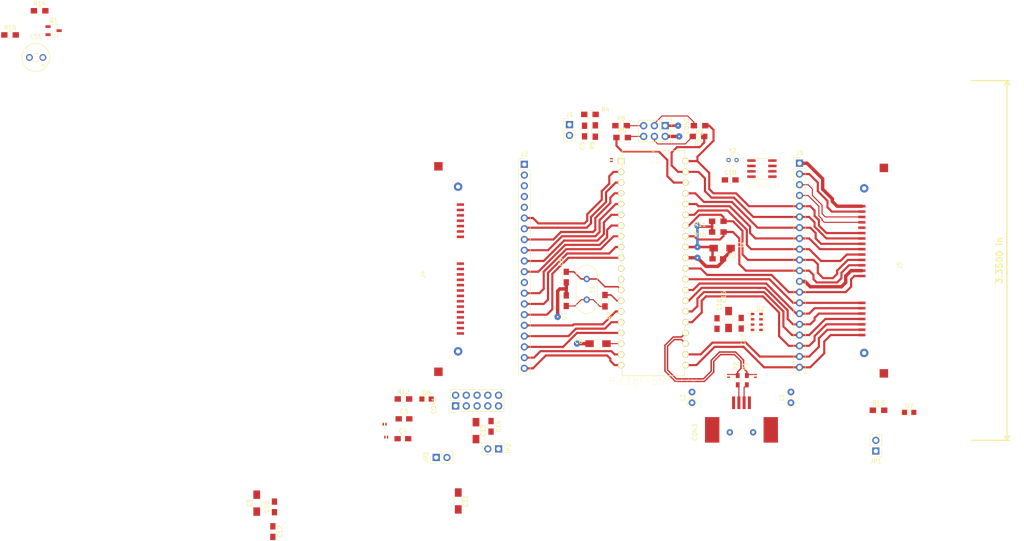
<source format=kicad_pcb>
(kicad_pcb (version 4) (host pcbnew 4.0.5+dfsg1-4~bpo8+1)

  (general
    (links 186)
    (no_connects 109)
    (area 36.621999 30.045 282.360572 158.985001)
    (thickness 1.6)
    (drawings 1)
    (tracks 426)
    (zones 0)
    (modules 60)
    (nets 68)
  )

  (page A4)
  (layers
    (0 F.Cu signal)
    (31 B.Cu signal)
    (32 B.Adhes user)
    (33 F.Adhes user)
    (34 B.Paste user)
    (35 F.Paste user)
    (36 B.SilkS user)
    (37 F.SilkS user)
    (38 B.Mask user)
    (39 F.Mask user)
    (40 Dwgs.User user)
    (41 Cmts.User user)
    (42 Eco1.User user)
    (43 Eco2.User user)
    (44 Edge.Cuts user)
    (45 Margin user)
    (46 B.CrtYd user)
    (47 F.CrtYd user)
    (48 B.Fab user hide)
    (49 F.Fab user hide)
  )

  (setup
    (last_trace_width 0.25)
    (user_trace_width 0.5)
    (trace_clearance 0.2)
    (zone_clearance 0.508)
    (zone_45_only no)
    (trace_min 0.2)
    (segment_width 0.2)
    (edge_width 0.15)
    (via_size 0.6)
    (via_drill 0.4)
    (via_min_size 0.4)
    (via_min_drill 0.3)
    (uvia_size 0.3)
    (uvia_drill 0.1)
    (uvias_allowed no)
    (uvia_min_size 0.2)
    (uvia_min_drill 0.1)
    (pcb_text_width 0.3)
    (pcb_text_size 1.5 1.5)
    (mod_edge_width 0.15)
    (mod_text_size 1 1)
    (mod_text_width 0.15)
    (pad_size 1.524 1.524)
    (pad_drill 0.762)
    (pad_to_mask_clearance 0.2)
    (aux_axis_origin 0 0)
    (visible_elements 7FFFFFFF)
    (pcbplotparams
      (layerselection 0x00030_80000001)
      (usegerberextensions false)
      (excludeedgelayer true)
      (linewidth 0.100000)
      (plotframeref false)
      (viasonmask false)
      (mode 1)
      (useauxorigin false)
      (hpglpennumber 1)
      (hpglpenspeed 20)
      (hpglpendiameter 15)
      (hpglpenoverlay 2)
      (psnegative false)
      (psa4output false)
      (plotreference true)
      (plotvalue true)
      (plotinvisibletext false)
      (padsonsilk false)
      (subtractmaskfromsilk false)
      (outputformat 1)
      (mirror false)
      (drillshape 1)
      (scaleselection 1)
      (outputdirectory ""))
  )

  (net 0 "")
  (net 1 VDD)
  (net 2 GNDD)
  (net 3 "Net-(C5-Pad1)")
  (net 4 /OSC1)
  (net 5 GND)
  (net 6 "Net-(C7-Pad1)")
  (net 7 /VUSB_CAP)
  (net 8 /VPWR)
  (net 9 GNDPWR)
  (net 10 /VCC_5V)
  (net 11 /VDD_3V)
  (net 12 GNDA)
  (net 13 "Net-(C17-Pad1)")
  (net 14 "Net-(CON3-Pad1)")
  (net 15 "Net-(CON3-Pad2)")
  (net 16 "Net-(CON3-Pad3)")
  (net 17 "Net-(CON3-Pad5)")
  (net 18 //RST_VIKING)
  (net 19 //CS_VIKING)
  (net 20 /MISO)
  (net 21 /MOSI)
  (net 22 //RST_LAN)
  (net 23 //CS_LAN)
  (net 24 //RST_GPIB)
  (net 25 //RST_KEY)
  (net 26 "Net-(D1-Pad2)")
  (net 27 /USB_D-)
  (net 28 /MCLR_INT)
  (net 29 /USB_VBUS)
  (net 30 /USB_D+)
  (net 31 /LVP)
  (net 32 /OSC2)
  (net 33 "Net-(U3-Pad1)")
  (net 34 "Net-(U3-Pad2)")
  (net 35 "Net-(CON2-Pad3)")
  (net 36 "Net-(CON2-Pad4)")
  (net 37 "Net-(CON2-Pad5)")
  (net 38 "Net-(CON2-Pad6)")
  (net 39 /PA0)
  (net 40 /PA1)
  (net 41 /PA2)
  (net 42 /PA3)
  (net 43 /PA4)
  (net 44 /PA5)
  (net 45 /PE0)
  (net 46 /PE1)
  (net 47 /PE2)
  (net 48 /PC0)
  (net 49 /PC1)
  (net 50 /PC2)
  (net 51 /PD0)
  (net 52 /PD1)
  (net 53 /PB7)
  (net 54 /PB6)
  (net 55 /PB4)
  (net 56 /PB3)
  (net 57 /PB2)
  (net 58 /PB1)
  (net 59 /PB0)
  (net 60 "Net-(D6-Pad2)")
  (net 61 "Net-(D7-Pad2)")
  (net 62 "Net-(LS1-Pad1)")
  (net 63 "Net-(LS1-Pad2)")
  (net 64 "Net-(Q1-Pad1)")
  (net 65 /VCC_3V)
  (net 66 /GND_PWR)
  (net 67 "Net-(D2-Pad2)")

  (net_class Default "This is the default net class."
    (clearance 0.2)
    (trace_width 0.25)
    (via_dia 0.6)
    (via_drill 0.4)
    (uvia_dia 0.3)
    (uvia_drill 0.1)
    (add_net /USB_D+)
    (add_net /USB_D-)
    (add_net /USB_VBUS)
    (add_net /VCC_3V)
    (add_net /VCC_5V)
    (add_net /VDD_3V)
    (add_net /VUSB_CAP)
    (add_net GNDA)
    (add_net GNDPWR)
    (add_net "Net-(C17-Pad1)")
    (add_net "Net-(C5-Pad1)")
    (add_net "Net-(C7-Pad1)")
    (add_net "Net-(CON2-Pad3)")
    (add_net "Net-(CON2-Pad4)")
    (add_net "Net-(CON2-Pad5)")
    (add_net "Net-(CON2-Pad6)")
    (add_net "Net-(CON3-Pad1)")
    (add_net "Net-(CON3-Pad2)")
    (add_net "Net-(CON3-Pad3)")
    (add_net "Net-(CON3-Pad5)")
    (add_net "Net-(D1-Pad2)")
    (add_net "Net-(D2-Pad2)")
    (add_net "Net-(D6-Pad2)")
    (add_net "Net-(D7-Pad2)")
    (add_net "Net-(LS1-Pad1)")
    (add_net "Net-(LS1-Pad2)")
    (add_net "Net-(Q1-Pad1)")
    (add_net "Net-(U3-Pad1)")
    (add_net "Net-(U3-Pad2)")
  )

  (net_class DATA ""
    (clearance 0.25)
    (trace_width 0.5)
    (via_dia 0.6)
    (via_drill 0.4)
    (uvia_dia 0.3)
    (uvia_drill 0.1)
    (add_net //CS_LAN)
    (add_net //CS_VIKING)
    (add_net //RST_GPIB)
    (add_net //RST_KEY)
    (add_net //RST_LAN)
    (add_net //RST_VIKING)
    (add_net /LVP)
    (add_net /MCLR_INT)
    (add_net /MISO)
    (add_net /MOSI)
    (add_net /PA0)
    (add_net /PA1)
    (add_net /PA2)
    (add_net /PA3)
    (add_net /PA4)
    (add_net /PA5)
    (add_net /PB0)
    (add_net /PB1)
    (add_net /PB2)
    (add_net /PB3)
    (add_net /PB4)
    (add_net /PB6)
    (add_net /PB7)
    (add_net /PC0)
    (add_net /PC1)
    (add_net /PC2)
    (add_net /PD0)
    (add_net /PD1)
    (add_net /PE0)
    (add_net /PE1)
    (add_net /PE2)
  )

  (net_class GND ""
    (clearance 0.25)
    (trace_width 0.8)
    (via_dia 1.5)
    (via_drill 0.4)
    (uvia_dia 0.3)
    (uvia_drill 0.1)
    (add_net GND)
  )

  (net_class GNDD ""
    (clearance 0.25)
    (trace_width 0.8)
    (via_dia 1.5)
    (via_drill 0.4)
    (uvia_dia 0.3)
    (uvia_drill 0.1)
    (add_net GNDD)
  )

  (net_class GNDPWR ""
    (clearance 0.5)
    (trace_width 0.8)
    (via_dia 0.6)
    (via_drill 0.4)
    (uvia_dia 0.3)
    (uvia_drill 0.1)
    (add_net /GND_PWR)
  )

  (net_class OSC ""
    (clearance 0.25)
    (trace_width 0.35)
    (via_dia 0.6)
    (via_drill 0.4)
    (uvia_dia 0.3)
    (uvia_drill 0.1)
    (add_net /OSC1)
    (add_net /OSC2)
  )

  (net_class USB_PAIR ""
    (clearance 0.2)
    (trace_width 0.35)
    (via_dia 0.6)
    (via_drill 0.4)
    (uvia_dia 0.3)
    (uvia_drill 0.1)
  )

  (net_class VDD ""
    (clearance 0.3)
    (trace_width 0.6)
    (via_dia 1.5)
    (via_drill 0.4)
    (uvia_dia 0.3)
    (uvia_drill 0.1)
    (add_net VDD)
  )

  (net_class VPWR ""
    (clearance 0.3)
    (trace_width 0.8)
    (via_dia 0.6)
    (via_drill 0.4)
    (uvia_dia 0.3)
    (uvia_drill 0.1)
    (add_net /VPWR)
  )

  (module Resistors_SMD:R_0603_HandSoldering (layer F.Cu) (tedit 5A05EA80) (tstamp 5A046714)
    (at 213.614 120.396 270)
    (descr "Resistor SMD 0603, hand soldering")
    (tags "resistor 0603")
    (path /59E797E4)
    (fp_text reference R1 (at -3.302 0.381 270) (layer F.SilkS)
      (effects (font (size 1 1) (thickness 0.15)))
    )
    (fp_text value 33 (at -5.08 0.508 270) (layer F.Fab)
      (effects (font (size 1 1) (thickness 0.15)))
    )
    (fp_text user %R (at -3.302 0.381 270) (layer F.Fab)
      (effects (font (size 1 1) (thickness 0.15)))
    )
    (fp_line (start -0.8 0.4) (end -0.8 -0.4) (layer F.Fab) (width 0.1))
    (fp_line (start 0.8 0.4) (end -0.8 0.4) (layer F.Fab) (width 0.1))
    (fp_line (start 0.8 -0.4) (end 0.8 0.4) (layer F.Fab) (width 0.1))
    (fp_line (start -0.8 -0.4) (end 0.8 -0.4) (layer F.Fab) (width 0.1))
    (fp_line (start 0.5 0.68) (end -0.5 0.68) (layer F.SilkS) (width 0.12))
    (fp_line (start -0.5 -0.68) (end 0.5 -0.68) (layer F.SilkS) (width 0.12))
    (fp_line (start -1.96 -0.7) (end 1.95 -0.7) (layer F.CrtYd) (width 0.05))
    (fp_line (start -1.96 -0.7) (end -1.96 0.7) (layer F.CrtYd) (width 0.05))
    (fp_line (start 1.95 0.7) (end 1.95 -0.7) (layer F.CrtYd) (width 0.05))
    (fp_line (start 1.95 0.7) (end -1.96 0.7) (layer F.CrtYd) (width 0.05))
    (pad 1 smd rect (at -1.1 0 270) (size 1.2 0.9) (layers F.Cu F.Paste F.Mask)
      (net 27 /USB_D-))
    (pad 2 smd rect (at 1.1 0 270) (size 1.2 0.9) (layers F.Cu F.Paste F.Mask)
      (net 15 "Net-(CON3-Pad2)"))
    (model Resistors_SMD.3dshapes/R_0603.wrl
      (at (xyz 0 0 0))
      (scale (xyz 1 1 1))
      (rotate (xyz 0 0 0))
    )
  )

  (module PIC18F4550-I_P:DIP254P1524X635-40 (layer F.Cu) (tedit 5A07C92B) (tstamp 5A04677C)
    (at 199.136 116.84)
    (path /59E656F1)
    (fp_text reference U1 (at -7.366 -48.514) (layer F.SilkS)
      (effects (font (size 1.64104 1.64104) (thickness 0.05)))
    )
    (fp_text value PIC18F4550-I/P (at -7.70913 3.79096) (layer F.SilkS)
      (effects (font (size 1.64275 1.64275) (thickness 0.05)))
    )
    (fp_line (start -0.254 -49.3014) (end -0.254 -50.7492) (layer F.SilkS) (width 0.1524))
    (fp_line (start -0.254 -46.7614) (end -0.254 -47.2186) (layer F.SilkS) (width 0.1524))
    (fp_line (start -0.254 -44.2214) (end -0.254 -44.6786) (layer F.SilkS) (width 0.1524))
    (fp_line (start -0.254 -41.6814) (end -0.254 -42.1386) (layer F.SilkS) (width 0.1524))
    (fp_line (start -0.254 -39.1414) (end -0.254 -39.5986) (layer F.SilkS) (width 0.1524))
    (fp_line (start -14.986 2.4892) (end -0.254 2.4892) (layer F.SilkS) (width 0.1524))
    (fp_line (start -0.254 2.4892) (end -0.254 1.0414) (layer F.SilkS) (width 0.1524))
    (fp_line (start -0.254 -50.7492) (end -7.3152 -50.7492) (layer F.SilkS) (width 0.1524))
    (fp_line (start -7.3152 -50.7492) (end -7.9248 -50.7492) (layer F.SilkS) (width 0.1524))
    (fp_line (start -7.9248 -50.7492) (end -14.986 -50.7492) (layer F.SilkS) (width 0.1524))
    (fp_line (start -14.986 -50.7492) (end -14.986 -49.3522) (layer F.SilkS) (width 0.1524))
    (fp_line (start -14.986 -47.1678) (end -14.986 -46.7614) (layer F.SilkS) (width 0.1524))
    (fp_line (start -14.986 -44.6786) (end -14.986 -44.2214) (layer F.SilkS) (width 0.1524))
    (fp_line (start -14.986 -42.1386) (end -14.986 -41.6814) (layer F.SilkS) (width 0.1524))
    (fp_line (start -14.986 -39.5986) (end -14.986 -39.1414) (layer F.SilkS) (width 0.1524))
    (fp_line (start -14.986 -37.0586) (end -14.986 -36.6014) (layer F.SilkS) (width 0.1524))
    (fp_line (start -14.986 -34.5186) (end -14.986 -34.0614) (layer F.SilkS) (width 0.1524))
    (fp_line (start -14.986 -31.9786) (end -14.986 -31.5214) (layer F.SilkS) (width 0.1524))
    (fp_line (start -14.986 -29.4386) (end -14.986 -28.9814) (layer F.SilkS) (width 0.1524))
    (fp_line (start -14.986 -26.8986) (end -14.986 -26.4414) (layer F.SilkS) (width 0.1524))
    (fp_line (start -14.986 -24.3586) (end -14.986 -23.9014) (layer F.SilkS) (width 0.1524))
    (fp_line (start -14.986 -21.8186) (end -14.986 -21.3614) (layer F.SilkS) (width 0.1524))
    (fp_line (start -14.986 -19.2786) (end -14.986 -18.8214) (layer F.SilkS) (width 0.1524))
    (fp_line (start -14.986 -16.7386) (end -14.986 -16.2814) (layer F.SilkS) (width 0.1524))
    (fp_line (start -14.986 -14.1986) (end -14.986 -13.7414) (layer F.SilkS) (width 0.1524))
    (fp_line (start -14.986 -11.6586) (end -14.986 -11.2014) (layer F.SilkS) (width 0.1524))
    (fp_line (start -14.986 -9.1186) (end -14.986 -8.6614) (layer F.SilkS) (width 0.1524))
    (fp_line (start -14.986 -6.5786) (end -14.986 -6.1214) (layer F.SilkS) (width 0.1524))
    (fp_line (start -14.986 -4.0386) (end -14.986 -3.5814) (layer F.SilkS) (width 0.1524))
    (fp_line (start -14.986 -1.4986) (end -14.986 -1.0414) (layer F.SilkS) (width 0.1524))
    (fp_line (start -14.986 1.0414) (end -14.986 2.4892) (layer F.SilkS) (width 0.1524))
    (fp_line (start -0.254 -1.0414) (end -0.254 -1.4986) (layer F.SilkS) (width 0.1524))
    (fp_line (start -0.254 -3.5814) (end -0.254 -4.0386) (layer F.SilkS) (width 0.1524))
    (fp_line (start -0.254 -6.1214) (end -0.254 -6.5786) (layer F.SilkS) (width 0.1524))
    (fp_line (start -0.254 -8.6614) (end -0.254 -9.1186) (layer F.SilkS) (width 0.1524))
    (fp_line (start -0.254 -11.2014) (end -0.254 -11.6586) (layer F.SilkS) (width 0.1524))
    (fp_line (start -0.254 -13.7414) (end -0.254 -14.1986) (layer F.SilkS) (width 0.1524))
    (fp_line (start -0.254 -16.2814) (end -0.254 -16.7386) (layer F.SilkS) (width 0.1524))
    (fp_line (start -0.254 -18.8214) (end -0.254 -19.2786) (layer F.SilkS) (width 0.1524))
    (fp_line (start -0.254 -21.3614) (end -0.254 -21.8186) (layer F.SilkS) (width 0.1524))
    (fp_line (start -0.254 -23.9014) (end -0.254 -24.3586) (layer F.SilkS) (width 0.1524))
    (fp_line (start -0.254 -26.4414) (end -0.254 -26.8986) (layer F.SilkS) (width 0.1524))
    (fp_line (start -0.254 -28.9814) (end -0.254 -29.4386) (layer F.SilkS) (width 0.1524))
    (fp_line (start -0.254 -31.5214) (end -0.254 -31.9786) (layer F.SilkS) (width 0.1524))
    (fp_line (start -0.254 -34.0614) (end -0.254 -34.5186) (layer F.SilkS) (width 0.1524))
    (fp_line (start -0.254 -36.6014) (end -0.254 -37.0586) (layer F.SilkS) (width 0.1524))
    (fp_arc (start -7.62 -50.7492) (end -7.9248 -50.7492) (angle -180) (layer F.SilkS) (width 0))
    (fp_line (start -14.986 -47.752) (end -14.986 -48.768) (layer Dwgs.User) (width 0.1524))
    (fp_line (start -14.986 -48.768) (end -15.748 -48.768) (layer Dwgs.User) (width 0.1524))
    (fp_line (start -15.748 -48.768) (end -15.748 -47.752) (layer Dwgs.User) (width 0.1524))
    (fp_line (start -15.748 -47.752) (end -14.986 -47.752) (layer Dwgs.User) (width 0.1524))
    (fp_line (start -14.986 -45.212) (end -14.986 -46.228) (layer Dwgs.User) (width 0.1524))
    (fp_line (start -14.986 -46.228) (end -15.748 -46.228) (layer Dwgs.User) (width 0.1524))
    (fp_line (start -15.748 -46.228) (end -15.748 -45.212) (layer Dwgs.User) (width 0.1524))
    (fp_line (start -15.748 -45.212) (end -14.986 -45.212) (layer Dwgs.User) (width 0.1524))
    (fp_line (start -14.986 -42.672) (end -14.986 -43.688) (layer Dwgs.User) (width 0.1524))
    (fp_line (start -14.986 -43.688) (end -15.748 -43.688) (layer Dwgs.User) (width 0.1524))
    (fp_line (start -15.748 -43.688) (end -15.748 -42.672) (layer Dwgs.User) (width 0.1524))
    (fp_line (start -15.748 -42.672) (end -14.986 -42.672) (layer Dwgs.User) (width 0.1524))
    (fp_line (start -14.986 -40.132) (end -14.986 -41.148) (layer Dwgs.User) (width 0.1524))
    (fp_line (start -14.986 -41.148) (end -15.748 -41.148) (layer Dwgs.User) (width 0.1524))
    (fp_line (start -15.748 -41.148) (end -15.748 -40.132) (layer Dwgs.User) (width 0.1524))
    (fp_line (start -15.748 -40.132) (end -14.986 -40.132) (layer Dwgs.User) (width 0.1524))
    (fp_line (start -14.986 -37.592) (end -14.986 -38.608) (layer Dwgs.User) (width 0.1524))
    (fp_line (start -14.986 -38.608) (end -15.748 -38.608) (layer Dwgs.User) (width 0.1524))
    (fp_line (start -15.748 -38.608) (end -15.748 -37.592) (layer Dwgs.User) (width 0.1524))
    (fp_line (start -15.748 -37.592) (end -14.986 -37.592) (layer Dwgs.User) (width 0.1524))
    (fp_line (start -14.986 -35.052) (end -14.986 -36.068) (layer Dwgs.User) (width 0.1524))
    (fp_line (start -14.986 -36.068) (end -15.748 -36.068) (layer Dwgs.User) (width 0.1524))
    (fp_line (start -15.748 -36.068) (end -15.748 -35.052) (layer Dwgs.User) (width 0.1524))
    (fp_line (start -15.748 -35.052) (end -14.986 -35.052) (layer Dwgs.User) (width 0.1524))
    (fp_line (start -14.986 -32.512) (end -14.986 -33.528) (layer Dwgs.User) (width 0.1524))
    (fp_line (start -14.986 -33.528) (end -15.748 -33.528) (layer Dwgs.User) (width 0.1524))
    (fp_line (start -15.748 -33.528) (end -15.748 -32.512) (layer Dwgs.User) (width 0.1524))
    (fp_line (start -15.748 -32.512) (end -14.986 -32.512) (layer Dwgs.User) (width 0.1524))
    (fp_line (start -14.986 -29.972) (end -14.986 -30.988) (layer Dwgs.User) (width 0.1524))
    (fp_line (start -14.986 -30.988) (end -15.748 -30.988) (layer Dwgs.User) (width 0.1524))
    (fp_line (start -15.748 -30.988) (end -15.748 -29.972) (layer Dwgs.User) (width 0.1524))
    (fp_line (start -15.748 -29.972) (end -14.986 -29.972) (layer Dwgs.User) (width 0.1524))
    (fp_line (start -14.986 -27.432) (end -14.986 -28.448) (layer Dwgs.User) (width 0.1524))
    (fp_line (start -14.986 -28.448) (end -15.748 -28.448) (layer Dwgs.User) (width 0.1524))
    (fp_line (start -15.748 -28.448) (end -15.7226 -27.432) (layer Dwgs.User) (width 0.1524))
    (fp_line (start -15.7226 -27.432) (end -14.986 -27.432) (layer Dwgs.User) (width 0.1524))
    (fp_line (start -14.986 -24.892) (end -14.986 -25.908) (layer Dwgs.User) (width 0.1524))
    (fp_line (start -14.986 -25.908) (end -15.748 -25.908) (layer Dwgs.User) (width 0.1524))
    (fp_line (start -15.748 -25.908) (end -15.7226 -24.892) (layer Dwgs.User) (width 0.1524))
    (fp_line (start -15.7226 -24.892) (end -14.986 -24.892) (layer Dwgs.User) (width 0.1524))
    (fp_line (start -14.986 -22.352) (end -14.986 -23.368) (layer Dwgs.User) (width 0.1524))
    (fp_line (start -14.986 -23.368) (end -15.7226 -23.368) (layer Dwgs.User) (width 0.1524))
    (fp_line (start -15.7226 -23.368) (end -15.7226 -22.352) (layer Dwgs.User) (width 0.1524))
    (fp_line (start -15.7226 -22.352) (end -14.986 -22.352) (layer Dwgs.User) (width 0.1524))
    (fp_line (start -14.986 -19.812) (end -14.986 -20.828) (layer Dwgs.User) (width 0.1524))
    (fp_line (start -14.986 -20.828) (end -15.7226 -20.828) (layer Dwgs.User) (width 0.1524))
    (fp_line (start -15.7226 -20.828) (end -15.7226 -19.812) (layer Dwgs.User) (width 0.1524))
    (fp_line (start -15.7226 -19.812) (end -14.986 -19.812) (layer Dwgs.User) (width 0.1524))
    (fp_line (start -14.986 -17.272) (end -14.986 -18.288) (layer Dwgs.User) (width 0.1524))
    (fp_line (start -14.986 -18.288) (end -15.7226 -18.288) (layer Dwgs.User) (width 0.1524))
    (fp_line (start -15.7226 -18.288) (end -15.7226 -17.272) (layer Dwgs.User) (width 0.1524))
    (fp_line (start -15.7226 -17.272) (end -14.986 -17.272) (layer Dwgs.User) (width 0.1524))
    (fp_line (start -14.986 -14.732) (end -14.986 -15.748) (layer Dwgs.User) (width 0.1524))
    (fp_line (start -14.986 -15.748) (end -15.7226 -15.748) (layer Dwgs.User) (width 0.1524))
    (fp_line (start -15.7226 -15.748) (end -15.7226 -14.732) (layer Dwgs.User) (width 0.1524))
    (fp_line (start -15.7226 -14.732) (end -14.986 -14.732) (layer Dwgs.User) (width 0.1524))
    (fp_line (start -14.986 -12.192) (end -14.986 -13.208) (layer Dwgs.User) (width 0.1524))
    (fp_line (start -14.986 -13.208) (end -15.7226 -13.208) (layer Dwgs.User) (width 0.1524))
    (fp_line (start -15.7226 -13.208) (end -15.7226 -12.192) (layer Dwgs.User) (width 0.1524))
    (fp_line (start -15.7226 -12.192) (end -14.986 -12.192) (layer Dwgs.User) (width 0.1524))
    (fp_line (start -14.986 -9.652) (end -14.986 -10.668) (layer Dwgs.User) (width 0.1524))
    (fp_line (start -14.986 -10.668) (end -15.7226 -10.668) (layer Dwgs.User) (width 0.1524))
    (fp_line (start -15.7226 -10.668) (end -15.7226 -9.652) (layer Dwgs.User) (width 0.1524))
    (fp_line (start -15.7226 -9.652) (end -14.986 -9.652) (layer Dwgs.User) (width 0.1524))
    (fp_line (start -14.986 -7.112) (end -14.986 -8.128) (layer Dwgs.User) (width 0.1524))
    (fp_line (start -14.986 -8.128) (end -15.7226 -8.128) (layer Dwgs.User) (width 0.1524))
    (fp_line (start -15.7226 -8.128) (end -15.7226 -7.112) (layer Dwgs.User) (width 0.1524))
    (fp_line (start -15.7226 -7.112) (end -14.986 -7.112) (layer Dwgs.User) (width 0.1524))
    (fp_line (start -14.986 -4.572) (end -14.986 -5.588) (layer Dwgs.User) (width 0.1524))
    (fp_line (start -14.986 -5.588) (end -15.7226 -5.588) (layer Dwgs.User) (width 0.1524))
    (fp_line (start -15.7226 -5.588) (end -15.7226 -4.572) (layer Dwgs.User) (width 0.1524))
    (fp_line (start -15.7226 -4.572) (end -14.986 -4.572) (layer Dwgs.User) (width 0.1524))
    (fp_line (start -14.986 -2.032) (end -14.986 -3.048) (layer Dwgs.User) (width 0.1524))
    (fp_line (start -14.986 -3.048) (end -15.7226 -3.048) (layer Dwgs.User) (width 0.1524))
    (fp_line (start -15.7226 -3.048) (end -15.7226 -2.032) (layer Dwgs.User) (width 0.1524))
    (fp_line (start -15.7226 -2.032) (end -14.986 -2.032) (layer Dwgs.User) (width 0.1524))
    (fp_line (start -14.986 0.508) (end -14.986 -0.508) (layer Dwgs.User) (width 0.1524))
    (fp_line (start -14.986 -0.508) (end -15.7226 -0.508) (layer Dwgs.User) (width 0.1524))
    (fp_line (start -15.7226 -0.508) (end -15.7226 0.508) (layer Dwgs.User) (width 0.1524))
    (fp_line (start -15.7226 0.508) (end -14.986 0.508) (layer Dwgs.User) (width 0.1524))
    (fp_line (start -0.254 -0.508) (end -0.254 0.508) (layer Dwgs.User) (width 0.1524))
    (fp_line (start -0.254 0.508) (end 0.508 0.4826) (layer Dwgs.User) (width 0.1524))
    (fp_line (start 0.508 0.4826) (end 0.508 -0.508) (layer Dwgs.User) (width 0.1524))
    (fp_line (start 0.508 -0.508) (end -0.254 -0.508) (layer Dwgs.User) (width 0.1524))
    (fp_line (start -0.254 -3.048) (end -0.254 -2.032) (layer Dwgs.User) (width 0.1524))
    (fp_line (start -0.254 -2.032) (end 0.508 -2.0574) (layer Dwgs.User) (width 0.1524))
    (fp_line (start 0.508 -2.0574) (end 0.4826 -3.048) (layer Dwgs.User) (width 0.1524))
    (fp_line (start 0.4826 -3.048) (end -0.254 -3.048) (layer Dwgs.User) (width 0.1524))
    (fp_line (start -0.254 -5.588) (end -0.254 -4.572) (layer Dwgs.User) (width 0.1524))
    (fp_line (start -0.254 -4.572) (end 0.508 -4.572) (layer Dwgs.User) (width 0.1524))
    (fp_line (start 0.508 -4.572) (end 0.4826 -5.588) (layer Dwgs.User) (width 0.1524))
    (fp_line (start 0.4826 -5.588) (end -0.254 -5.588) (layer Dwgs.User) (width 0.1524))
    (fp_line (start -0.254 -8.128) (end -0.254 -7.112) (layer Dwgs.User) (width 0.1524))
    (fp_line (start -0.254 -7.112) (end 0.4826 -7.112) (layer Dwgs.User) (width 0.1524))
    (fp_line (start 0.4826 -7.112) (end 0.4826 -8.128) (layer Dwgs.User) (width 0.1524))
    (fp_line (start 0.4826 -8.128) (end -0.254 -8.128) (layer Dwgs.User) (width 0.1524))
    (fp_line (start -0.254 -10.668) (end -0.254 -9.652) (layer Dwgs.User) (width 0.1524))
    (fp_line (start -0.254 -9.652) (end 0.4826 -9.652) (layer Dwgs.User) (width 0.1524))
    (fp_line (start 0.4826 -9.652) (end 0.4826 -10.668) (layer Dwgs.User) (width 0.1524))
    (fp_line (start 0.4826 -10.668) (end -0.254 -10.668) (layer Dwgs.User) (width 0.1524))
    (fp_line (start -0.254 -13.208) (end -0.254 -12.192) (layer Dwgs.User) (width 0.1524))
    (fp_line (start -0.254 -12.192) (end 0.4826 -12.192) (layer Dwgs.User) (width 0.1524))
    (fp_line (start 0.4826 -12.192) (end 0.4826 -13.208) (layer Dwgs.User) (width 0.1524))
    (fp_line (start 0.4826 -13.208) (end -0.254 -13.208) (layer Dwgs.User) (width 0.1524))
    (fp_line (start -0.254 -15.748) (end -0.254 -14.732) (layer Dwgs.User) (width 0.1524))
    (fp_line (start -0.254 -14.732) (end 0.4826 -14.732) (layer Dwgs.User) (width 0.1524))
    (fp_line (start 0.4826 -14.732) (end 0.4826 -15.748) (layer Dwgs.User) (width 0.1524))
    (fp_line (start 0.4826 -15.748) (end -0.254 -15.748) (layer Dwgs.User) (width 0.1524))
    (fp_line (start -0.254 -18.288) (end -0.254 -17.272) (layer Dwgs.User) (width 0.1524))
    (fp_line (start -0.254 -17.272) (end 0.4826 -17.272) (layer Dwgs.User) (width 0.1524))
    (fp_line (start 0.4826 -17.272) (end 0.4826 -18.288) (layer Dwgs.User) (width 0.1524))
    (fp_line (start 0.4826 -18.288) (end -0.254 -18.288) (layer Dwgs.User) (width 0.1524))
    (fp_line (start -0.254 -20.828) (end -0.254 -19.812) (layer Dwgs.User) (width 0.1524))
    (fp_line (start -0.254 -19.812) (end 0.4826 -19.812) (layer Dwgs.User) (width 0.1524))
    (fp_line (start 0.4826 -19.812) (end 0.4826 -20.828) (layer Dwgs.User) (width 0.1524))
    (fp_line (start 0.4826 -20.828) (end -0.254 -20.828) (layer Dwgs.User) (width 0.1524))
    (fp_line (start -0.254 -23.368) (end -0.254 -22.352) (layer Dwgs.User) (width 0.1524))
    (fp_line (start -0.254 -22.352) (end 0.4826 -22.352) (layer Dwgs.User) (width 0.1524))
    (fp_line (start 0.4826 -22.352) (end 0.4826 -23.368) (layer Dwgs.User) (width 0.1524))
    (fp_line (start 0.4826 -23.368) (end -0.254 -23.368) (layer Dwgs.User) (width 0.1524))
    (fp_line (start -0.254 -25.908) (end -0.254 -24.892) (layer Dwgs.User) (width 0.1524))
    (fp_line (start -0.254 -24.892) (end 0.4826 -24.892) (layer Dwgs.User) (width 0.1524))
    (fp_line (start 0.4826 -24.892) (end 0.4826 -25.908) (layer Dwgs.User) (width 0.1524))
    (fp_line (start 0.4826 -25.908) (end -0.254 -25.908) (layer Dwgs.User) (width 0.1524))
    (fp_line (start -0.254 -28.448) (end -0.254 -27.432) (layer Dwgs.User) (width 0.1524))
    (fp_line (start -0.254 -27.432) (end 0.4826 -27.432) (layer Dwgs.User) (width 0.1524))
    (fp_line (start 0.4826 -27.432) (end 0.4826 -28.448) (layer Dwgs.User) (width 0.1524))
    (fp_line (start 0.4826 -28.448) (end -0.254 -28.448) (layer Dwgs.User) (width 0.1524))
    (fp_line (start -0.254 -30.988) (end -0.254 -29.972) (layer Dwgs.User) (width 0.1524))
    (fp_line (start -0.254 -29.972) (end 0.4826 -29.972) (layer Dwgs.User) (width 0.1524))
    (fp_line (start 0.4826 -29.972) (end 0.4826 -30.988) (layer Dwgs.User) (width 0.1524))
    (fp_line (start 0.4826 -30.988) (end -0.254 -30.988) (layer Dwgs.User) (width 0.1524))
    (fp_line (start -0.254 -33.528) (end -0.254 -32.512) (layer Dwgs.User) (width 0.1524))
    (fp_line (start -0.254 -32.512) (end 0.4826 -32.512) (layer Dwgs.User) (width 0.1524))
    (fp_line (start 0.4826 -32.512) (end 0.4826 -33.528) (layer Dwgs.User) (width 0.1524))
    (fp_line (start 0.4826 -33.528) (end -0.254 -33.528) (layer Dwgs.User) (width 0.1524))
    (fp_line (start -0.254 -36.068) (end -0.254 -35.052) (layer Dwgs.User) (width 0.1524))
    (fp_line (start -0.254 -35.052) (end 0.4826 -35.052) (layer Dwgs.User) (width 0.1524))
    (fp_line (start 0.4826 -35.052) (end 0.4826 -36.068) (layer Dwgs.User) (width 0.1524))
    (fp_line (start 0.4826 -36.068) (end -0.254 -36.068) (layer Dwgs.User) (width 0.1524))
    (fp_line (start -0.254 -38.608) (end -0.254 -37.592) (layer Dwgs.User) (width 0.1524))
    (fp_line (start -0.254 -37.592) (end 0.4826 -37.592) (layer Dwgs.User) (width 0.1524))
    (fp_line (start 0.4826 -37.592) (end 0.4826 -38.608) (layer Dwgs.User) (width 0.1524))
    (fp_line (start 0.4826 -38.608) (end -0.254 -38.608) (layer Dwgs.User) (width 0.1524))
    (fp_line (start -0.254 -41.148) (end -0.254 -40.132) (layer Dwgs.User) (width 0.1524))
    (fp_line (start -0.254 -40.132) (end 0.4826 -40.132) (layer Dwgs.User) (width 0.1524))
    (fp_line (start 0.4826 -40.132) (end 0.4826 -41.148) (layer Dwgs.User) (width 0.1524))
    (fp_line (start 0.4826 -41.148) (end -0.254 -41.148) (layer Dwgs.User) (width 0.1524))
    (fp_line (start -0.254 -43.688) (end -0.254 -42.672) (layer Dwgs.User) (width 0.1524))
    (fp_line (start -0.254 -42.672) (end 0.4826 -42.672) (layer Dwgs.User) (width 0.1524))
    (fp_line (start 0.4826 -42.672) (end 0.4826 -43.688) (layer Dwgs.User) (width 0.1524))
    (fp_line (start 0.4826 -43.688) (end -0.254 -43.688) (layer Dwgs.User) (width 0.1524))
    (fp_line (start -0.254 -46.228) (end -0.254 -45.212) (layer Dwgs.User) (width 0.1524))
    (fp_line (start -0.254 -45.212) (end 0.4826 -45.212) (layer Dwgs.User) (width 0.1524))
    (fp_line (start 0.4826 -45.212) (end 0.4826 -46.228) (layer Dwgs.User) (width 0.1524))
    (fp_line (start 0.4826 -46.228) (end -0.254 -46.228) (layer Dwgs.User) (width 0.1524))
    (fp_line (start -0.254 -48.768) (end -0.254 -47.752) (layer Dwgs.User) (width 0.1524))
    (fp_line (start -0.254 -47.752) (end 0.4826 -47.752) (layer Dwgs.User) (width 0.1524))
    (fp_line (start 0.4826 -47.752) (end 0.4826 -48.768) (layer Dwgs.User) (width 0.1524))
    (fp_line (start 0.4826 -48.768) (end -0.254 -48.768) (layer Dwgs.User) (width 0.1524))
    (fp_line (start -14.986 2.4892) (end -0.254 2.4892) (layer Dwgs.User) (width 0.1524))
    (fp_line (start -0.254 2.4892) (end -0.254 -50.7492) (layer Dwgs.User) (width 0.1524))
    (fp_line (start -0.254 -50.7492) (end -7.3152 -50.7492) (layer Dwgs.User) (width 0.1524))
    (fp_line (start -7.3152 -50.7492) (end -7.9248 -50.7492) (layer Dwgs.User) (width 0.1524))
    (fp_line (start -7.9248 -50.7492) (end -14.986 -50.7492) (layer Dwgs.User) (width 0.1524))
    (fp_line (start -14.986 -50.7492) (end -14.986 2.4892) (layer Dwgs.User) (width 0.1524))
    (fp_arc (start -7.62 -50.7492) (end -7.9248 -50.7492) (angle -180) (layer Dwgs.User) (width 0))
    (pad 1 thru_hole rect (at -15.24 -48.26) (size 1.4986 1.4986) (drill 0.9906) (layers *.Cu *.Mask F.SilkS)
      (net 28 /MCLR_INT))
    (pad 2 thru_hole circle (at -15.24 -45.72) (size 1.4986 1.4986) (drill 0.9906) (layers *.Cu *.Mask F.SilkS)
      (net 39 /PA0))
    (pad 3 thru_hole circle (at -15.24 -43.18) (size 1.4986 1.4986) (drill 0.9906) (layers *.Cu *.Mask F.SilkS)
      (net 40 /PA1))
    (pad 4 thru_hole circle (at -15.24 -40.64) (size 1.4986 1.4986) (drill 0.9906) (layers *.Cu *.Mask F.SilkS)
      (net 41 /PA2))
    (pad 5 thru_hole circle (at -15.24 -38.1) (size 1.4986 1.4986) (drill 0.9906) (layers *.Cu *.Mask F.SilkS)
      (net 42 /PA3))
    (pad 6 thru_hole circle (at -15.24 -35.56) (size 1.4986 1.4986) (drill 0.9906) (layers *.Cu *.Mask F.SilkS)
      (net 43 /PA4))
    (pad 7 thru_hole circle (at -15.24 -33.02) (size 1.4986 1.4986) (drill 0.9906) (layers *.Cu *.Mask F.SilkS)
      (net 44 /PA5))
    (pad 8 thru_hole circle (at -15.24 -30.48) (size 1.4986 1.4986) (drill 0.9906) (layers *.Cu *.Mask F.SilkS)
      (net 45 /PE0))
    (pad 9 thru_hole circle (at -15.24 -27.94) (size 1.4986 1.4986) (drill 0.9906) (layers *.Cu *.Mask F.SilkS)
      (net 46 /PE1))
    (pad 10 thru_hole circle (at -15.24 -25.4) (size 1.4986 1.4986) (drill 0.9906) (layers *.Cu *.Mask F.SilkS)
      (net 47 /PE2))
    (pad 11 thru_hole circle (at -15.24 -22.86) (size 1.4986 1.4986) (drill 0.9906) (layers *.Cu *.Mask F.SilkS)
      (net 1 VDD))
    (pad 12 thru_hole circle (at -15.24 -20.32) (size 1.4986 1.4986) (drill 0.9906) (layers *.Cu *.Mask F.SilkS)
      (net 2 GNDD))
    (pad 13 thru_hole circle (at -15.24 -17.78) (size 1.4986 1.4986) (drill 0.9906) (layers *.Cu *.Mask F.SilkS)
      (net 4 /OSC1))
    (pad 14 thru_hole circle (at -15.24 -15.24) (size 1.4986 1.4986) (drill 0.9906) (layers *.Cu *.Mask F.SilkS)
      (net 32 /OSC2))
    (pad 15 thru_hole circle (at -15.24 -12.7) (size 1.4986 1.4986) (drill 0.9906) (layers *.Cu *.Mask F.SilkS)
      (net 48 /PC0))
    (pad 16 thru_hole circle (at -15.24 -10.16) (size 1.4986 1.4986) (drill 0.9906) (layers *.Cu *.Mask F.SilkS)
      (net 49 /PC1))
    (pad 17 thru_hole circle (at -15.24 -7.62) (size 1.4986 1.4986) (drill 0.9906) (layers *.Cu *.Mask F.SilkS)
      (net 50 /PC2))
    (pad 18 thru_hole circle (at -15.24 -5.08) (size 1.4986 1.4986) (drill 0.9906) (layers *.Cu *.Mask F.SilkS)
      (net 7 /VUSB_CAP))
    (pad 19 thru_hole circle (at -15.24 -2.54) (size 1.4986 1.4986) (drill 0.9906) (layers *.Cu *.Mask F.SilkS)
      (net 51 /PD0))
    (pad 20 thru_hole circle (at -15.24 0) (size 1.4986 1.4986) (drill 0.9906) (layers *.Cu *.Mask F.SilkS)
      (net 52 /PD1))
    (pad 21 thru_hole circle (at 0 0) (size 1.4986 1.4986) (drill 0.9906) (layers *.Cu *.Mask F.SilkS)
      (net 25 //RST_KEY))
    (pad 22 thru_hole circle (at 0 -2.54) (size 1.4986 1.4986) (drill 0.9906) (layers *.Cu *.Mask F.SilkS)
      (net 24 //RST_GPIB))
    (pad 23 thru_hole circle (at 0 -5.08) (size 1.4986 1.4986) (drill 0.9906) (layers *.Cu *.Mask F.SilkS)
      (net 27 /USB_D-))
    (pad 24 thru_hole circle (at 0 -7.62) (size 1.4986 1.4986) (drill 0.9906) (layers *.Cu *.Mask F.SilkS)
      (net 30 /USB_D+))
    (pad 25 thru_hole circle (at 0 -10.16) (size 1.4986 1.4986) (drill 0.9906) (layers *.Cu *.Mask F.SilkS)
      (net 20 /MISO))
    (pad 26 thru_hole circle (at 0 -12.7) (size 1.4986 1.4986) (drill 0.9906) (layers *.Cu *.Mask F.SilkS)
      (net 21 /MOSI))
    (pad 27 thru_hole circle (at 0 -15.24) (size 1.4986 1.4986) (drill 0.9906) (layers *.Cu *.Mask F.SilkS)
      (net 22 //RST_LAN))
    (pad 28 thru_hole circle (at 0 -17.78) (size 1.4986 1.4986) (drill 0.9906) (layers *.Cu *.Mask F.SilkS)
      (net 18 //RST_VIKING))
    (pad 29 thru_hole circle (at 0 -20.32) (size 1.4986 1.4986) (drill 0.9906) (layers *.Cu *.Mask F.SilkS)
      (net 23 //CS_LAN))
    (pad 30 thru_hole circle (at 0 -22.86) (size 1.4986 1.4986) (drill 0.9906) (layers *.Cu *.Mask F.SilkS)
      (net 19 //CS_VIKING))
    (pad 31 thru_hole circle (at 0 -25.4) (size 1.4986 1.4986) (drill 0.9906) (layers *.Cu *.Mask F.SilkS)
      (net 2 GNDD))
    (pad 32 thru_hole circle (at 0 -27.94) (size 1.4986 1.4986) (drill 0.9906) (layers *.Cu *.Mask F.SilkS)
      (net 1 VDD))
    (pad 33 thru_hole circle (at 0 -30.48) (size 1.4986 1.4986) (drill 0.9906) (layers *.Cu *.Mask F.SilkS)
      (net 59 /PB0))
    (pad 34 thru_hole circle (at 0 -33.02) (size 1.4986 1.4986) (drill 0.9906) (layers *.Cu *.Mask F.SilkS)
      (net 58 /PB1))
    (pad 35 thru_hole circle (at 0 -35.56) (size 1.4986 1.4986) (drill 0.9906) (layers *.Cu *.Mask F.SilkS)
      (net 57 /PB2))
    (pad 36 thru_hole circle (at 0 -38.1) (size 1.4986 1.4986) (drill 0.9906) (layers *.Cu *.Mask F.SilkS)
      (net 56 /PB3))
    (pad 37 thru_hole circle (at 0 -40.64) (size 1.4986 1.4986) (drill 0.9906) (layers *.Cu *.Mask F.SilkS)
      (net 55 /PB4))
    (pad 38 thru_hole circle (at 0 -43.18) (size 1.4986 1.4986) (drill 0.9906) (layers *.Cu *.Mask F.SilkS)
      (net 31 /LVP))
    (pad 39 thru_hole circle (at 0 -45.72) (size 1.4986 1.4986) (drill 0.9906) (layers *.Cu *.Mask F.SilkS)
      (net 54 /PB6))
    (pad 40 thru_hole circle (at 0 -48.26) (size 1.4986 1.4986) (drill 0.9906) (layers *.Cu *.Mask F.SilkS)
      (net 53 /PB7))
  )

  (module Capacitors_SMD:C_1206_HandSoldering (layer F.Cu) (tedit 5A05EB7E) (tstamp 5A046592)
    (at 207.772 89.154)
    (descr "Capacitor SMD 1206, hand soldering")
    (tags "capacitor 1206")
    (path /599715F2)
    (attr smd)
    (fp_text reference C1 (at 4.445 -0.762) (layer F.SilkS)
      (effects (font (size 1 1) (thickness 0.15)))
    )
    (fp_text value 1uF (at 4.826 0.635) (layer F.Fab)
      (effects (font (size 1 1) (thickness 0.15)))
    )
    (fp_text user %R (at 0 -1.75) (layer F.Fab)
      (effects (font (size 1 1) (thickness 0.15)))
    )
    (fp_line (start -1.6 0.8) (end -1.6 -0.8) (layer F.Fab) (width 0.1))
    (fp_line (start 1.6 0.8) (end -1.6 0.8) (layer F.Fab) (width 0.1))
    (fp_line (start 1.6 -0.8) (end 1.6 0.8) (layer F.Fab) (width 0.1))
    (fp_line (start -1.6 -0.8) (end 1.6 -0.8) (layer F.Fab) (width 0.1))
    (fp_line (start 1 -1.02) (end -1 -1.02) (layer F.SilkS) (width 0.12))
    (fp_line (start -1 1.02) (end 1 1.02) (layer F.SilkS) (width 0.12))
    (fp_line (start -3.25 -1.05) (end 3.25 -1.05) (layer F.CrtYd) (width 0.05))
    (fp_line (start -3.25 -1.05) (end -3.25 1.05) (layer F.CrtYd) (width 0.05))
    (fp_line (start 3.25 1.05) (end 3.25 -1.05) (layer F.CrtYd) (width 0.05))
    (fp_line (start 3.25 1.05) (end -3.25 1.05) (layer F.CrtYd) (width 0.05))
    (pad 1 smd rect (at -2 0) (size 2 1.6) (layers F.Cu F.Paste F.Mask)
      (net 1 VDD))
    (pad 2 smd rect (at 2 0) (size 2 1.6) (layers F.Cu F.Paste F.Mask)
      (net 2 GNDD))
    (model Capacitors_SMD.3dshapes/C_1206.wrl
      (at (xyz 0 0 0))
      (scale (xyz 1 1 1))
      (rotate (xyz 0 0 0))
    )
  )

  (module Capacitors_SMD:C_0805_HandSoldering (layer F.Cu) (tedit 5A05EB8A) (tstamp 5A046598)
    (at 206.756 91.694)
    (descr "Capacitor SMD 0805, hand soldering")
    (tags "capacitor 0805")
    (path /59971898)
    (attr smd)
    (fp_text reference C2 (at 3.429 -0.762) (layer F.SilkS)
      (effects (font (size 1 1) (thickness 0.15)))
    )
    (fp_text value 0.1uF (at 4.572 0.508) (layer F.Fab)
      (effects (font (size 1 1) (thickness 0.15)))
    )
    (fp_text user %R (at 0 -1.75) (layer F.Fab)
      (effects (font (size 1 1) (thickness 0.15)))
    )
    (fp_line (start -1 0.62) (end -1 -0.62) (layer F.Fab) (width 0.1))
    (fp_line (start 1 0.62) (end -1 0.62) (layer F.Fab) (width 0.1))
    (fp_line (start 1 -0.62) (end 1 0.62) (layer F.Fab) (width 0.1))
    (fp_line (start -1 -0.62) (end 1 -0.62) (layer F.Fab) (width 0.1))
    (fp_line (start 0.5 -0.85) (end -0.5 -0.85) (layer F.SilkS) (width 0.12))
    (fp_line (start -0.5 0.85) (end 0.5 0.85) (layer F.SilkS) (width 0.12))
    (fp_line (start -2.25 -0.88) (end 2.25 -0.88) (layer F.CrtYd) (width 0.05))
    (fp_line (start -2.25 -0.88) (end -2.25 0.87) (layer F.CrtYd) (width 0.05))
    (fp_line (start 2.25 0.87) (end 2.25 -0.88) (layer F.CrtYd) (width 0.05))
    (fp_line (start 2.25 0.87) (end -2.25 0.87) (layer F.CrtYd) (width 0.05))
    (pad 1 smd rect (at -1.25 0) (size 1.5 1.25) (layers F.Cu F.Paste F.Mask)
      (net 1 VDD))
    (pad 2 smd rect (at 1.25 0) (size 1.5 1.25) (layers F.Cu F.Paste F.Mask)
      (net 2 GNDD))
    (model Capacitors_SMD.3dshapes/C_0805.wrl
      (at (xyz 0 0 0))
      (scale (xyz 1 1 1))
      (rotate (xyz 0 0 0))
    )
  )

  (module Capacitors_SMD:C_0805_HandSoldering (layer F.Cu) (tedit 58AA84A8) (tstamp 5A04659E)
    (at 132.588 129.54)
    (descr "Capacitor SMD 0805, hand soldering")
    (tags "capacitor 0805")
    (path /59971B35)
    (attr smd)
    (fp_text reference C3 (at 0 -1.75) (layer F.SilkS)
      (effects (font (size 1 1) (thickness 0.15)))
    )
    (fp_text value 0.1uF (at 0 1.75) (layer F.Fab)
      (effects (font (size 1 1) (thickness 0.15)))
    )
    (fp_text user %R (at 0 -1.75) (layer F.Fab)
      (effects (font (size 1 1) (thickness 0.15)))
    )
    (fp_line (start -1 0.62) (end -1 -0.62) (layer F.Fab) (width 0.1))
    (fp_line (start 1 0.62) (end -1 0.62) (layer F.Fab) (width 0.1))
    (fp_line (start 1 -0.62) (end 1 0.62) (layer F.Fab) (width 0.1))
    (fp_line (start -1 -0.62) (end 1 -0.62) (layer F.Fab) (width 0.1))
    (fp_line (start 0.5 -0.85) (end -0.5 -0.85) (layer F.SilkS) (width 0.12))
    (fp_line (start -0.5 0.85) (end 0.5 0.85) (layer F.SilkS) (width 0.12))
    (fp_line (start -2.25 -0.88) (end 2.25 -0.88) (layer F.CrtYd) (width 0.05))
    (fp_line (start -2.25 -0.88) (end -2.25 0.87) (layer F.CrtYd) (width 0.05))
    (fp_line (start 2.25 0.87) (end 2.25 -0.88) (layer F.CrtYd) (width 0.05))
    (fp_line (start 2.25 0.87) (end -2.25 0.87) (layer F.CrtYd) (width 0.05))
    (pad 1 smd rect (at -1.25 0) (size 1.5 1.25) (layers F.Cu F.Paste F.Mask)
      (net 1 VDD))
    (pad 2 smd rect (at 1.25 0) (size 1.5 1.25) (layers F.Cu F.Paste F.Mask)
      (net 2 GNDD))
    (model Capacitors_SMD.3dshapes/C_0805.wrl
      (at (xyz 0 0 0))
      (scale (xyz 1 1 1))
      (rotate (xyz 0 0 0))
    )
  )

  (module Capacitors_SMD:C_0805_HandSoldering (layer F.Cu) (tedit 58AA84A8) (tstamp 5A0465A4)
    (at 132.334 134.239)
    (descr "Capacitor SMD 0805, hand soldering")
    (tags "capacitor 0805")
    (path /59971BE5)
    (attr smd)
    (fp_text reference C4 (at 0 -1.75) (layer F.SilkS)
      (effects (font (size 1 1) (thickness 0.15)))
    )
    (fp_text value 0.1uF (at 0 1.75) (layer F.Fab)
      (effects (font (size 1 1) (thickness 0.15)))
    )
    (fp_text user %R (at 0 -1.75) (layer F.Fab)
      (effects (font (size 1 1) (thickness 0.15)))
    )
    (fp_line (start -1 0.62) (end -1 -0.62) (layer F.Fab) (width 0.1))
    (fp_line (start 1 0.62) (end -1 0.62) (layer F.Fab) (width 0.1))
    (fp_line (start 1 -0.62) (end 1 0.62) (layer F.Fab) (width 0.1))
    (fp_line (start -1 -0.62) (end 1 -0.62) (layer F.Fab) (width 0.1))
    (fp_line (start 0.5 -0.85) (end -0.5 -0.85) (layer F.SilkS) (width 0.12))
    (fp_line (start -0.5 0.85) (end 0.5 0.85) (layer F.SilkS) (width 0.12))
    (fp_line (start -2.25 -0.88) (end 2.25 -0.88) (layer F.CrtYd) (width 0.05))
    (fp_line (start -2.25 -0.88) (end -2.25 0.87) (layer F.CrtYd) (width 0.05))
    (fp_line (start 2.25 0.87) (end 2.25 -0.88) (layer F.CrtYd) (width 0.05))
    (fp_line (start 2.25 0.87) (end -2.25 0.87) (layer F.CrtYd) (width 0.05))
    (pad 1 smd rect (at -1.25 0) (size 1.5 1.25) (layers F.Cu F.Paste F.Mask)
      (net 1 VDD))
    (pad 2 smd rect (at 1.25 0) (size 1.5 1.25) (layers F.Cu F.Paste F.Mask)
      (net 2 GNDD))
    (model Capacitors_SMD.3dshapes/C_0805.wrl
      (at (xyz 0 0 0))
      (scale (xyz 1 1 1))
      (rotate (xyz 0 0 0))
    )
  )

  (module Capacitors_SMD:C_0805_HandSoldering (layer F.Cu) (tedit 5A05ED5B) (tstamp 5A0465AA)
    (at 175.26 61.468 270)
    (descr "Capacitor SMD 0805, hand soldering")
    (tags "capacitor 0805")
    (path /5998235C)
    (attr smd)
    (fp_text reference C5 (at 3.556 0.508 270) (layer F.SilkS)
      (effects (font (size 1 1) (thickness 0.15)))
    )
    (fp_text value 0.1uF (at 4.318 -0.762 270) (layer F.Fab)
      (effects (font (size 1 1) (thickness 0.15)))
    )
    (fp_text user %R (at 0 -1.75 270) (layer F.Fab)
      (effects (font (size 1 1) (thickness 0.15)))
    )
    (fp_line (start -1 0.62) (end -1 -0.62) (layer F.Fab) (width 0.1))
    (fp_line (start 1 0.62) (end -1 0.62) (layer F.Fab) (width 0.1))
    (fp_line (start 1 -0.62) (end 1 0.62) (layer F.Fab) (width 0.1))
    (fp_line (start -1 -0.62) (end 1 -0.62) (layer F.Fab) (width 0.1))
    (fp_line (start 0.5 -0.85) (end -0.5 -0.85) (layer F.SilkS) (width 0.12))
    (fp_line (start -0.5 0.85) (end 0.5 0.85) (layer F.SilkS) (width 0.12))
    (fp_line (start -2.25 -0.88) (end 2.25 -0.88) (layer F.CrtYd) (width 0.05))
    (fp_line (start -2.25 -0.88) (end -2.25 0.87) (layer F.CrtYd) (width 0.05))
    (fp_line (start 2.25 0.87) (end 2.25 -0.88) (layer F.CrtYd) (width 0.05))
    (fp_line (start 2.25 0.87) (end -2.25 0.87) (layer F.CrtYd) (width 0.05))
    (pad 1 smd rect (at -1.25 0 270) (size 1.5 1.25) (layers F.Cu F.Paste F.Mask)
      (net 3 "Net-(C5-Pad1)"))
    (pad 2 smd rect (at 1.25 0 270) (size 1.5 1.25) (layers F.Cu F.Paste F.Mask)
      (net 2 GNDD))
    (model Capacitors_SMD.3dshapes/C_0805.wrl
      (at (xyz 0 0 0))
      (scale (xyz 1 1 1))
      (rotate (xyz 0 0 0))
    )
  )

  (module Capacitors_SMD:C_1206_HandSoldering (layer F.Cu) (tedit 5A05F158) (tstamp 5A0465BC)
    (at 178.435 111.76)
    (descr "Capacitor SMD 1206, hand soldering")
    (tags "capacitor 1206")
    (path /59E787C5)
    (attr smd)
    (fp_text reference C8 (at -4.572 -0.508) (layer F.SilkS)
      (effects (font (size 1 1) (thickness 0.15)))
    )
    (fp_text value 1uF (at -4.953 1.016) (layer F.Fab)
      (effects (font (size 1 1) (thickness 0.15)))
    )
    (fp_text user %R (at 0 -1.75) (layer F.Fab)
      (effects (font (size 1 1) (thickness 0.15)))
    )
    (fp_line (start -1.6 0.8) (end -1.6 -0.8) (layer F.Fab) (width 0.1))
    (fp_line (start 1.6 0.8) (end -1.6 0.8) (layer F.Fab) (width 0.1))
    (fp_line (start 1.6 -0.8) (end 1.6 0.8) (layer F.Fab) (width 0.1))
    (fp_line (start -1.6 -0.8) (end 1.6 -0.8) (layer F.Fab) (width 0.1))
    (fp_line (start 1 -1.02) (end -1 -1.02) (layer F.SilkS) (width 0.12))
    (fp_line (start -1 1.02) (end 1 1.02) (layer F.SilkS) (width 0.12))
    (fp_line (start -3.25 -1.05) (end 3.25 -1.05) (layer F.CrtYd) (width 0.05))
    (fp_line (start -3.25 -1.05) (end -3.25 1.05) (layer F.CrtYd) (width 0.05))
    (fp_line (start 3.25 1.05) (end 3.25 -1.05) (layer F.CrtYd) (width 0.05))
    (fp_line (start 3.25 1.05) (end -3.25 1.05) (layer F.CrtYd) (width 0.05))
    (pad 1 smd rect (at -2 0) (size 2 1.6) (layers F.Cu F.Paste F.Mask)
      (net 2 GNDD))
    (pad 2 smd rect (at 2 0) (size 2 1.6) (layers F.Cu F.Paste F.Mask)
      (net 7 /VUSB_CAP))
    (model Capacitors_SMD.3dshapes/C_1206.wrl
      (at (xyz 0 0 0))
      (scale (xyz 1 1 1))
      (rotate (xyz 0 0 0))
    )
  )

  (module Capacitors_SMD:C_1206_HandSoldering (layer F.Cu) (tedit 58AA84D1) (tstamp 5A0465C2)
    (at 97.79 149.479 90)
    (descr "Capacitor SMD 1206, hand soldering")
    (tags "capacitor 1206")
    (path /5A06BCFF)
    (attr smd)
    (fp_text reference C9 (at 0 -1.75 90) (layer F.SilkS)
      (effects (font (size 1 1) (thickness 0.15)))
    )
    (fp_text value 1uF (at 0 2 90) (layer F.Fab)
      (effects (font (size 1 1) (thickness 0.15)))
    )
    (fp_text user %R (at 0 -1.75 90) (layer F.Fab)
      (effects (font (size 1 1) (thickness 0.15)))
    )
    (fp_line (start -1.6 0.8) (end -1.6 -0.8) (layer F.Fab) (width 0.1))
    (fp_line (start 1.6 0.8) (end -1.6 0.8) (layer F.Fab) (width 0.1))
    (fp_line (start 1.6 -0.8) (end 1.6 0.8) (layer F.Fab) (width 0.1))
    (fp_line (start -1.6 -0.8) (end 1.6 -0.8) (layer F.Fab) (width 0.1))
    (fp_line (start 1 -1.02) (end -1 -1.02) (layer F.SilkS) (width 0.12))
    (fp_line (start -1 1.02) (end 1 1.02) (layer F.SilkS) (width 0.12))
    (fp_line (start -3.25 -1.05) (end 3.25 -1.05) (layer F.CrtYd) (width 0.05))
    (fp_line (start -3.25 -1.05) (end -3.25 1.05) (layer F.CrtYd) (width 0.05))
    (fp_line (start 3.25 1.05) (end 3.25 -1.05) (layer F.CrtYd) (width 0.05))
    (fp_line (start 3.25 1.05) (end -3.25 1.05) (layer F.CrtYd) (width 0.05))
    (pad 1 smd rect (at -2 0 90) (size 2 1.6) (layers F.Cu F.Paste F.Mask)
      (net 8 /VPWR))
    (pad 2 smd rect (at 2 0 90) (size 2 1.6) (layers F.Cu F.Paste F.Mask)
      (net 9 GNDPWR))
    (model Capacitors_SMD.3dshapes/C_1206.wrl
      (at (xyz 0 0 0))
      (scale (xyz 1 1 1))
      (rotate (xyz 0 0 0))
    )
  )

  (module Capacitors_SMD:C_0805_HandSoldering (layer F.Cu) (tedit 58AA84A8) (tstamp 5A0465C8)
    (at 101.981 150.368 90)
    (descr "Capacitor SMD 0805, hand soldering")
    (tags "capacitor 0805")
    (path /5A06C131)
    (attr smd)
    (fp_text reference C10 (at 0 -1.75 90) (layer F.SilkS)
      (effects (font (size 1 1) (thickness 0.15)))
    )
    (fp_text value 0.1uF (at 0 1.75 90) (layer F.Fab)
      (effects (font (size 1 1) (thickness 0.15)))
    )
    (fp_text user %R (at 0 -1.75 90) (layer F.Fab)
      (effects (font (size 1 1) (thickness 0.15)))
    )
    (fp_line (start -1 0.62) (end -1 -0.62) (layer F.Fab) (width 0.1))
    (fp_line (start 1 0.62) (end -1 0.62) (layer F.Fab) (width 0.1))
    (fp_line (start 1 -0.62) (end 1 0.62) (layer F.Fab) (width 0.1))
    (fp_line (start -1 -0.62) (end 1 -0.62) (layer F.Fab) (width 0.1))
    (fp_line (start 0.5 -0.85) (end -0.5 -0.85) (layer F.SilkS) (width 0.12))
    (fp_line (start -0.5 0.85) (end 0.5 0.85) (layer F.SilkS) (width 0.12))
    (fp_line (start -2.25 -0.88) (end 2.25 -0.88) (layer F.CrtYd) (width 0.05))
    (fp_line (start -2.25 -0.88) (end -2.25 0.87) (layer F.CrtYd) (width 0.05))
    (fp_line (start 2.25 0.87) (end 2.25 -0.88) (layer F.CrtYd) (width 0.05))
    (fp_line (start 2.25 0.87) (end -2.25 0.87) (layer F.CrtYd) (width 0.05))
    (pad 1 smd rect (at -1.25 0 90) (size 1.5 1.25) (layers F.Cu F.Paste F.Mask)
      (net 8 /VPWR))
    (pad 2 smd rect (at 1.25 0 90) (size 1.5 1.25) (layers F.Cu F.Paste F.Mask)
      (net 9 GNDPWR))
    (model Capacitors_SMD.3dshapes/C_0805.wrl
      (at (xyz 0 0 0))
      (scale (xyz 1 1 1))
      (rotate (xyz 0 0 0))
    )
  )

  (module Capacitors_SMD:C_1206_HandSoldering (layer F.Cu) (tedit 58AA84D1) (tstamp 5A0465CE)
    (at 145.415 148.971 270)
    (descr "Capacitor SMD 1206, hand soldering")
    (tags "capacitor 1206")
    (path /5A06BD6C)
    (attr smd)
    (fp_text reference C11 (at 0 -1.75 270) (layer F.SilkS)
      (effects (font (size 1 1) (thickness 0.15)))
    )
    (fp_text value 1uF (at 0 2 270) (layer F.Fab)
      (effects (font (size 1 1) (thickness 0.15)))
    )
    (fp_text user %R (at 0 -1.75 270) (layer F.Fab)
      (effects (font (size 1 1) (thickness 0.15)))
    )
    (fp_line (start -1.6 0.8) (end -1.6 -0.8) (layer F.Fab) (width 0.1))
    (fp_line (start 1.6 0.8) (end -1.6 0.8) (layer F.Fab) (width 0.1))
    (fp_line (start 1.6 -0.8) (end 1.6 0.8) (layer F.Fab) (width 0.1))
    (fp_line (start -1.6 -0.8) (end 1.6 -0.8) (layer F.Fab) (width 0.1))
    (fp_line (start 1 -1.02) (end -1 -1.02) (layer F.SilkS) (width 0.12))
    (fp_line (start -1 1.02) (end 1 1.02) (layer F.SilkS) (width 0.12))
    (fp_line (start -3.25 -1.05) (end 3.25 -1.05) (layer F.CrtYd) (width 0.05))
    (fp_line (start -3.25 -1.05) (end -3.25 1.05) (layer F.CrtYd) (width 0.05))
    (fp_line (start 3.25 1.05) (end 3.25 -1.05) (layer F.CrtYd) (width 0.05))
    (fp_line (start 3.25 1.05) (end -3.25 1.05) (layer F.CrtYd) (width 0.05))
    (pad 1 smd rect (at -2 0 270) (size 2 1.6) (layers F.Cu F.Paste F.Mask)
      (net 10 /VCC_5V))
    (pad 2 smd rect (at 2 0 270) (size 2 1.6) (layers F.Cu F.Paste F.Mask)
      (net 2 GNDD))
    (model Capacitors_SMD.3dshapes/C_1206.wrl
      (at (xyz 0 0 0))
      (scale (xyz 1 1 1))
      (rotate (xyz 0 0 0))
    )
  )

  (module Capacitors_SMD:C_0805_HandSoldering (layer F.Cu) (tedit 58AA84A8) (tstamp 5A0465D4)
    (at 101.6 156.21 270)
    (descr "Capacitor SMD 0805, hand soldering")
    (tags "capacitor 0805")
    (path /5A06C259)
    (attr smd)
    (fp_text reference C12 (at 0 -1.75 270) (layer F.SilkS)
      (effects (font (size 1 1) (thickness 0.15)))
    )
    (fp_text value 0.1uF (at 0 1.75 270) (layer F.Fab)
      (effects (font (size 1 1) (thickness 0.15)))
    )
    (fp_text user %R (at 0 -1.75 270) (layer F.Fab)
      (effects (font (size 1 1) (thickness 0.15)))
    )
    (fp_line (start -1 0.62) (end -1 -0.62) (layer F.Fab) (width 0.1))
    (fp_line (start 1 0.62) (end -1 0.62) (layer F.Fab) (width 0.1))
    (fp_line (start 1 -0.62) (end 1 0.62) (layer F.Fab) (width 0.1))
    (fp_line (start -1 -0.62) (end 1 -0.62) (layer F.Fab) (width 0.1))
    (fp_line (start 0.5 -0.85) (end -0.5 -0.85) (layer F.SilkS) (width 0.12))
    (fp_line (start -0.5 0.85) (end 0.5 0.85) (layer F.SilkS) (width 0.12))
    (fp_line (start -2.25 -0.88) (end 2.25 -0.88) (layer F.CrtYd) (width 0.05))
    (fp_line (start -2.25 -0.88) (end -2.25 0.87) (layer F.CrtYd) (width 0.05))
    (fp_line (start 2.25 0.87) (end 2.25 -0.88) (layer F.CrtYd) (width 0.05))
    (fp_line (start 2.25 0.87) (end -2.25 0.87) (layer F.CrtYd) (width 0.05))
    (pad 1 smd rect (at -1.25 0 270) (size 1.5 1.25) (layers F.Cu F.Paste F.Mask)
      (net 10 /VCC_5V))
    (pad 2 smd rect (at 1.25 0 270) (size 1.5 1.25) (layers F.Cu F.Paste F.Mask)
      (net 2 GNDD))
    (model Capacitors_SMD.3dshapes/C_0805.wrl
      (at (xyz 0 0 0))
      (scale (xyz 1 1 1))
      (rotate (xyz 0 0 0))
    )
  )

  (module Capacitors_SMD:C_1206_HandSoldering (layer F.Cu) (tedit 58AA84D1) (tstamp 5A0465DA)
    (at 149.606 132.334 270)
    (descr "Capacitor SMD 1206, hand soldering")
    (tags "capacitor 1206")
    (path /5A06BDD5)
    (attr smd)
    (fp_text reference C13 (at 0 -1.75 270) (layer F.SilkS)
      (effects (font (size 1 1) (thickness 0.15)))
    )
    (fp_text value 1uF (at 0 2 270) (layer F.Fab)
      (effects (font (size 1 1) (thickness 0.15)))
    )
    (fp_text user %R (at 0 -1.75 270) (layer F.Fab)
      (effects (font (size 1 1) (thickness 0.15)))
    )
    (fp_line (start -1.6 0.8) (end -1.6 -0.8) (layer F.Fab) (width 0.1))
    (fp_line (start 1.6 0.8) (end -1.6 0.8) (layer F.Fab) (width 0.1))
    (fp_line (start 1.6 -0.8) (end 1.6 0.8) (layer F.Fab) (width 0.1))
    (fp_line (start -1.6 -0.8) (end 1.6 -0.8) (layer F.Fab) (width 0.1))
    (fp_line (start 1 -1.02) (end -1 -1.02) (layer F.SilkS) (width 0.12))
    (fp_line (start -1 1.02) (end 1 1.02) (layer F.SilkS) (width 0.12))
    (fp_line (start -3.25 -1.05) (end 3.25 -1.05) (layer F.CrtYd) (width 0.05))
    (fp_line (start -3.25 -1.05) (end -3.25 1.05) (layer F.CrtYd) (width 0.05))
    (fp_line (start 3.25 1.05) (end 3.25 -1.05) (layer F.CrtYd) (width 0.05))
    (fp_line (start 3.25 1.05) (end -3.25 1.05) (layer F.CrtYd) (width 0.05))
    (pad 1 smd rect (at -2 0 270) (size 2 1.6) (layers F.Cu F.Paste F.Mask)
      (net 11 /VDD_3V))
    (pad 2 smd rect (at 2 0 270) (size 2 1.6) (layers F.Cu F.Paste F.Mask)
      (net 2 GNDD))
    (model Capacitors_SMD.3dshapes/C_1206.wrl
      (at (xyz 0 0 0))
      (scale (xyz 1 1 1))
      (rotate (xyz 0 0 0))
    )
  )

  (module Capacitors_SMD:C_0805_HandSoldering (layer F.Cu) (tedit 58AA84A8) (tstamp 5A0465E0)
    (at 153.162 131.318 270)
    (descr "Capacitor SMD 0805, hand soldering")
    (tags "capacitor 0805")
    (path /5A06C39A)
    (attr smd)
    (fp_text reference C14 (at 0 -1.75 270) (layer F.SilkS)
      (effects (font (size 1 1) (thickness 0.15)))
    )
    (fp_text value 0.1uF (at 0 1.75 270) (layer F.Fab)
      (effects (font (size 1 1) (thickness 0.15)))
    )
    (fp_text user %R (at 0 -1.75 270) (layer F.Fab)
      (effects (font (size 1 1) (thickness 0.15)))
    )
    (fp_line (start -1 0.62) (end -1 -0.62) (layer F.Fab) (width 0.1))
    (fp_line (start 1 0.62) (end -1 0.62) (layer F.Fab) (width 0.1))
    (fp_line (start 1 -0.62) (end 1 0.62) (layer F.Fab) (width 0.1))
    (fp_line (start -1 -0.62) (end 1 -0.62) (layer F.Fab) (width 0.1))
    (fp_line (start 0.5 -0.85) (end -0.5 -0.85) (layer F.SilkS) (width 0.12))
    (fp_line (start -0.5 0.85) (end 0.5 0.85) (layer F.SilkS) (width 0.12))
    (fp_line (start -2.25 -0.88) (end 2.25 -0.88) (layer F.CrtYd) (width 0.05))
    (fp_line (start -2.25 -0.88) (end -2.25 0.87) (layer F.CrtYd) (width 0.05))
    (fp_line (start 2.25 0.87) (end 2.25 -0.88) (layer F.CrtYd) (width 0.05))
    (fp_line (start 2.25 0.87) (end -2.25 0.87) (layer F.CrtYd) (width 0.05))
    (pad 1 smd rect (at -1.25 0 270) (size 1.5 1.25) (layers F.Cu F.Paste F.Mask)
      (net 11 /VDD_3V))
    (pad 2 smd rect (at 1.25 0 270) (size 1.5 1.25) (layers F.Cu F.Paste F.Mask)
      (net 2 GNDD))
    (model Capacitors_SMD.3dshapes/C_0805.wrl
      (at (xyz 0 0 0))
      (scale (xyz 1 1 1))
      (rotate (xyz 0 0 0))
    )
  )

  (module Capacitors_SMD:C_1206_HandSoldering (layer F.Cu) (tedit 5A05EF5F) (tstamp 5A0465E6)
    (at 209.296 106.045 270)
    (descr "Capacitor SMD 1206, hand soldering")
    (tags "capacitor 1206")
    (path /5A03A6BD)
    (attr smd)
    (fp_text reference C15 (at -5.334 1.143 270) (layer F.SilkS)
      (effects (font (size 1 1) (thickness 0.15)))
    )
    (fp_text value 10uF (at -5.334 -0.381 270) (layer F.Fab)
      (effects (font (size 1 1) (thickness 0.15)))
    )
    (fp_text user %R (at 0 -1.75 270) (layer F.Fab)
      (effects (font (size 1 1) (thickness 0.15)))
    )
    (fp_line (start -1.6 0.8) (end -1.6 -0.8) (layer F.Fab) (width 0.1))
    (fp_line (start 1.6 0.8) (end -1.6 0.8) (layer F.Fab) (width 0.1))
    (fp_line (start 1.6 -0.8) (end 1.6 0.8) (layer F.Fab) (width 0.1))
    (fp_line (start -1.6 -0.8) (end 1.6 -0.8) (layer F.Fab) (width 0.1))
    (fp_line (start 1 -1.02) (end -1 -1.02) (layer F.SilkS) (width 0.12))
    (fp_line (start -1 1.02) (end 1 1.02) (layer F.SilkS) (width 0.12))
    (fp_line (start -3.25 -1.05) (end 3.25 -1.05) (layer F.CrtYd) (width 0.05))
    (fp_line (start -3.25 -1.05) (end -3.25 1.05) (layer F.CrtYd) (width 0.05))
    (fp_line (start 3.25 1.05) (end 3.25 -1.05) (layer F.CrtYd) (width 0.05))
    (fp_line (start 3.25 1.05) (end -3.25 1.05) (layer F.CrtYd) (width 0.05))
    (pad 1 smd rect (at -2 0 270) (size 2 1.6) (layers F.Cu F.Paste F.Mask)
      (net 11 /VDD_3V))
    (pad 2 smd rect (at 2 0 270) (size 2 1.6) (layers F.Cu F.Paste F.Mask)
      (net 12 GNDA))
    (model Capacitors_SMD.3dshapes/C_1206.wrl
      (at (xyz 0 0 0))
      (scale (xyz 1 1 1))
      (rotate (xyz 0 0 0))
    )
  )

  (module Capacitors_SMD:C_0805_HandSoldering (layer F.Cu) (tedit 5A05EF69) (tstamp 5A0465EC)
    (at 206.5655 106.9975 270)
    (descr "Capacitor SMD 0805, hand soldering")
    (tags "capacitor 0805")
    (path /5A0398C7)
    (attr smd)
    (fp_text reference C16 (at -4.445 -0.508 270) (layer F.SilkS)
      (effects (font (size 1 1) (thickness 0.15)))
    )
    (fp_text value 0.1uF (at -4.572 1.016 270) (layer F.Fab)
      (effects (font (size 1 1) (thickness 0.15)))
    )
    (fp_text user %R (at 0 -1.75 270) (layer F.Fab)
      (effects (font (size 1 1) (thickness 0.15)))
    )
    (fp_line (start -1 0.62) (end -1 -0.62) (layer F.Fab) (width 0.1))
    (fp_line (start 1 0.62) (end -1 0.62) (layer F.Fab) (width 0.1))
    (fp_line (start 1 -0.62) (end 1 0.62) (layer F.Fab) (width 0.1))
    (fp_line (start -1 -0.62) (end 1 -0.62) (layer F.Fab) (width 0.1))
    (fp_line (start 0.5 -0.85) (end -0.5 -0.85) (layer F.SilkS) (width 0.12))
    (fp_line (start -0.5 0.85) (end 0.5 0.85) (layer F.SilkS) (width 0.12))
    (fp_line (start -2.25 -0.88) (end 2.25 -0.88) (layer F.CrtYd) (width 0.05))
    (fp_line (start -2.25 -0.88) (end -2.25 0.87) (layer F.CrtYd) (width 0.05))
    (fp_line (start 2.25 0.87) (end 2.25 -0.88) (layer F.CrtYd) (width 0.05))
    (fp_line (start 2.25 0.87) (end -2.25 0.87) (layer F.CrtYd) (width 0.05))
    (pad 1 smd rect (at -1.25 0 270) (size 1.5 1.25) (layers F.Cu F.Paste F.Mask)
      (net 11 /VDD_3V))
    (pad 2 smd rect (at 1.25 0 270) (size 1.5 1.25) (layers F.Cu F.Paste F.Mask)
      (net 12 GNDA))
    (model Capacitors_SMD.3dshapes/C_0805.wrl
      (at (xyz 0 0 0))
      (scale (xyz 1 1 1))
      (rotate (xyz 0 0 0))
    )
  )

  (module Capacitors_SMD:C_0805_HandSoldering (layer F.Cu) (tedit 5A05EF63) (tstamp 5A0465F2)
    (at 212.2805 106.934 270)
    (descr "Capacitor SMD 0805, hand soldering")
    (tags "capacitor 0805")
    (path /5A0384D8)
    (attr smd)
    (fp_text reference C17 (at 3.937 -0.508 270) (layer F.SilkS)
      (effects (font (size 1 1) (thickness 0.15)))
    )
    (fp_text value 0.1uF (at 4.953 0.762 270) (layer F.Fab)
      (effects (font (size 1 1) (thickness 0.15)))
    )
    (fp_text user %R (at 0 -1.75 270) (layer F.Fab)
      (effects (font (size 1 1) (thickness 0.15)))
    )
    (fp_line (start -1 0.62) (end -1 -0.62) (layer F.Fab) (width 0.1))
    (fp_line (start 1 0.62) (end -1 0.62) (layer F.Fab) (width 0.1))
    (fp_line (start 1 -0.62) (end 1 0.62) (layer F.Fab) (width 0.1))
    (fp_line (start -1 -0.62) (end 1 -0.62) (layer F.Fab) (width 0.1))
    (fp_line (start 0.5 -0.85) (end -0.5 -0.85) (layer F.SilkS) (width 0.12))
    (fp_line (start -0.5 0.85) (end 0.5 0.85) (layer F.SilkS) (width 0.12))
    (fp_line (start -2.25 -0.88) (end 2.25 -0.88) (layer F.CrtYd) (width 0.05))
    (fp_line (start -2.25 -0.88) (end -2.25 0.87) (layer F.CrtYd) (width 0.05))
    (fp_line (start 2.25 0.87) (end 2.25 -0.88) (layer F.CrtYd) (width 0.05))
    (fp_line (start 2.25 0.87) (end -2.25 0.87) (layer F.CrtYd) (width 0.05))
    (pad 1 smd rect (at -1.25 0 270) (size 1.5 1.25) (layers F.Cu F.Paste F.Mask)
      (net 13 "Net-(C17-Pad1)"))
    (pad 2 smd rect (at 1.25 0 270) (size 1.5 1.25) (layers F.Cu F.Paste F.Mask)
      (net 12 GNDA))
    (model Capacitors_SMD.3dshapes/C_0805.wrl
      (at (xyz 0 0 0))
      (scale (xyz 1 1 1))
      (rotate (xyz 0 0 0))
    )
  )

  (module Capacitors_SMD:C_0805_HandSoldering (layer F.Cu) (tedit 58AA84A8) (tstamp 5A0465F8)
    (at 209.677 73.025)
    (descr "Capacitor SMD 0805, hand soldering")
    (tags "capacitor 0805")
    (path /5A03F0EE)
    (attr smd)
    (fp_text reference C18 (at 0 -1.75) (layer F.SilkS)
      (effects (font (size 1 1) (thickness 0.15)))
    )
    (fp_text value 0.1uF (at 0 1.75) (layer F.Fab)
      (effects (font (size 1 1) (thickness 0.15)))
    )
    (fp_text user %R (at 0 -1.75) (layer F.Fab)
      (effects (font (size 1 1) (thickness 0.15)))
    )
    (fp_line (start -1 0.62) (end -1 -0.62) (layer F.Fab) (width 0.1))
    (fp_line (start 1 0.62) (end -1 0.62) (layer F.Fab) (width 0.1))
    (fp_line (start 1 -0.62) (end 1 0.62) (layer F.Fab) (width 0.1))
    (fp_line (start -1 -0.62) (end 1 -0.62) (layer F.Fab) (width 0.1))
    (fp_line (start 0.5 -0.85) (end -0.5 -0.85) (layer F.SilkS) (width 0.12))
    (fp_line (start -0.5 0.85) (end 0.5 0.85) (layer F.SilkS) (width 0.12))
    (fp_line (start -2.25 -0.88) (end 2.25 -0.88) (layer F.CrtYd) (width 0.05))
    (fp_line (start -2.25 -0.88) (end -2.25 0.87) (layer F.CrtYd) (width 0.05))
    (fp_line (start 2.25 0.87) (end 2.25 -0.88) (layer F.CrtYd) (width 0.05))
    (fp_line (start 2.25 0.87) (end -2.25 0.87) (layer F.CrtYd) (width 0.05))
    (pad 1 smd rect (at -1.25 0) (size 1.5 1.25) (layers F.Cu F.Paste F.Mask)
      (net 11 /VDD_3V))
    (pad 2 smd rect (at 1.25 0) (size 1.5 1.25) (layers F.Cu F.Paste F.Mask)
      (net 2 GNDD))
    (model Capacitors_SMD.3dshapes/C_0805.wrl
      (at (xyz 0 0 0))
      (scale (xyz 1 1 1))
      (rotate (xyz 0 0 0))
    )
  )

  (module CenditFootprints:USB_SMT_B (layer F.Cu) (tedit 5A05E969) (tstamp 5A04661E)
    (at 212.344 125.73 270)
    (path /59EA509B)
    (fp_text reference CON3 (at 7 11 270) (layer F.SilkS)
      (effects (font (size 1 1) (thickness 0.15)))
    )
    (fp_text value USB_CON (at 9.271 -0.127 360) (layer F.Fab)
      (effects (font (size 1 1) (thickness 0.15)))
    )
    (pad 1 smd rect (at 0 -1.87 270) (size 3 0.7) (layers F.Cu F.Paste F.Mask)
      (net 14 "Net-(CON3-Pad1)"))
    (pad 2 smd rect (at 0 -0.62 270) (size 3 0.7) (layers F.Cu F.Paste F.Mask)
      (net 15 "Net-(CON3-Pad2)"))
    (pad 3 smd rect (at 0 0.62 270) (size 3 0.7) (layers F.Cu F.Paste F.Mask)
      (net 16 "Net-(CON3-Pad3)"))
    (pad 4 smd rect (at 0 1.87 270) (size 3 0.7) (layers F.Cu F.Paste F.Mask)
      (net 2 GNDD))
    (pad 4 smd rect (at 6.42 -6.92 270) (size 6.04 3.4) (layers F.Cu F.Paste F.Mask)
      (net 2 GNDD))
    (pad 5 smd rect (at 6.42 6.92 270) (size 6.04 3.4) (layers F.Cu F.Paste F.Mask)
      (net 17 "Net-(CON3-Pad5)"))
    (pad 6 thru_hole circle (at 7 -2.75 270) (size 1.5 1.5) (drill 0.7) (layers *.Cu *.Mask))
    (pad 7 thru_hole circle (at 7 2.75 270) (size 1.5 1.5) (drill 0.7) (layers *.Cu *.Mask))
  )

  (module CenditFootprints:SP1003-01ETG (layer F.Cu) (tedit 5A01EFF1) (tstamp 5A046693)
    (at 128.397 133.858)
    (path /5996EE65)
    (fp_text reference D1 (at 0 0.8) (layer F.SilkS)
      (effects (font (size 0.2 0.2) (thickness 0.05)))
    )
    (fp_text value SP1003-01ETG (at 0 -0.7) (layer F.Fab)
      (effects (font (size 0.2 0.2) (thickness 0.05)))
    )
    (fp_line (start -0.5 -0.4) (end -0.6 -0.4) (layer F.SilkS) (width 0.05))
    (fp_line (start -0.6 -0.4) (end -0.6 0.4) (layer F.SilkS) (width 0.05))
    (fp_line (start -0.6 0.4) (end -0.5 0.4) (layer F.SilkS) (width 0.05))
    (fp_line (start -0.5 0.4) (end -0.5 -0.4) (layer F.SilkS) (width 0.05))
    (fp_line (start 0.5 -0.4) (end 0.5 0.4) (layer F.SilkS) (width 0.05))
    (fp_line (start 0.5 0.4) (end -0.5 0.4) (layer F.SilkS) (width 0.05))
    (fp_line (start -0.5 -0.4) (end 0.5 -0.4) (layer F.SilkS) (width 0.05))
    (pad 1 smd rect (at -0.325 0) (size 0.325 0.65) (layers F.Cu F.Paste F.Mask)
      (net 1 VDD))
    (pad 2 smd rect (at 0.325 0) (size 0.325 0.65) (layers F.Cu F.Paste F.Mask)
      (net 26 "Net-(D1-Pad2)"))
  )

  (module CenditFootprints:SP1003-01ETG (layer F.Cu) (tedit 5A01EFF1) (tstamp 5A0466A0)
    (at 128.016 130.81)
    (path /5996EEF0)
    (fp_text reference D2 (at 0 0.8) (layer F.SilkS)
      (effects (font (size 0.2 0.2) (thickness 0.05)))
    )
    (fp_text value SP1003-01ETG (at 0 -0.7) (layer F.Fab)
      (effects (font (size 0.2 0.2) (thickness 0.05)))
    )
    (fp_line (start -0.5 -0.4) (end -0.6 -0.4) (layer F.SilkS) (width 0.05))
    (fp_line (start -0.6 -0.4) (end -0.6 0.4) (layer F.SilkS) (width 0.05))
    (fp_line (start -0.6 0.4) (end -0.5 0.4) (layer F.SilkS) (width 0.05))
    (fp_line (start -0.5 0.4) (end -0.5 -0.4) (layer F.SilkS) (width 0.05))
    (fp_line (start 0.5 -0.4) (end 0.5 0.4) (layer F.SilkS) (width 0.05))
    (fp_line (start 0.5 0.4) (end -0.5 0.4) (layer F.SilkS) (width 0.05))
    (fp_line (start -0.5 -0.4) (end 0.5 -0.4) (layer F.SilkS) (width 0.05))
    (pad 1 smd rect (at -0.325 0) (size 0.325 0.65) (layers F.Cu F.Paste F.Mask)
      (net 1 VDD))
    (pad 2 smd rect (at 0.325 0) (size 0.325 0.65) (layers F.Cu F.Paste F.Mask)
      (net 67 "Net-(D2-Pad2)"))
  )

  (module CenditFootprints:SP1003-01ETG (layer F.Cu) (tedit 5A01EFF1) (tstamp 5A0466AD)
    (at 209.296 119.38 270)
    (path /5A02BCED)
    (fp_text reference D3 (at 0 0.8 270) (layer F.SilkS)
      (effects (font (size 0.2 0.2) (thickness 0.05)))
    )
    (fp_text value SP1003-01ETG (at 0 -0.7 270) (layer F.Fab)
      (effects (font (size 0.2 0.2) (thickness 0.05)))
    )
    (fp_line (start -0.5 -0.4) (end -0.6 -0.4) (layer F.SilkS) (width 0.05))
    (fp_line (start -0.6 -0.4) (end -0.6 0.4) (layer F.SilkS) (width 0.05))
    (fp_line (start -0.6 0.4) (end -0.5 0.4) (layer F.SilkS) (width 0.05))
    (fp_line (start -0.5 0.4) (end -0.5 -0.4) (layer F.SilkS) (width 0.05))
    (fp_line (start 0.5 -0.4) (end 0.5 0.4) (layer F.SilkS) (width 0.05))
    (fp_line (start 0.5 0.4) (end -0.5 0.4) (layer F.SilkS) (width 0.05))
    (fp_line (start -0.5 -0.4) (end 0.5 -0.4) (layer F.SilkS) (width 0.05))
    (pad 1 smd rect (at -0.325 0 270) (size 0.325 0.65) (layers F.Cu F.Paste F.Mask)
      (net 30 /USB_D+))
    (pad 2 smd rect (at 0.325 0 270) (size 0.325 0.65) (layers F.Cu F.Paste F.Mask)
      (net 2 GNDD))
  )

  (module CenditFootprints:SP1003-01ETG (layer F.Cu) (tedit 5A01EFF1) (tstamp 5A0466BA)
    (at 215.646 119.38 270)
    (path /5A02BD97)
    (fp_text reference D4 (at 0 0.8 270) (layer F.SilkS)
      (effects (font (size 0.2 0.2) (thickness 0.05)))
    )
    (fp_text value SP1003-01ETG (at 0 -0.7 270) (layer F.Fab)
      (effects (font (size 0.2 0.2) (thickness 0.05)))
    )
    (fp_line (start -0.5 -0.4) (end -0.6 -0.4) (layer F.SilkS) (width 0.05))
    (fp_line (start -0.6 -0.4) (end -0.6 0.4) (layer F.SilkS) (width 0.05))
    (fp_line (start -0.6 0.4) (end -0.5 0.4) (layer F.SilkS) (width 0.05))
    (fp_line (start -0.5 0.4) (end -0.5 -0.4) (layer F.SilkS) (width 0.05))
    (fp_line (start 0.5 -0.4) (end 0.5 0.4) (layer F.SilkS) (width 0.05))
    (fp_line (start 0.5 0.4) (end -0.5 0.4) (layer F.SilkS) (width 0.05))
    (fp_line (start -0.5 -0.4) (end 0.5 -0.4) (layer F.SilkS) (width 0.05))
    (pad 1 smd rect (at -0.325 0 270) (size 0.325 0.65) (layers F.Cu F.Paste F.Mask)
      (net 27 /USB_D-))
    (pad 2 smd rect (at 0.325 0 270) (size 0.325 0.65) (layers F.Cu F.Paste F.Mask)
      (net 2 GNDD))
  )

  (module CenditFootprints:SP1003-01ETG (layer F.Cu) (tedit 5A05EFBD) (tstamp 5A0466C7)
    (at 181.61 68.326 90)
    (path /5A02BE5E)
    (fp_text reference D5 (at 0 0.8 90) (layer F.SilkS)
      (effects (font (size 0.2 0.2) (thickness 0.05)))
    )
    (fp_text value SP1003-01ETG (at 1.143 0.889 90) (layer F.Fab)
      (effects (font (size 0.2 0.2) (thickness 0.05)))
    )
    (fp_line (start -0.5 -0.4) (end -0.6 -0.4) (layer F.SilkS) (width 0.05))
    (fp_line (start -0.6 -0.4) (end -0.6 0.4) (layer F.SilkS) (width 0.05))
    (fp_line (start -0.6 0.4) (end -0.5 0.4) (layer F.SilkS) (width 0.05))
    (fp_line (start -0.5 0.4) (end -0.5 -0.4) (layer F.SilkS) (width 0.05))
    (fp_line (start 0.5 -0.4) (end 0.5 0.4) (layer F.SilkS) (width 0.05))
    (fp_line (start 0.5 0.4) (end -0.5 0.4) (layer F.SilkS) (width 0.05))
    (fp_line (start -0.5 -0.4) (end 0.5 -0.4) (layer F.SilkS) (width 0.05))
    (pad 1 smd rect (at -0.325 0 90) (size 0.325 0.65) (layers F.Cu F.Paste F.Mask)
      (net 28 /MCLR_INT))
    (pad 2 smd rect (at 0.325 0 90) (size 0.325 0.65) (layers F.Cu F.Paste F.Mask)
      (net 2 GNDD))
  )

  (module Pin_Headers:Pin_Header_Straight_1x02_Pitch2.54mm (layer F.Cu) (tedit 5A05ED3C) (tstamp 5A0466CD)
    (at 171.704 59.944)
    (descr "Through hole straight pin header, 1x02, 2.54mm pitch, single row")
    (tags "Through hole pin header THT 1x02 2.54mm single row")
    (path /59981E5F)
    (fp_text reference J1 (at 0 -2.39) (layer F.SilkS)
      (effects (font (size 1 1) (thickness 0.15)))
    )
    (fp_text value RESET_CON (at -2.54 2.54 90) (layer F.Fab)
      (effects (font (size 1 1) (thickness 0.15)))
    )
    (fp_line (start -1.27 -1.27) (end -1.27 3.81) (layer F.Fab) (width 0.1))
    (fp_line (start -1.27 3.81) (end 1.27 3.81) (layer F.Fab) (width 0.1))
    (fp_line (start 1.27 3.81) (end 1.27 -1.27) (layer F.Fab) (width 0.1))
    (fp_line (start 1.27 -1.27) (end -1.27 -1.27) (layer F.Fab) (width 0.1))
    (fp_line (start -1.39 1.27) (end -1.39 3.93) (layer F.SilkS) (width 0.12))
    (fp_line (start -1.39 3.93) (end 1.39 3.93) (layer F.SilkS) (width 0.12))
    (fp_line (start 1.39 3.93) (end 1.39 1.27) (layer F.SilkS) (width 0.12))
    (fp_line (start 1.39 1.27) (end -1.39 1.27) (layer F.SilkS) (width 0.12))
    (fp_line (start -1.39 0) (end -1.39 -1.39) (layer F.SilkS) (width 0.12))
    (fp_line (start -1.39 -1.39) (end 0 -1.39) (layer F.SilkS) (width 0.12))
    (fp_line (start -1.6 -1.6) (end -1.6 4.1) (layer F.CrtYd) (width 0.05))
    (fp_line (start -1.6 4.1) (end 1.6 4.1) (layer F.CrtYd) (width 0.05))
    (fp_line (start 1.6 4.1) (end 1.6 -1.6) (layer F.CrtYd) (width 0.05))
    (fp_line (start 1.6 -1.6) (end -1.6 -1.6) (layer F.CrtYd) (width 0.05))
    (pad 1 thru_hole rect (at 0 0) (size 1.7 1.7) (drill 1) (layers *.Cu *.Mask)
      (net 3 "Net-(C5-Pad1)"))
    (pad 2 thru_hole oval (at 0 2.54) (size 1.7 1.7) (drill 1) (layers *.Cu *.Mask)
      (net 2 GNDD))
    (model Pin_Headers.3dshapes/Pin_Header_Straight_1x02_Pitch2.54mm.wrl
      (at (xyz 0 -0.05 0))
      (scale (xyz 1 1 1))
      (rotate (xyz 0 0 90))
    )
  )

  (module Pin_Headers:Pin_Header_Straight_1x02_Pitch2.54mm (layer F.Cu) (tedit 5A05E828) (tstamp 5A0466D3)
    (at 244.094 137.16 180)
    (descr "Through hole straight pin header, 1x02, 2.54mm pitch, single row")
    (tags "Through hole pin header THT 1x02 2.54mm single row")
    (path /5A0497CF)
    (fp_text reference JP1 (at 0 -2.39 180) (layer F.SilkS)
      (effects (font (size 1 1) (thickness 0.15)))
    )
    (fp_text value JMP_USB_VBUS (at 2.413 2.413 270) (layer F.Fab)
      (effects (font (size 1 1) (thickness 0.15)))
    )
    (fp_line (start -1.27 -1.27) (end -1.27 3.81) (layer F.Fab) (width 0.1))
    (fp_line (start -1.27 3.81) (end 1.27 3.81) (layer F.Fab) (width 0.1))
    (fp_line (start 1.27 3.81) (end 1.27 -1.27) (layer F.Fab) (width 0.1))
    (fp_line (start 1.27 -1.27) (end -1.27 -1.27) (layer F.Fab) (width 0.1))
    (fp_line (start -1.39 1.27) (end -1.39 3.93) (layer F.SilkS) (width 0.12))
    (fp_line (start -1.39 3.93) (end 1.39 3.93) (layer F.SilkS) (width 0.12))
    (fp_line (start 1.39 3.93) (end 1.39 1.27) (layer F.SilkS) (width 0.12))
    (fp_line (start 1.39 1.27) (end -1.39 1.27) (layer F.SilkS) (width 0.12))
    (fp_line (start -1.39 0) (end -1.39 -1.39) (layer F.SilkS) (width 0.12))
    (fp_line (start -1.39 -1.39) (end 0 -1.39) (layer F.SilkS) (width 0.12))
    (fp_line (start -1.6 -1.6) (end -1.6 4.1) (layer F.CrtYd) (width 0.05))
    (fp_line (start -1.6 4.1) (end 1.6 4.1) (layer F.CrtYd) (width 0.05))
    (fp_line (start 1.6 4.1) (end 1.6 -1.6) (layer F.CrtYd) (width 0.05))
    (fp_line (start 1.6 -1.6) (end -1.6 -1.6) (layer F.CrtYd) (width 0.05))
    (pad 1 thru_hole rect (at 0 0 180) (size 1.7 1.7) (drill 1) (layers *.Cu *.Mask)
      (net 29 /USB_VBUS))
    (pad 2 thru_hole oval (at 0 2.54 180) (size 1.7 1.7) (drill 1) (layers *.Cu *.Mask)
      (net 26 "Net-(D1-Pad2)"))
    (model Pin_Headers.3dshapes/Pin_Header_Straight_1x02_Pitch2.54mm.wrl
      (at (xyz 0 -0.05 0))
      (scale (xyz 1 1 1))
      (rotate (xyz 0 0 90))
    )
  )

  (module Pin_Headers:Pin_Header_Straight_1x02_Pitch2.54mm (layer F.Cu) (tedit 5A05E82C) (tstamp 5A0466D9)
    (at 154.94 136.652 270)
    (descr "Through hole straight pin header, 1x02, 2.54mm pitch, single row")
    (tags "Through hole pin header THT 1x02 2.54mm single row")
    (path /59E742EA)
    (fp_text reference JP2 (at 0 -2.39 270) (layer F.SilkS)
      (effects (font (size 1 1) (thickness 0.15)))
    )
    (fp_text value JMP5V (at 2.413 1.143 360) (layer F.Fab)
      (effects (font (size 1 1) (thickness 0.15)))
    )
    (fp_line (start -1.27 -1.27) (end -1.27 3.81) (layer F.Fab) (width 0.1))
    (fp_line (start -1.27 3.81) (end 1.27 3.81) (layer F.Fab) (width 0.1))
    (fp_line (start 1.27 3.81) (end 1.27 -1.27) (layer F.Fab) (width 0.1))
    (fp_line (start 1.27 -1.27) (end -1.27 -1.27) (layer F.Fab) (width 0.1))
    (fp_line (start -1.39 1.27) (end -1.39 3.93) (layer F.SilkS) (width 0.12))
    (fp_line (start -1.39 3.93) (end 1.39 3.93) (layer F.SilkS) (width 0.12))
    (fp_line (start 1.39 3.93) (end 1.39 1.27) (layer F.SilkS) (width 0.12))
    (fp_line (start 1.39 1.27) (end -1.39 1.27) (layer F.SilkS) (width 0.12))
    (fp_line (start -1.39 0) (end -1.39 -1.39) (layer F.SilkS) (width 0.12))
    (fp_line (start -1.39 -1.39) (end 0 -1.39) (layer F.SilkS) (width 0.12))
    (fp_line (start -1.6 -1.6) (end -1.6 4.1) (layer F.CrtYd) (width 0.05))
    (fp_line (start -1.6 4.1) (end 1.6 4.1) (layer F.CrtYd) (width 0.05))
    (fp_line (start 1.6 4.1) (end 1.6 -1.6) (layer F.CrtYd) (width 0.05))
    (fp_line (start 1.6 -1.6) (end -1.6 -1.6) (layer F.CrtYd) (width 0.05))
    (pad 1 thru_hole rect (at 0 0 270) (size 1.7 1.7) (drill 1) (layers *.Cu *.Mask)
      (net 10 /VCC_5V))
    (pad 2 thru_hole oval (at 0 2.54 270) (size 1.7 1.7) (drill 1) (layers *.Cu *.Mask)
      (net 67 "Net-(D2-Pad2)"))
    (model Pin_Headers.3dshapes/Pin_Header_Straight_1x02_Pitch2.54mm.wrl
      (at (xyz 0 -0.05 0))
      (scale (xyz 1 1 1))
      (rotate (xyz 0 0 90))
    )
  )

  (module Pin_Headers:Pin_Header_Straight_1x02_Pitch2.54mm (layer F.Cu) (tedit 5A05E82F) (tstamp 5A0466DF)
    (at 140.208 138.684 90)
    (descr "Through hole straight pin header, 1x02, 2.54mm pitch, single row")
    (tags "Through hole pin header THT 1x02 2.54mm single row")
    (path /59E74189)
    (fp_text reference JP3 (at 0 -2.39 90) (layer F.SilkS)
      (effects (font (size 1 1) (thickness 0.15)))
    )
    (fp_text value JMP3V (at 2.413 1.397 180) (layer F.Fab)
      (effects (font (size 1 1) (thickness 0.15)))
    )
    (fp_line (start -1.27 -1.27) (end -1.27 3.81) (layer F.Fab) (width 0.1))
    (fp_line (start -1.27 3.81) (end 1.27 3.81) (layer F.Fab) (width 0.1))
    (fp_line (start 1.27 3.81) (end 1.27 -1.27) (layer F.Fab) (width 0.1))
    (fp_line (start 1.27 -1.27) (end -1.27 -1.27) (layer F.Fab) (width 0.1))
    (fp_line (start -1.39 1.27) (end -1.39 3.93) (layer F.SilkS) (width 0.12))
    (fp_line (start -1.39 3.93) (end 1.39 3.93) (layer F.SilkS) (width 0.12))
    (fp_line (start 1.39 3.93) (end 1.39 1.27) (layer F.SilkS) (width 0.12))
    (fp_line (start 1.39 1.27) (end -1.39 1.27) (layer F.SilkS) (width 0.12))
    (fp_line (start -1.39 0) (end -1.39 -1.39) (layer F.SilkS) (width 0.12))
    (fp_line (start -1.39 -1.39) (end 0 -1.39) (layer F.SilkS) (width 0.12))
    (fp_line (start -1.6 -1.6) (end -1.6 4.1) (layer F.CrtYd) (width 0.05))
    (fp_line (start -1.6 4.1) (end 1.6 4.1) (layer F.CrtYd) (width 0.05))
    (fp_line (start 1.6 4.1) (end 1.6 -1.6) (layer F.CrtYd) (width 0.05))
    (fp_line (start 1.6 -1.6) (end -1.6 -1.6) (layer F.CrtYd) (width 0.05))
    (pad 1 thru_hole rect (at 0 0 90) (size 1.7 1.7) (drill 1) (layers *.Cu *.Mask)
      (net 11 /VDD_3V))
    (pad 2 thru_hole oval (at 0 2.54 90) (size 1.7 1.7) (drill 1) (layers *.Cu *.Mask)
      (net 67 "Net-(D2-Pad2)"))
    (model Pin_Headers.3dshapes/Pin_Header_Straight_1x02_Pitch2.54mm.wrl
      (at (xyz 0 -0.05 0))
      (scale (xyz 1 1 1))
      (rotate (xyz 0 0 90))
    )
  )

  (module Resistors_SMD:R_0603_HandSoldering (layer F.Cu) (tedit 5A05EA7F) (tstamp 5A04671A)
    (at 211.455 120.396 270)
    (descr "Resistor SMD 0603, hand soldering")
    (tags "resistor 0603")
    (path /59E7A0D1)
    (attr smd)
    (fp_text reference R2 (at -3.302 0.381 270) (layer F.SilkS)
      (effects (font (size 1 1) (thickness 0.15)))
    )
    (fp_text value 33 (at -5.207 0.508 270) (layer F.Fab)
      (effects (font (size 1 1) (thickness 0.15)))
    )
    (fp_text user %R (at -3.302 0.381 270) (layer F.Fab)
      (effects (font (size 1 1) (thickness 0.15)))
    )
    (fp_line (start -0.8 0.4) (end -0.8 -0.4) (layer F.Fab) (width 0.1))
    (fp_line (start 0.8 0.4) (end -0.8 0.4) (layer F.Fab) (width 0.1))
    (fp_line (start 0.8 -0.4) (end 0.8 0.4) (layer F.Fab) (width 0.1))
    (fp_line (start -0.8 -0.4) (end 0.8 -0.4) (layer F.Fab) (width 0.1))
    (fp_line (start 0.5 0.68) (end -0.5 0.68) (layer F.SilkS) (width 0.12))
    (fp_line (start -0.5 -0.68) (end 0.5 -0.68) (layer F.SilkS) (width 0.12))
    (fp_line (start -1.96 -0.7) (end 1.95 -0.7) (layer F.CrtYd) (width 0.05))
    (fp_line (start -1.96 -0.7) (end -1.96 0.7) (layer F.CrtYd) (width 0.05))
    (fp_line (start 1.95 0.7) (end 1.95 -0.7) (layer F.CrtYd) (width 0.05))
    (fp_line (start 1.95 0.7) (end -1.96 0.7) (layer F.CrtYd) (width 0.05))
    (pad 1 smd rect (at -1.1 0 270) (size 1.2 0.9) (layers F.Cu F.Paste F.Mask)
      (net 30 /USB_D+))
    (pad 2 smd rect (at 1.1 0 270) (size 1.2 0.9) (layers F.Cu F.Paste F.Mask)
      (net 16 "Net-(CON3-Pad3)"))
    (model Resistors_SMD.3dshapes/R_0603.wrl
      (at (xyz 0 0 0))
      (scale (xyz 1 1 1))
      (rotate (xyz 0 0 0))
    )
  )

  (module Resistors_SMD:R_0805_HandSoldering (layer F.Cu) (tedit 58AADA1D) (tstamp 5A046720)
    (at 202.438 60.198 180)
    (descr "Resistor SMD 0805, hand soldering")
    (tags "resistor 0805")
    (path /59E6D45C)
    (attr smd)
    (fp_text reference R3 (at 0 -1.7 180) (layer F.SilkS)
      (effects (font (size 1 1) (thickness 0.15)))
    )
    (fp_text value 100R (at 0 1.75 180) (layer F.Fab)
      (effects (font (size 1 1) (thickness 0.15)))
    )
    (fp_text user %R (at 0 -1.7 180) (layer F.Fab)
      (effects (font (size 1 1) (thickness 0.15)))
    )
    (fp_line (start -1 0.62) (end -1 -0.62) (layer F.Fab) (width 0.1))
    (fp_line (start 1 0.62) (end -1 0.62) (layer F.Fab) (width 0.1))
    (fp_line (start 1 -0.62) (end 1 0.62) (layer F.Fab) (width 0.1))
    (fp_line (start -1 -0.62) (end 1 -0.62) (layer F.Fab) (width 0.1))
    (fp_line (start 0.6 0.88) (end -0.6 0.88) (layer F.SilkS) (width 0.12))
    (fp_line (start -0.6 -0.88) (end 0.6 -0.88) (layer F.SilkS) (width 0.12))
    (fp_line (start -2.35 -0.9) (end 2.35 -0.9) (layer F.CrtYd) (width 0.05))
    (fp_line (start -2.35 -0.9) (end -2.35 0.9) (layer F.CrtYd) (width 0.05))
    (fp_line (start 2.35 0.9) (end 2.35 -0.9) (layer F.CrtYd) (width 0.05))
    (fp_line (start 2.35 0.9) (end -2.35 0.9) (layer F.CrtYd) (width 0.05))
    (pad 1 smd rect (at -1.35 0 180) (size 1.5 1.3) (layers F.Cu F.Paste F.Mask)
      (net 53 /PB7))
    (pad 2 smd rect (at 1.35 0 180) (size 1.5 1.3) (layers F.Cu F.Paste F.Mask)
      (net 35 "Net-(CON2-Pad3)"))
    (model Resistors_SMD.3dshapes/R_0805.wrl
      (at (xyz 0 0 0))
      (scale (xyz 1 1 1))
      (rotate (xyz 0 0 0))
    )
  )

  (module Resistors_SMD:R_0805_HandSoldering (layer F.Cu) (tedit 5A05ED6F) (tstamp 5A046726)
    (at 176.53 57.531 180)
    (descr "Resistor SMD 0805, hand soldering")
    (tags "resistor 0805")
    (path /59975743)
    (attr smd)
    (fp_text reference R4 (at -3.683 1.143 180) (layer F.SilkS)
      (effects (font (size 1 1) (thickness 0.15)))
    )
    (fp_text value 4,7K (at -4.318 -0.381 180) (layer F.Fab)
      (effects (font (size 1 1) (thickness 0.15)))
    )
    (fp_text user %R (at 0 -1.7 180) (layer F.Fab)
      (effects (font (size 1 1) (thickness 0.15)))
    )
    (fp_line (start -1 0.62) (end -1 -0.62) (layer F.Fab) (width 0.1))
    (fp_line (start 1 0.62) (end -1 0.62) (layer F.Fab) (width 0.1))
    (fp_line (start 1 -0.62) (end 1 0.62) (layer F.Fab) (width 0.1))
    (fp_line (start -1 -0.62) (end 1 -0.62) (layer F.Fab) (width 0.1))
    (fp_line (start 0.6 0.88) (end -0.6 0.88) (layer F.SilkS) (width 0.12))
    (fp_line (start -0.6 -0.88) (end 0.6 -0.88) (layer F.SilkS) (width 0.12))
    (fp_line (start -2.35 -0.9) (end 2.35 -0.9) (layer F.CrtYd) (width 0.05))
    (fp_line (start -2.35 -0.9) (end -2.35 0.9) (layer F.CrtYd) (width 0.05))
    (fp_line (start 2.35 0.9) (end 2.35 -0.9) (layer F.CrtYd) (width 0.05))
    (fp_line (start 2.35 0.9) (end -2.35 0.9) (layer F.CrtYd) (width 0.05))
    (pad 1 smd rect (at -1.35 0 180) (size 1.5 1.3) (layers F.Cu F.Paste F.Mask)
      (net 1 VDD))
    (pad 2 smd rect (at 1.35 0 180) (size 1.5 1.3) (layers F.Cu F.Paste F.Mask)
      (net 3 "Net-(C5-Pad1)"))
    (model Resistors_SMD.3dshapes/R_0805.wrl
      (at (xyz 0 0 0))
      (scale (xyz 1 1 1))
      (rotate (xyz 0 0 0))
    )
  )

  (module Resistors_SMD:R_0805_HandSoldering (layer F.Cu) (tedit 5A05ED5F) (tstamp 5A04672C)
    (at 177.8 61.468 90)
    (descr "Resistor SMD 0805, hand soldering")
    (tags "resistor 0805")
    (path /599759D4)
    (attr smd)
    (fp_text reference R5 (at -3.429 -0.762 90) (layer F.SilkS)
      (effects (font (size 1 1) (thickness 0.15)))
    )
    (fp_text value 100R (at -4.826 0.762 90) (layer F.Fab)
      (effects (font (size 1 1) (thickness 0.15)))
    )
    (fp_text user %R (at 0 -1.7 90) (layer F.Fab)
      (effects (font (size 1 1) (thickness 0.15)))
    )
    (fp_line (start -1 0.62) (end -1 -0.62) (layer F.Fab) (width 0.1))
    (fp_line (start 1 0.62) (end -1 0.62) (layer F.Fab) (width 0.1))
    (fp_line (start 1 -0.62) (end 1 0.62) (layer F.Fab) (width 0.1))
    (fp_line (start -1 -0.62) (end 1 -0.62) (layer F.Fab) (width 0.1))
    (fp_line (start 0.6 0.88) (end -0.6 0.88) (layer F.SilkS) (width 0.12))
    (fp_line (start -0.6 -0.88) (end 0.6 -0.88) (layer F.SilkS) (width 0.12))
    (fp_line (start -2.35 -0.9) (end 2.35 -0.9) (layer F.CrtYd) (width 0.05))
    (fp_line (start -2.35 -0.9) (end -2.35 0.9) (layer F.CrtYd) (width 0.05))
    (fp_line (start 2.35 0.9) (end 2.35 -0.9) (layer F.CrtYd) (width 0.05))
    (fp_line (start 2.35 0.9) (end -2.35 0.9) (layer F.CrtYd) (width 0.05))
    (pad 1 smd rect (at -1.35 0 90) (size 1.5 1.3) (layers F.Cu F.Paste F.Mask)
      (net 28 /MCLR_INT))
    (pad 2 smd rect (at 1.35 0 90) (size 1.5 1.3) (layers F.Cu F.Paste F.Mask)
      (net 3 "Net-(C5-Pad1)"))
    (model Resistors_SMD.3dshapes/R_0805.wrl
      (at (xyz 0 0 0))
      (scale (xyz 1 1 1))
      (rotate (xyz 0 0 0))
    )
  )

  (module Resistors_SMD:R_0805_HandSoldering (layer F.Cu) (tedit 58AADA1D) (tstamp 5A046732)
    (at 184.15 62.992)
    (descr "Resistor SMD 0805, hand soldering")
    (tags "resistor 0805")
    (path /59E6D35D)
    (attr smd)
    (fp_text reference R6 (at 0 -1.7) (layer F.SilkS)
      (effects (font (size 1 1) (thickness 0.15)))
    )
    (fp_text value 100R (at 0 1.75) (layer F.Fab)
      (effects (font (size 1 1) (thickness 0.15)))
    )
    (fp_text user %R (at 0 -1.7) (layer F.Fab)
      (effects (font (size 1 1) (thickness 0.15)))
    )
    (fp_line (start -1 0.62) (end -1 -0.62) (layer F.Fab) (width 0.1))
    (fp_line (start 1 0.62) (end -1 0.62) (layer F.Fab) (width 0.1))
    (fp_line (start 1 -0.62) (end 1 0.62) (layer F.Fab) (width 0.1))
    (fp_line (start -1 -0.62) (end 1 -0.62) (layer F.Fab) (width 0.1))
    (fp_line (start 0.6 0.88) (end -0.6 0.88) (layer F.SilkS) (width 0.12))
    (fp_line (start -0.6 -0.88) (end 0.6 -0.88) (layer F.SilkS) (width 0.12))
    (fp_line (start -2.35 -0.9) (end 2.35 -0.9) (layer F.CrtYd) (width 0.05))
    (fp_line (start -2.35 -0.9) (end -2.35 0.9) (layer F.CrtYd) (width 0.05))
    (fp_line (start 2.35 0.9) (end 2.35 -0.9) (layer F.CrtYd) (width 0.05))
    (fp_line (start 2.35 0.9) (end -2.35 0.9) (layer F.CrtYd) (width 0.05))
    (pad 1 smd rect (at -1.35 0) (size 1.5 1.3) (layers F.Cu F.Paste F.Mask)
      (net 31 /LVP))
    (pad 2 smd rect (at 1.35 0) (size 1.5 1.3) (layers F.Cu F.Paste F.Mask)
      (net 38 "Net-(CON2-Pad6)"))
    (model Resistors_SMD.3dshapes/R_0805.wrl
      (at (xyz 0 0 0))
      (scale (xyz 1 1 1))
      (rotate (xyz 0 0 0))
    )
  )

  (module Resistors_SMD:R_0805_HandSoldering (layer F.Cu) (tedit 58AADA1D) (tstamp 5A046738)
    (at 202.184 62.738 180)
    (descr "Resistor SMD 0805, hand soldering")
    (tags "resistor 0805")
    (path /59E6D3DC)
    (attr smd)
    (fp_text reference R7 (at 0 -1.7 180) (layer F.SilkS)
      (effects (font (size 1 1) (thickness 0.15)))
    )
    (fp_text value 100R (at 0 1.75 180) (layer F.Fab)
      (effects (font (size 1 1) (thickness 0.15)))
    )
    (fp_text user %R (at 0 -1.7 180) (layer F.Fab)
      (effects (font (size 1 1) (thickness 0.15)))
    )
    (fp_line (start -1 0.62) (end -1 -0.62) (layer F.Fab) (width 0.1))
    (fp_line (start 1 0.62) (end -1 0.62) (layer F.Fab) (width 0.1))
    (fp_line (start 1 -0.62) (end 1 0.62) (layer F.Fab) (width 0.1))
    (fp_line (start -1 -0.62) (end 1 -0.62) (layer F.Fab) (width 0.1))
    (fp_line (start 0.6 0.88) (end -0.6 0.88) (layer F.SilkS) (width 0.12))
    (fp_line (start -0.6 -0.88) (end 0.6 -0.88) (layer F.SilkS) (width 0.12))
    (fp_line (start -2.35 -0.9) (end 2.35 -0.9) (layer F.CrtYd) (width 0.05))
    (fp_line (start -2.35 -0.9) (end -2.35 0.9) (layer F.CrtYd) (width 0.05))
    (fp_line (start 2.35 0.9) (end 2.35 -0.9) (layer F.CrtYd) (width 0.05))
    (fp_line (start 2.35 0.9) (end -2.35 0.9) (layer F.CrtYd) (width 0.05))
    (pad 1 smd rect (at -1.35 0 180) (size 1.5 1.3) (layers F.Cu F.Paste F.Mask)
      (net 54 /PB6))
    (pad 2 smd rect (at 1.35 0 180) (size 1.5 1.3) (layers F.Cu F.Paste F.Mask)
      (net 36 "Net-(CON2-Pad4)"))
    (model Resistors_SMD.3dshapes/R_0805.wrl
      (at (xyz 0 0 0))
      (scale (xyz 1 1 1))
      (rotate (xyz 0 0 0))
    )
  )

  (module Resistors_SMD:R_0805_HandSoldering (layer F.Cu) (tedit 58AADA1D) (tstamp 5A04673E)
    (at 183.896 60.198)
    (descr "Resistor SMD 0805, hand soldering")
    (tags "resistor 0805")
    (path /59E6B670)
    (attr smd)
    (fp_text reference R8 (at 0 -1.7) (layer F.SilkS)
      (effects (font (size 1 1) (thickness 0.15)))
    )
    (fp_text value 1.5K (at 0 1.75) (layer F.Fab)
      (effects (font (size 1 1) (thickness 0.15)))
    )
    (fp_text user %R (at 0 -1.7) (layer F.Fab)
      (effects (font (size 1 1) (thickness 0.15)))
    )
    (fp_line (start -1 0.62) (end -1 -0.62) (layer F.Fab) (width 0.1))
    (fp_line (start 1 0.62) (end -1 0.62) (layer F.Fab) (width 0.1))
    (fp_line (start 1 -0.62) (end 1 0.62) (layer F.Fab) (width 0.1))
    (fp_line (start -1 -0.62) (end 1 -0.62) (layer F.Fab) (width 0.1))
    (fp_line (start 0.6 0.88) (end -0.6 0.88) (layer F.SilkS) (width 0.12))
    (fp_line (start -0.6 -0.88) (end 0.6 -0.88) (layer F.SilkS) (width 0.12))
    (fp_line (start -2.35 -0.9) (end 2.35 -0.9) (layer F.CrtYd) (width 0.05))
    (fp_line (start -2.35 -0.9) (end -2.35 0.9) (layer F.CrtYd) (width 0.05))
    (fp_line (start 2.35 0.9) (end 2.35 -0.9) (layer F.CrtYd) (width 0.05))
    (fp_line (start 2.35 0.9) (end -2.35 0.9) (layer F.CrtYd) (width 0.05))
    (pad 1 smd rect (at -1.35 0) (size 1.5 1.3) (layers F.Cu F.Paste F.Mask)
      (net 28 /MCLR_INT))
    (pad 2 smd rect (at 1.35 0) (size 1.5 1.3) (layers F.Cu F.Paste F.Mask)
      (net 37 "Net-(CON2-Pad5)"))
    (model Resistors_SMD.3dshapes/R_0805.wrl
      (at (xyz 0 0 0))
      (scale (xyz 1 1 1))
      (rotate (xyz 0 0 0))
    )
  )

  (module Resistors_SMD:R_0805_HandSoldering (layer F.Cu) (tedit 5A05F15C) (tstamp 5A046744)
    (at 180.086 101.6 270)
    (descr "Resistor SMD 0805, hand soldering")
    (tags "resistor 0805")
    (path /59E67A2E)
    (attr smd)
    (fp_text reference R9 (at 3.556 -1.016 270) (layer F.SilkS)
      (effects (font (size 1 1) (thickness 0.15)))
    )
    (fp_text value RS (at 3.683 0.508 270) (layer F.Fab)
      (effects (font (size 1 1) (thickness 0.15)))
    )
    (fp_text user %R (at 0 -1.7 270) (layer F.Fab)
      (effects (font (size 1 1) (thickness 0.15)))
    )
    (fp_line (start -1 0.62) (end -1 -0.62) (layer F.Fab) (width 0.1))
    (fp_line (start 1 0.62) (end -1 0.62) (layer F.Fab) (width 0.1))
    (fp_line (start 1 -0.62) (end 1 0.62) (layer F.Fab) (width 0.1))
    (fp_line (start -1 -0.62) (end 1 -0.62) (layer F.Fab) (width 0.1))
    (fp_line (start 0.6 0.88) (end -0.6 0.88) (layer F.SilkS) (width 0.12))
    (fp_line (start -0.6 -0.88) (end 0.6 -0.88) (layer F.SilkS) (width 0.12))
    (fp_line (start -2.35 -0.9) (end 2.35 -0.9) (layer F.CrtYd) (width 0.05))
    (fp_line (start -2.35 -0.9) (end -2.35 0.9) (layer F.CrtYd) (width 0.05))
    (fp_line (start 2.35 0.9) (end 2.35 -0.9) (layer F.CrtYd) (width 0.05))
    (fp_line (start 2.35 0.9) (end -2.35 0.9) (layer F.CrtYd) (width 0.05))
    (pad 1 smd rect (at -1.35 0 270) (size 1.5 1.3) (layers F.Cu F.Paste F.Mask)
      (net 32 /OSC2))
    (pad 2 smd rect (at 1.35 0 270) (size 1.5 1.3) (layers F.Cu F.Paste F.Mask)
      (net 6 "Net-(C7-Pad1)"))
    (model Resistors_SMD.3dshapes/R_0805.wrl
      (at (xyz 0 0 0))
      (scale (xyz 1 1 1))
      (rotate (xyz 0 0 0))
    )
  )

  (module Resistors_SMD:R_0805_HandSoldering (layer F.Cu) (tedit 5A05EB6F) (tstamp 5A04674A)
    (at 206.756 85.344)
    (descr "Resistor SMD 0805, hand soldering")
    (tags "resistor 0805")
    (path /5A028523)
    (attr smd)
    (fp_text reference R10 (at -4.191 0.762) (layer F.SilkS)
      (effects (font (size 1 1) (thickness 0.15)))
    )
    (fp_text value 4.7K (at -4.318 -0.635) (layer F.Fab)
      (effects (font (size 1 1) (thickness 0.15)))
    )
    (fp_text user %R (at 0 -1.7) (layer F.Fab)
      (effects (font (size 1 1) (thickness 0.15)))
    )
    (fp_line (start -1 0.62) (end -1 -0.62) (layer F.Fab) (width 0.1))
    (fp_line (start 1 0.62) (end -1 0.62) (layer F.Fab) (width 0.1))
    (fp_line (start 1 -0.62) (end 1 0.62) (layer F.Fab) (width 0.1))
    (fp_line (start -1 -0.62) (end 1 -0.62) (layer F.Fab) (width 0.1))
    (fp_line (start 0.6 0.88) (end -0.6 0.88) (layer F.SilkS) (width 0.12))
    (fp_line (start -0.6 -0.88) (end 0.6 -0.88) (layer F.SilkS) (width 0.12))
    (fp_line (start -2.35 -0.9) (end 2.35 -0.9) (layer F.CrtYd) (width 0.05))
    (fp_line (start -2.35 -0.9) (end -2.35 0.9) (layer F.CrtYd) (width 0.05))
    (fp_line (start 2.35 0.9) (end 2.35 -0.9) (layer F.CrtYd) (width 0.05))
    (fp_line (start 2.35 0.9) (end -2.35 0.9) (layer F.CrtYd) (width 0.05))
    (pad 1 smd rect (at -1.35 0) (size 1.5 1.3) (layers F.Cu F.Paste F.Mask)
      (net 1 VDD))
    (pad 2 smd rect (at 1.35 0) (size 1.5 1.3) (layers F.Cu F.Paste F.Mask)
      (net 59 /PB0))
    (model Resistors_SMD.3dshapes/R_0805.wrl
      (at (xyz 0 0 0))
      (scale (xyz 1 1 1))
      (rotate (xyz 0 0 0))
    )
  )

  (module Resistors_SMD:R_0805_HandSoldering (layer F.Cu) (tedit 5A05EB6C) (tstamp 5A046750)
    (at 206.756 82.804)
    (descr "Resistor SMD 0805, hand soldering")
    (tags "resistor 0805")
    (path /5A027F2F)
    (attr smd)
    (fp_text reference R11 (at -4.191 0.762) (layer F.SilkS)
      (effects (font (size 1 1) (thickness 0.15)))
    )
    (fp_text value 4.7K (at -4.318 -0.508) (layer F.Fab)
      (effects (font (size 1 1) (thickness 0.15)))
    )
    (fp_text user %R (at 0 -1.7) (layer F.Fab)
      (effects (font (size 1 1) (thickness 0.15)))
    )
    (fp_line (start -1 0.62) (end -1 -0.62) (layer F.Fab) (width 0.1))
    (fp_line (start 1 0.62) (end -1 0.62) (layer F.Fab) (width 0.1))
    (fp_line (start 1 -0.62) (end 1 0.62) (layer F.Fab) (width 0.1))
    (fp_line (start -1 -0.62) (end 1 -0.62) (layer F.Fab) (width 0.1))
    (fp_line (start 0.6 0.88) (end -0.6 0.88) (layer F.SilkS) (width 0.12))
    (fp_line (start -0.6 -0.88) (end 0.6 -0.88) (layer F.SilkS) (width 0.12))
    (fp_line (start -2.35 -0.9) (end 2.35 -0.9) (layer F.CrtYd) (width 0.05))
    (fp_line (start -2.35 -0.9) (end -2.35 0.9) (layer F.CrtYd) (width 0.05))
    (fp_line (start 2.35 0.9) (end 2.35 -0.9) (layer F.CrtYd) (width 0.05))
    (fp_line (start 2.35 0.9) (end -2.35 0.9) (layer F.CrtYd) (width 0.05))
    (pad 1 smd rect (at -1.35 0) (size 1.5 1.3) (layers F.Cu F.Paste F.Mask)
      (net 1 VDD))
    (pad 2 smd rect (at 1.35 0) (size 1.5 1.3) (layers F.Cu F.Paste F.Mask)
      (net 58 /PB1))
    (model Resistors_SMD.3dshapes/R_0805.wrl
      (at (xyz 0 0 0))
      (scale (xyz 1 1 1))
      (rotate (xyz 0 0 0))
    )
  )

  (module CenditFootprints:MPL3115A2 (layer F.Cu) (tedit 59E80999) (tstamp 5A04678D)
    (at 215.9635 106.6165)
    (path /5A038C6D)
    (fp_text reference U2 (at 0.9 -3.2) (layer F.SilkS)
      (effects (font (size 1 1) (thickness 0.15)))
    )
    (fp_text value MPL3115A2 (at 0.4 4) (layer F.Fab)
      (effects (font (size 1 1) (thickness 0.15)))
    )
    (fp_line (start 0 -2.5) (end -1.5 -2.5) (layer F.SilkS) (width 0.15))
    (fp_line (start -1.5 -2.5) (end -1.5 2.5) (layer F.SilkS) (width 0.15))
    (fp_line (start -1.5 2.5) (end 1.5 2.5) (layer F.SilkS) (width 0.15))
    (fp_line (start 1.5 2.5) (end 1.5 -2.5) (layer F.SilkS) (width 0.15))
    (fp_line (start 1.5 -2.5) (end 0 -2.5) (layer F.SilkS) (width 0.15))
    (pad 5 smd rect (at 1 1.875) (size 0.85 0.55) (layers F.Cu F.Paste F.Mask))
    (pad 6 smd rect (at 1 0.625) (size 0.85 0.55) (layers F.Cu F.Paste F.Mask))
    (pad 7 smd rect (at 1 -0.625) (size 0.85 0.55) (layers F.Cu F.Paste F.Mask)
      (net 59 /PB0))
    (pad 8 smd rect (at 1 -1.875) (size 0.85 0.55) (layers F.Cu F.Paste F.Mask)
      (net 58 /PB1))
    (pad 4 smd rect (at -1 1.875) (size 0.85 0.55) (layers F.Cu F.Paste F.Mask)
      (net 11 /VDD_3V))
    (pad 3 smd rect (at -1 0.625) (size 0.85 0.55) (layers F.Cu F.Paste F.Mask)
      (net 12 GNDA))
    (pad 2 smd rect (at -1 -0.625) (size 0.85 0.55) (layers F.Cu F.Paste F.Mask)
      (net 13 "Net-(C17-Pad1)"))
    (pad 1 smd rect (at -1 -1.875) (size 0.85 0.55) (layers F.Cu F.Paste F.Mask)
      (net 11 /VDD_3V))
  )

  (module CenditFootprints:PCF85263A_SO8 (layer F.Cu) (tedit 5A0258FB) (tstamp 5A0467A5)
    (at 217.17 70.358)
    (path /5A027CF7)
    (attr smd)
    (fp_text reference U3 (at 0 -4) (layer F.SilkS)
      (effects (font (size 1.00152 1.00152) (thickness 0.05)))
    )
    (fp_text value PCF85263A (at 0 4) (layer F.SilkS)
      (effects (font (size 1.00204 1.00204) (thickness 0.05)))
    )
    (fp_circle (center -4.445 -2.505) (end -4.245 -2.505) (layer F.SilkS) (width 0))
    (fp_circle (center -4.445 -2.505) (end -4.245 -2.505) (layer Dwgs.User) (width 0))
    (fp_line (start -1.95 -2.45) (end 1.95 -2.45) (layer Dwgs.User) (width 0.127))
    (fp_line (start -1.95 2.45) (end 1.95 2.45) (layer Dwgs.User) (width 0.127))
    (fp_line (start -1.95 -2.45) (end 1.95 -2.45) (layer F.SilkS) (width 0.127))
    (fp_line (start -1.95 2.45) (end 1.95 2.45) (layer F.SilkS) (width 0.127))
    (fp_line (start -1.95 -2.45) (end -1.95 2.45) (layer Dwgs.User) (width 0.127))
    (fp_line (start 1.95 -2.45) (end 1.95 2.45) (layer Dwgs.User) (width 0.127))
    (fp_line (start -3.71 -2.7) (end 3.71 -2.7) (layer Dwgs.User) (width 0.05))
    (fp_line (start -3.71 2.7) (end 3.71 2.7) (layer Dwgs.User) (width 0.05))
    (fp_line (start -3.71 -2.7) (end -3.71 2.7) (layer Dwgs.User) (width 0.05))
    (fp_line (start 3.71 -2.7) (end 3.71 2.7) (layer Dwgs.User) (width 0.05))
    (pad 1 smd rect (at -2.475 -1.905) (size 1.97 0.6) (layers F.Cu F.Paste F.Mask)
      (net 33 "Net-(U3-Pad1)"))
    (pad 2 smd rect (at -2.475 -0.635) (size 1.97 0.6) (layers F.Cu F.Paste F.Mask)
      (net 34 "Net-(U3-Pad2)"))
    (pad 3 smd rect (at -2.475 0.635) (size 1.97 0.6) (layers F.Cu F.Paste F.Mask))
    (pad 4 smd rect (at -2.475 1.905) (size 1.97 0.6) (layers F.Cu F.Paste F.Mask)
      (net 2 GNDD))
    (pad 5 smd rect (at 2.475 1.905) (size 1.97 0.6) (layers F.Cu F.Paste F.Mask)
      (net 59 /PB0))
    (pad 6 smd rect (at 2.475 0.635) (size 1.97 0.6) (layers F.Cu F.Paste F.Mask)
      (net 58 /PB1))
    (pad 7 smd rect (at 2.475 -0.635) (size 1.97 0.6) (layers F.Cu F.Paste F.Mask))
    (pad 8 smd rect (at 2.475 -1.905) (size 1.97 0.6) (layers F.Cu F.Paste F.Mask)
      (net 11 /VDD_3V))
  )

  (module Crystals:Crystal_HC49-4H_Vertical (layer F.Cu) (tedit 5A05F0E2) (tstamp 5A0467AB)
    (at 175.768 101.346 90)
    (descr "Crystal THT HC-49-4H http://5hertz.com/pdfs/04404_D.pdf")
    (tags "THT crystalHC-49-4H")
    (path /59D7C543)
    (fp_text reference Y1 (at 2.413 1.27 90) (layer F.SilkS)
      (effects (font (size 1 1) (thickness 0.15)))
    )
    (fp_text value Crystal (at 2.159 -1.778 270) (layer F.Fab)
      (effects (font (size 1 1) (thickness 0.15)))
    )
    (fp_arc (start -0.76 0) (end -0.76 -2.325) (angle -180) (layer F.Fab) (width 0.1))
    (fp_arc (start 5.64 0) (end 5.64 -2.325) (angle 180) (layer F.Fab) (width 0.1))
    (fp_arc (start -0.56 0) (end -0.56 -2) (angle -180) (layer F.Fab) (width 0.1))
    (fp_arc (start 5.44 0) (end 5.44 -2) (angle 180) (layer F.Fab) (width 0.1))
    (fp_arc (start -0.76 0) (end -0.76 -2.525) (angle -180) (layer F.SilkS) (width 0.12))
    (fp_arc (start 5.64 0) (end 5.64 -2.525) (angle 180) (layer F.SilkS) (width 0.12))
    (fp_line (start -0.76 -2.325) (end 5.64 -2.325) (layer F.Fab) (width 0.1))
    (fp_line (start -0.76 2.325) (end 5.64 2.325) (layer F.Fab) (width 0.1))
    (fp_line (start -0.56 -2) (end 5.44 -2) (layer F.Fab) (width 0.1))
    (fp_line (start -0.56 2) (end 5.44 2) (layer F.Fab) (width 0.1))
    (fp_line (start -0.76 -2.525) (end 5.64 -2.525) (layer F.SilkS) (width 0.12))
    (fp_line (start -0.76 2.525) (end 5.64 2.525) (layer F.SilkS) (width 0.12))
    (fp_line (start -3.6 -2.8) (end -3.6 2.8) (layer F.CrtYd) (width 0.05))
    (fp_line (start -3.6 2.8) (end 8.5 2.8) (layer F.CrtYd) (width 0.05))
    (fp_line (start 8.5 2.8) (end 8.5 -2.8) (layer F.CrtYd) (width 0.05))
    (fp_line (start 8.5 -2.8) (end -3.6 -2.8) (layer F.CrtYd) (width 0.05))
    (pad 1 thru_hole circle (at 0 0 90) (size 1.5 1.5) (drill 0.8) (layers *.Cu *.Mask)
      (net 6 "Net-(C7-Pad1)"))
    (pad 2 thru_hole circle (at 4.88 0 90) (size 1.5 1.5) (drill 0.8) (layers *.Cu *.Mask)
      (net 4 /OSC1))
    (model Crystals.3dshapes/Crystal_HC49-4H_Vertical.wrl
      (at (xyz 0 0 0))
      (scale (xyz 0.393701 0.393701 0.393701))
      (rotate (xyz 0 0 0))
    )
  )

  (module Crystals:Crystal_C26-LF_d2.1mm_l6.5mm_Vertical (layer F.Cu) (tedit 5873C5C8) (tstamp 5A0467B1)
    (at 209.296 68.326)
    (descr "Crystal THT C26-LF 6.5mm length 2.06mm diameter")
    (tags ['C26-LF'])
    (path /5A02ABDA)
    (fp_text reference Y2 (at 0.95 -2.23) (layer F.SilkS)
      (effects (font (size 1 1) (thickness 0.15)))
    )
    (fp_text value 32.768KHZ (at 0.95 2.23) (layer F.Fab)
      (effects (font (size 1 1) (thickness 0.15)))
    )
    (fp_arc (start 0.95 0) (end 0 -0.781281) (angle 101.1) (layer F.SilkS) (width 0.12))
    (fp_arc (start 0.95 0) (end 0 0.781281) (angle -101.1) (layer F.SilkS) (width 0.12))
    (fp_circle (center 0.95 0) (end 1.98 0) (layer F.Fab) (width 0.1))
    (fp_circle (center 0.95 0) (end 2.65 0) (layer F.CrtYd) (width 0.05))
    (pad 1 thru_hole circle (at 0 0) (size 1 1) (drill 0.5) (layers *.Cu *.Mask)
      (net 33 "Net-(U3-Pad1)"))
    (pad 2 thru_hole circle (at 1.9 0) (size 1 1) (drill 0.5) (layers *.Cu *.Mask)
      (net 34 "Net-(U3-Pad2)"))
    (model Crystals.3dshapes/Crystal_C26-LF_d2.1mm_l6.5mm_Vertical.wrl
      (at (xyz 0 0 0))
      (scale (xyz 0.393701 0.393701 0.393701))
      (rotate (xyz 0 0 0))
    )
  )

  (module Inductors_THT:L_Axial_L5.3mm_D2.2mm_P2.54mm_Vertical_Vishay_IM-1 (layer F.Cu) (tedit 5A05E95E) (tstamp 5A0476AC)
    (at 224.028 125.73 90)
    (descr "L, Axial series, Axial, Vertical, pin pitch=2.54mm, , length*diameter=5.3*2.2mm^2, Vishay, IM-1, http://www.vishay.com/docs/34030/im.pdf")
    (tags "L Axial series Axial Vertical pin pitch 2.54mm  length 5.3mm diameter 2.2mm Vishay IM-1")
    (path /599700C5)
    (fp_text reference L1 (at 1.27 -2.16 90) (layer F.SilkS)
      (effects (font (size 1 1) (thickness 0.15)))
    )
    (fp_text value FERRITE_BEAD (at 1.27 2.16 90) (layer F.Fab)
      (effects (font (size 0.5 0.5) (thickness 0.125)))
    )
    (fp_circle (center 0 0) (end 1.1 0) (layer F.Fab) (width 0.1))
    (fp_circle (center 0 0) (end 1.16 0) (layer F.SilkS) (width 0.12))
    (fp_line (start 0 0) (end 2.54 0) (layer F.Fab) (width 0.1))
    (fp_line (start 1.16 0) (end 1.44 0) (layer F.SilkS) (width 0.12))
    (fp_line (start -1.45 -1.45) (end -1.45 1.45) (layer F.CrtYd) (width 0.05))
    (fp_line (start -1.45 1.45) (end 3.65 1.45) (layer F.CrtYd) (width 0.05))
    (fp_line (start 3.65 1.45) (end 3.65 -1.45) (layer F.CrtYd) (width 0.05))
    (fp_line (start 3.65 -1.45) (end -1.45 -1.45) (layer F.CrtYd) (width 0.05))
    (pad 1 thru_hole circle (at 0 0 90) (size 1.6 1.6) (drill 0.8) (layers *.Cu *.Mask)
      (net 14 "Net-(CON3-Pad1)"))
    (pad 2 thru_hole oval (at 2.54 0 90) (size 1.6 1.6) (drill 0.8) (layers *.Cu *.Mask)
      (net 29 /USB_VBUS))
    (model Inductors_THT.3dshapes/L_Axial_L5.3mm_D2.2mm_P2.54mm_Vertical_Vishay_IM-1.wrl
      (at (xyz 0 0 0))
      (scale (xyz 0.393701 0.393701 0.393701))
      (rotate (xyz 0 0 0))
    )
  )

  (module Inductors_THT:L_Axial_L5.3mm_D2.2mm_P2.54mm_Vertical_Vishay_IM-1 (layer F.Cu) (tedit 5A05E94F) (tstamp 5A0476B1)
    (at 200.66 125.73 90)
    (descr "L, Axial series, Axial, Vertical, pin pitch=2.54mm, , length*diameter=5.3*2.2mm^2, Vishay, IM-1, http://www.vishay.com/docs/34030/im.pdf")
    (tags "L Axial series Axial Vertical pin pitch 2.54mm  length 5.3mm diameter 2.2mm Vishay IM-1")
    (path /5997678E)
    (fp_text reference L2 (at 1.27 -2.16 90) (layer F.SilkS)
      (effects (font (size 1 1) (thickness 0.15)))
    )
    (fp_text value FERRITE_BEAD (at 1.27 2.16 90) (layer F.Fab)
      (effects (font (size 0.5 0.5) (thickness 0.125)))
    )
    (fp_circle (center 0 0) (end 1.1 0) (layer F.Fab) (width 0.1))
    (fp_circle (center 0 0) (end 1.16 0) (layer F.SilkS) (width 0.12))
    (fp_line (start 0 0) (end 2.54 0) (layer F.Fab) (width 0.1))
    (fp_line (start 1.16 0) (end 1.44 0) (layer F.SilkS) (width 0.12))
    (fp_line (start -1.45 -1.45) (end -1.45 1.45) (layer F.CrtYd) (width 0.05))
    (fp_line (start -1.45 1.45) (end 3.65 1.45) (layer F.CrtYd) (width 0.05))
    (fp_line (start 3.65 1.45) (end 3.65 -1.45) (layer F.CrtYd) (width 0.05))
    (fp_line (start 3.65 -1.45) (end -1.45 -1.45) (layer F.CrtYd) (width 0.05))
    (pad 1 thru_hole circle (at 0 0 90) (size 1.6 1.6) (drill 0.8) (layers *.Cu *.Mask)
      (net 17 "Net-(CON3-Pad5)"))
    (pad 2 thru_hole oval (at 2.54 0 90) (size 1.6 1.6) (drill 0.8) (layers *.Cu *.Mask)
      (net 9 GNDPWR))
    (model Inductors_THT.3dshapes/L_Axial_L5.3mm_D2.2mm_P2.54mm_Vertical_Vishay_IM-1.wrl
      (at (xyz 0 0 0))
      (scale (xyz 0.393701 0.393701 0.393701))
      (rotate (xyz 0 0 0))
    )
  )

  (module Pin_Headers:Pin_Header_Straight_1x20_Pitch2.54mm (layer F.Cu) (tedit 5A05E9D1) (tstamp 5A047D08)
    (at 161.036 69.342)
    (descr "Through hole straight pin header, 1x20, 2.54mm pitch, single row")
    (tags "Through hole pin header THT 1x20 2.54mm single row")
    (path /5A0483FE)
    (fp_text reference J2 (at 0 -2.39) (layer F.SilkS)
      (effects (font (size 1 1) (thickness 0.15)))
    )
    (fp_text value PIN_HEADER_20P (at 2.794 27.686 90) (layer F.Fab)
      (effects (font (size 1 1) (thickness 0.15)))
    )
    (fp_line (start -1.27 -1.27) (end -1.27 49.53) (layer F.Fab) (width 0.1))
    (fp_line (start -1.27 49.53) (end 1.27 49.53) (layer F.Fab) (width 0.1))
    (fp_line (start 1.27 49.53) (end 1.27 -1.27) (layer F.Fab) (width 0.1))
    (fp_line (start 1.27 -1.27) (end -1.27 -1.27) (layer F.Fab) (width 0.1))
    (fp_line (start -1.39 1.27) (end -1.39 49.65) (layer F.SilkS) (width 0.12))
    (fp_line (start -1.39 49.65) (end 1.39 49.65) (layer F.SilkS) (width 0.12))
    (fp_line (start 1.39 49.65) (end 1.39 1.27) (layer F.SilkS) (width 0.12))
    (fp_line (start 1.39 1.27) (end -1.39 1.27) (layer F.SilkS) (width 0.12))
    (fp_line (start -1.39 0) (end -1.39 -1.39) (layer F.SilkS) (width 0.12))
    (fp_line (start -1.39 -1.39) (end 0 -1.39) (layer F.SilkS) (width 0.12))
    (fp_line (start -1.6 -1.6) (end -1.6 49.8) (layer F.CrtYd) (width 0.05))
    (fp_line (start -1.6 49.8) (end 1.6 49.8) (layer F.CrtYd) (width 0.05))
    (fp_line (start 1.6 49.8) (end 1.6 -1.6) (layer F.CrtYd) (width 0.05))
    (fp_line (start 1.6 -1.6) (end -1.6 -1.6) (layer F.CrtYd) (width 0.05))
    (pad 1 thru_hole rect (at 0 0) (size 1.7 1.7) (drill 1) (layers *.Cu *.Mask)
      (net 8 /VPWR))
    (pad 2 thru_hole oval (at 0 2.54) (size 1.7 1.7) (drill 1) (layers *.Cu *.Mask)
      (net 9 GNDPWR))
    (pad 3 thru_hole oval (at 0 5.08) (size 1.7 1.7) (drill 1) (layers *.Cu *.Mask)
      (net 10 /VCC_5V))
    (pad 4 thru_hole oval (at 0 7.62) (size 1.7 1.7) (drill 1) (layers *.Cu *.Mask)
      (net 65 /VCC_3V))
    (pad 5 thru_hole oval (at 0 10.16) (size 1.7 1.7) (drill 1) (layers *.Cu *.Mask)
      (net 2 GNDD))
    (pad 6 thru_hole oval (at 0 12.7) (size 1.7 1.7) (drill 1) (layers *.Cu *.Mask)
      (net 39 /PA0))
    (pad 7 thru_hole oval (at 0 15.24) (size 1.7 1.7) (drill 1) (layers *.Cu *.Mask)
      (net 40 /PA1))
    (pad 8 thru_hole oval (at 0 17.78) (size 1.7 1.7) (drill 1) (layers *.Cu *.Mask)
      (net 41 /PA2))
    (pad 9 thru_hole oval (at 0 20.32) (size 1.7 1.7) (drill 1) (layers *.Cu *.Mask)
      (net 42 /PA3))
    (pad 10 thru_hole oval (at 0 22.86) (size 1.7 1.7) (drill 1) (layers *.Cu *.Mask)
      (net 43 /PA4))
    (pad 11 thru_hole oval (at 0 25.4) (size 1.7 1.7) (drill 1) (layers *.Cu *.Mask)
      (net 44 /PA5))
    (pad 12 thru_hole oval (at 0 27.94) (size 1.7 1.7) (drill 1) (layers *.Cu *.Mask)
      (net 2 GNDD))
    (pad 13 thru_hole oval (at 0 30.48) (size 1.7 1.7) (drill 1) (layers *.Cu *.Mask)
      (net 45 /PE0))
    (pad 14 thru_hole oval (at 0 33.02) (size 1.7 1.7) (drill 1) (layers *.Cu *.Mask)
      (net 46 /PE1))
    (pad 15 thru_hole oval (at 0 35.56) (size 1.7 1.7) (drill 1) (layers *.Cu *.Mask)
      (net 47 /PE2))
    (pad 16 thru_hole oval (at 0 38.1) (size 1.7 1.7) (drill 1) (layers *.Cu *.Mask)
      (net 48 /PC0))
    (pad 17 thru_hole oval (at 0 40.64) (size 1.7 1.7) (drill 1) (layers *.Cu *.Mask)
      (net 49 /PC1))
    (pad 18 thru_hole oval (at 0 43.18) (size 1.7 1.7) (drill 1) (layers *.Cu *.Mask)
      (net 50 /PC2))
    (pad 19 thru_hole oval (at 0 45.72) (size 1.7 1.7) (drill 1) (layers *.Cu *.Mask)
      (net 51 /PD0))
    (pad 20 thru_hole oval (at 0 48.26) (size 1.7 1.7) (drill 1) (layers *.Cu *.Mask)
      (net 52 /PD1))
    (model Pin_Headers.3dshapes/Pin_Header_Straight_1x20_Pitch2.54mm.wrl
      (at (xyz 0 -0.95 0))
      (scale (xyz 1 1 1))
      (rotate (xyz 0 0 90))
    )
  )

  (module Pin_Headers:Pin_Header_Straight_1x20_Pitch2.54mm (layer F.Cu) (tedit 5A05E9C4) (tstamp 5A047D1F)
    (at 226.06 69.088)
    (descr "Through hole straight pin header, 1x20, 2.54mm pitch, single row")
    (tags "Through hole pin header THT 1x20 2.54mm single row")
    (path /5A048257)
    (fp_text reference J3 (at 0 -2.39) (layer F.SilkS)
      (effects (font (size 1 1) (thickness 0.15)))
    )
    (fp_text value PIN_HEADER_20P (at 3.429 21.971 90) (layer F.Fab)
      (effects (font (size 1 1) (thickness 0.15)))
    )
    (fp_line (start -1.27 -1.27) (end -1.27 49.53) (layer F.Fab) (width 0.1))
    (fp_line (start -1.27 49.53) (end 1.27 49.53) (layer F.Fab) (width 0.1))
    (fp_line (start 1.27 49.53) (end 1.27 -1.27) (layer F.Fab) (width 0.1))
    (fp_line (start 1.27 -1.27) (end -1.27 -1.27) (layer F.Fab) (width 0.1))
    (fp_line (start -1.39 1.27) (end -1.39 49.65) (layer F.SilkS) (width 0.12))
    (fp_line (start -1.39 49.65) (end 1.39 49.65) (layer F.SilkS) (width 0.12))
    (fp_line (start 1.39 49.65) (end 1.39 1.27) (layer F.SilkS) (width 0.12))
    (fp_line (start 1.39 1.27) (end -1.39 1.27) (layer F.SilkS) (width 0.12))
    (fp_line (start -1.39 0) (end -1.39 -1.39) (layer F.SilkS) (width 0.12))
    (fp_line (start -1.39 -1.39) (end 0 -1.39) (layer F.SilkS) (width 0.12))
    (fp_line (start -1.6 -1.6) (end -1.6 49.8) (layer F.CrtYd) (width 0.05))
    (fp_line (start -1.6 49.8) (end 1.6 49.8) (layer F.CrtYd) (width 0.05))
    (fp_line (start 1.6 49.8) (end 1.6 -1.6) (layer F.CrtYd) (width 0.05))
    (fp_line (start 1.6 -1.6) (end -1.6 -1.6) (layer F.CrtYd) (width 0.05))
    (pad 1 thru_hole rect (at 0 0) (size 1.7 1.7) (drill 1) (layers *.Cu *.Mask)
      (net 8 /VPWR))
    (pad 2 thru_hole oval (at 0 2.54) (size 1.7 1.7) (drill 1) (layers *.Cu *.Mask)
      (net 66 /GND_PWR))
    (pad 3 thru_hole oval (at 0 5.08) (size 1.7 1.7) (drill 1) (layers *.Cu *.Mask)
      (net 10 /VCC_5V))
    (pad 4 thru_hole oval (at 0 7.62) (size 1.7 1.7) (drill 1) (layers *.Cu *.Mask)
      (net 65 /VCC_3V))
    (pad 5 thru_hole oval (at 0 10.16) (size 1.7 1.7) (drill 1) (layers *.Cu *.Mask)
      (net 53 /PB7))
    (pad 6 thru_hole oval (at 0 12.7) (size 1.7 1.7) (drill 1) (layers *.Cu *.Mask)
      (net 54 /PB6))
    (pad 7 thru_hole oval (at 0 15.24) (size 1.7 1.7) (drill 1) (layers *.Cu *.Mask)
      (net 55 /PB4))
    (pad 8 thru_hole oval (at 0 17.78) (size 1.7 1.7) (drill 1) (layers *.Cu *.Mask)
      (net 56 /PB3))
    (pad 9 thru_hole oval (at 0 20.32) (size 1.7 1.7) (drill 1) (layers *.Cu *.Mask)
      (net 57 /PB2))
    (pad 10 thru_hole oval (at 0 22.86) (size 1.7 1.7) (drill 1) (layers *.Cu *.Mask)
      (net 58 /PB1))
    (pad 11 thru_hole oval (at 0 25.4) (size 1.7 1.7) (drill 1) (layers *.Cu *.Mask)
      (net 59 /PB0))
    (pad 12 thru_hole oval (at 0 27.94) (size 1.7 1.7) (drill 1) (layers *.Cu *.Mask)
      (net 2 GNDD))
    (pad 13 thru_hole oval (at 0 30.48) (size 1.7 1.7) (drill 1) (layers *.Cu *.Mask)
      (net 19 //CS_VIKING))
    (pad 14 thru_hole oval (at 0 33.02) (size 1.7 1.7) (drill 1) (layers *.Cu *.Mask)
      (net 23 //CS_LAN))
    (pad 15 thru_hole oval (at 0 35.56) (size 1.7 1.7) (drill 1) (layers *.Cu *.Mask)
      (net 18 //RST_VIKING))
    (pad 16 thru_hole oval (at 0 38.1) (size 1.7 1.7) (drill 1) (layers *.Cu *.Mask)
      (net 22 //RST_LAN))
    (pad 17 thru_hole oval (at 0 40.64) (size 1.7 1.7) (drill 1) (layers *.Cu *.Mask)
      (net 21 /MOSI))
    (pad 18 thru_hole oval (at 0 43.18) (size 1.7 1.7) (drill 1) (layers *.Cu *.Mask)
      (net 20 /MISO))
    (pad 19 thru_hole oval (at 0 45.72) (size 1.7 1.7) (drill 1) (layers *.Cu *.Mask)
      (net 24 //RST_GPIB))
    (pad 20 thru_hole oval (at 0 48.26) (size 1.7 1.7) (drill 1) (layers *.Cu *.Mask)
      (net 25 //RST_KEY))
    (model Pin_Headers.3dshapes/Pin_Header_Straight_1x20_Pitch2.54mm.wrl
      (at (xyz 0 -0.95 0))
      (scale (xyz 1 1 1))
      (rotate (xyz 0 0 90))
    )
  )

  (module CenditFootprints:SATA_PLUG_22P_SMT (layer F.Cu) (tedit 5A05F853) (tstamp 5A060FFB)
    (at 145.923 78.867 270)
    (descr 19)
    (path /5A060EEC)
    (fp_text reference J4 (at 16.51 8.89 270) (layer F.SilkS)
      (effects (font (size 1 1) (thickness 0.15)))
    )
    (fp_text value "SATA_PLUG _22P_SMT" (at 15.621 -3.683 270) (layer F.Fab)
      (effects (font (size 1 1) (thickness 0.15)))
    )
    (pad 1 smd rect (at 0 0 270) (size 0.6 1.7) (layers F.Cu F.Paste F.Mask))
    (pad 2 smd rect (at 1.27 0 270) (size 0.6 1.7) (layers F.Cu F.Paste F.Mask)
      (net 8 /VPWR))
    (pad 3 smd rect (at 2.54 0 270) (size 0.6 1.7) (layers F.Cu F.Paste F.Mask)
      (net 9 GNDPWR))
    (pad 4 smd rect (at 3.81 0 270) (size 0.6 1.7) (layers F.Cu F.Paste F.Mask)
      (net 10 /VCC_5V))
    (pad 5 smd rect (at 5.08 0 270) (size 0.6 1.7) (layers F.Cu F.Paste F.Mask)
      (net 65 /VCC_3V))
    (pad 6 smd rect (at 6.35 0 270) (size 0.6 1.7) (layers F.Cu F.Paste F.Mask)
      (net 2 GNDD))
    (pad 7 smd rect (at 7.62 0 270) (size 0.6 1.7) (layers F.Cu F.Paste F.Mask)
      (net 39 /PA0))
    (pad 8 smd rect (at 13.97 0 270) (size 0.6 1.7) (layers F.Cu F.Paste F.Mask)
      (net 40 /PA1))
    (pad 9 smd rect (at 15.24 0 270) (size 0.6 1.7) (layers F.Cu F.Paste F.Mask)
      (net 41 /PA2))
    (pad 10 smd rect (at 16.51 0 270) (size 0.6 1.7) (layers F.Cu F.Paste F.Mask)
      (net 42 /PA3))
    (pad 11 smd rect (at 17.78 0 270) (size 0.6 1.7) (layers F.Cu F.Paste F.Mask)
      (net 43 /PA4))
    (pad 12 smd rect (at 19.05 0 270) (size 0.6 1.7) (layers F.Cu F.Paste F.Mask)
      (net 44 /PA5))
    (pad 13 smd rect (at 20.32 0 270) (size 0.6 1.7) (layers F.Cu F.Paste F.Mask)
      (net 2 GNDD))
    (pad 14 smd rect (at 21.59 0 270) (size 0.6 1.7) (layers F.Cu F.Paste F.Mask)
      (net 45 /PE0))
    (pad 15 smd rect (at 22.86 0 270) (size 0.6 1.7) (layers F.Cu F.Paste F.Mask)
      (net 46 /PE1))
    (pad 16 smd rect (at 24.13 0 270) (size 0.6 1.7) (layers F.Cu F.Paste F.Mask)
      (net 47 /PE2))
    (pad 17 smd rect (at 25.4 0 270) (size 0.6 1.7) (layers F.Cu F.Paste F.Mask)
      (net 48 /PC0))
    (pad 18 smd rect (at 26.67 0 270) (size 0.6 1.7) (layers F.Cu F.Paste F.Mask)
      (net 49 /PC1))
    (pad 19 smd rect (at 27.94 0 270) (size 0.6 1.7) (layers F.Cu F.Paste F.Mask)
      (net 50 /PC2))
    (pad 20 smd rect (at 29.21 0 270) (size 0.6 1.7) (layers F.Cu F.Paste F.Mask)
      (net 51 /PD0))
    (pad 21 smd rect (at 30.48 0 270) (size 0.6 1.7) (layers F.Cu F.Paste F.Mask)
      (net 52 /PD1))
    (pad "" np_thru_hole circle (at 34.71 0.55 270) (size 2 2) (drill 1) (layers *.Cu *.Mask))
    (pad "" np_thru_hole circle (at -4.23 0.55 270) (size 2 2) (drill 1) (layers *.Cu *.Mask))
    (pad 24 smd rect (at 39.54 5.2 270) (size 2 2) (layers F.Cu F.Paste F.Mask))
    (pad 23 smd rect (at -9.06 5.2 270) (size 2 2) (layers F.Cu F.Paste F.Mask))
  )

  (module CenditFootprints:SATA_PLUG_22P_SMT (layer F.Cu) (tedit 5A05E9C9) (tstamp 5A061018)
    (at 240.792 109.728 90)
    (descr 19)
    (path /5A0615D4)
    (fp_text reference J5 (at 16.51 8.89 90) (layer F.SilkS)
      (effects (font (size 1 1) (thickness 0.15)))
    )
    (fp_text value "SATA_PLUG _22P_SMT" (at 16.51 3.175 90) (layer F.Fab)
      (effects (font (size 1 1) (thickness 0.15)))
    )
    (pad 1 smd rect (at 0 0 90) (size 0.6 1.7) (layers F.Cu F.Paste F.Mask)
      (net 25 //RST_KEY))
    (pad 2 smd rect (at 1.27 0 90) (size 0.6 1.7) (layers F.Cu F.Paste F.Mask)
      (net 24 //RST_GPIB))
    (pad 3 smd rect (at 2.54 0 90) (size 0.6 1.7) (layers F.Cu F.Paste F.Mask)
      (net 20 /MISO))
    (pad 4 smd rect (at 3.81 0 90) (size 0.6 1.7) (layers F.Cu F.Paste F.Mask)
      (net 21 /MOSI))
    (pad 5 smd rect (at 5.08 0 90) (size 0.6 1.7) (layers F.Cu F.Paste F.Mask)
      (net 22 //RST_LAN))
    (pad 6 smd rect (at 6.35 0 90) (size 0.6 1.7) (layers F.Cu F.Paste F.Mask)
      (net 18 //RST_VIKING))
    (pad 7 smd rect (at 7.62 0 90) (size 0.6 1.7) (layers F.Cu F.Paste F.Mask)
      (net 23 //CS_LAN))
    (pad 8 smd rect (at 13.97 0 90) (size 0.6 1.7) (layers F.Cu F.Paste F.Mask)
      (net 19 //CS_VIKING))
    (pad 9 smd rect (at 15.24 0 90) (size 0.6 1.7) (layers F.Cu F.Paste F.Mask)
      (net 2 GNDD))
    (pad 10 smd rect (at 16.51 0 90) (size 0.6 1.7) (layers F.Cu F.Paste F.Mask)
      (net 59 /PB0))
    (pad 11 smd rect (at 17.78 0 90) (size 0.6 1.7) (layers F.Cu F.Paste F.Mask)
      (net 58 /PB1))
    (pad 12 smd rect (at 19.05 0 90) (size 0.6 1.7) (layers F.Cu F.Paste F.Mask)
      (net 57 /PB2))
    (pad 13 smd rect (at 20.32 0 90) (size 0.6 1.7) (layers F.Cu F.Paste F.Mask)
      (net 56 /PB3))
    (pad 14 smd rect (at 21.59 0 90) (size 0.6 1.7) (layers F.Cu F.Paste F.Mask)
      (net 55 /PB4))
    (pad 15 smd rect (at 22.86 0 90) (size 0.6 1.7) (layers F.Cu F.Paste F.Mask)
      (net 54 /PB6))
    (pad 16 smd rect (at 24.13 0 90) (size 0.6 1.7) (layers F.Cu F.Paste F.Mask)
      (net 53 /PB7))
    (pad 17 smd rect (at 25.4 0 90) (size 0.6 1.7) (layers F.Cu F.Paste F.Mask)
      (net 2 GNDD))
    (pad 18 smd rect (at 26.67 0 90) (size 0.6 1.7) (layers F.Cu F.Paste F.Mask)
      (net 65 /VCC_3V))
    (pad 19 smd rect (at 27.94 0 90) (size 0.6 1.7) (layers F.Cu F.Paste F.Mask)
      (net 10 /VCC_5V))
    (pad 20 smd rect (at 29.21 0 90) (size 0.6 1.7) (layers F.Cu F.Paste F.Mask)
      (net 66 /GND_PWR))
    (pad 21 smd rect (at 30.48 0 90) (size 0.6 1.7) (layers F.Cu F.Paste F.Mask)
      (net 8 /VPWR))
    (pad "" np_thru_hole circle (at 34.71 0.55 90) (size 2 2) (drill 1) (layers *.Cu *.Mask))
    (pad "" np_thru_hole circle (at -4.23 0.55 90) (size 2 2) (drill 1) (layers *.Cu *.Mask))
    (pad 24 smd rect (at 39.54 5.2 90) (size 2 2) (layers F.Cu F.Paste F.Mask))
    (pad 23 smd rect (at -9.06 5.2 90) (size 2 2) (layers F.Cu F.Paste F.Mask))
  )

  (module Capacitors_SMD:C_0805_HandSoldering (layer F.Cu) (tedit 5A05F1BC) (tstamp 5A062B3F)
    (at 170.942 96.012 270)
    (descr "Capacitor SMD 0805, hand soldering")
    (tags "capacitor 0805")
    (path /59D7CF1C)
    (attr smd)
    (fp_text reference C6 (at -3.556 1.27 270) (layer F.SilkS)
      (effects (font (size 1 1) (thickness 0.15)))
    )
    (fp_text value 22p (at -3.937 -0.508 270) (layer F.Fab)
      (effects (font (size 1 1) (thickness 0.15)))
    )
    (fp_text user %R (at 0 -1.75 270) (layer F.Fab)
      (effects (font (size 1 1) (thickness 0.15)))
    )
    (fp_line (start -1 0.62) (end -1 -0.62) (layer F.Fab) (width 0.1))
    (fp_line (start 1 0.62) (end -1 0.62) (layer F.Fab) (width 0.1))
    (fp_line (start 1 -0.62) (end 1 0.62) (layer F.Fab) (width 0.1))
    (fp_line (start -1 -0.62) (end 1 -0.62) (layer F.Fab) (width 0.1))
    (fp_line (start 0.5 -0.85) (end -0.5 -0.85) (layer F.SilkS) (width 0.12))
    (fp_line (start -0.5 0.85) (end 0.5 0.85) (layer F.SilkS) (width 0.12))
    (fp_line (start -2.25 -0.88) (end 2.25 -0.88) (layer F.CrtYd) (width 0.05))
    (fp_line (start -2.25 -0.88) (end -2.25 0.87) (layer F.CrtYd) (width 0.05))
    (fp_line (start 2.25 0.87) (end 2.25 -0.88) (layer F.CrtYd) (width 0.05))
    (fp_line (start 2.25 0.87) (end -2.25 0.87) (layer F.CrtYd) (width 0.05))
    (pad 1 smd rect (at -1.25 0 270) (size 1.5 1.25) (layers F.Cu F.Paste F.Mask)
      (net 4 /OSC1))
    (pad 2 smd rect (at 1.25 0 270) (size 1.5 1.25) (layers F.Cu F.Paste F.Mask)
      (net 5 GND))
    (model Capacitors_SMD.3dshapes/C_0805.wrl
      (at (xyz 0 0 0))
      (scale (xyz 1 1 1))
      (rotate (xyz 0 0 0))
    )
  )

  (module Capacitors_SMD:C_0805_HandSoldering (layer F.Cu) (tedit 5A05F1B8) (tstamp 5A062B44)
    (at 170.942 101.6 90)
    (descr "Capacitor SMD 0805, hand soldering")
    (tags "capacitor 0805")
    (path /59D7CFF5)
    (attr smd)
    (fp_text reference C7 (at -3.683 -0.508 90) (layer F.SilkS)
      (effects (font (size 1 1) (thickness 0.15)))
    )
    (fp_text value 22p (at -3.683 1.016 90) (layer F.Fab)
      (effects (font (size 1 1) (thickness 0.15)))
    )
    (fp_text user %R (at 0 -1.75 90) (layer F.Fab)
      (effects (font (size 1 1) (thickness 0.15)))
    )
    (fp_line (start -1 0.62) (end -1 -0.62) (layer F.Fab) (width 0.1))
    (fp_line (start 1 0.62) (end -1 0.62) (layer F.Fab) (width 0.1))
    (fp_line (start 1 -0.62) (end 1 0.62) (layer F.Fab) (width 0.1))
    (fp_line (start -1 -0.62) (end 1 -0.62) (layer F.Fab) (width 0.1))
    (fp_line (start 0.5 -0.85) (end -0.5 -0.85) (layer F.SilkS) (width 0.12))
    (fp_line (start -0.5 0.85) (end 0.5 0.85) (layer F.SilkS) (width 0.12))
    (fp_line (start -2.25 -0.88) (end 2.25 -0.88) (layer F.CrtYd) (width 0.05))
    (fp_line (start -2.25 -0.88) (end -2.25 0.87) (layer F.CrtYd) (width 0.05))
    (fp_line (start 2.25 0.87) (end 2.25 -0.88) (layer F.CrtYd) (width 0.05))
    (fp_line (start 2.25 0.87) (end -2.25 0.87) (layer F.CrtYd) (width 0.05))
    (pad 1 smd rect (at -1.25 0 90) (size 1.5 1.25) (layers F.Cu F.Paste F.Mask)
      (net 6 "Net-(C7-Pad1)"))
    (pad 2 smd rect (at 1.25 0 90) (size 1.5 1.25) (layers F.Cu F.Paste F.Mask)
      (net 5 GND))
    (model Capacitors_SMD.3dshapes/C_0805.wrl
      (at (xyz 0 0 0))
      (scale (xyz 1 1 1))
      (rotate (xyz 0 0 0))
    )
  )

  (module LEDs:LED_0805 (layer F.Cu) (tedit 57FE93EC) (tstamp 5A062E6E)
    (at 137.922 124.841)
    (descr "LED 0805 smd package")
    (tags "LED led 0805 SMD smd SMT smt smdled SMDLED smtled SMTLED")
    (path /5A06DA97)
    (attr smd)
    (fp_text reference D6 (at 0 -1.45) (layer F.SilkS)
      (effects (font (size 1 1) (thickness 0.15)))
    )
    (fp_text value LED (at 0 1.55) (layer F.Fab)
      (effects (font (size 1 1) (thickness 0.15)))
    )
    (fp_line (start -1.8 -0.7) (end -1.8 0.7) (layer F.SilkS) (width 0.12))
    (fp_line (start -0.4 -0.4) (end -0.4 0.4) (layer F.Fab) (width 0.1))
    (fp_line (start -0.4 0) (end 0.2 -0.4) (layer F.Fab) (width 0.1))
    (fp_line (start 0.2 0.4) (end -0.4 0) (layer F.Fab) (width 0.1))
    (fp_line (start 0.2 -0.4) (end 0.2 0.4) (layer F.Fab) (width 0.1))
    (fp_line (start 1 0.6) (end -1 0.6) (layer F.Fab) (width 0.1))
    (fp_line (start 1 -0.6) (end 1 0.6) (layer F.Fab) (width 0.1))
    (fp_line (start -1 -0.6) (end 1 -0.6) (layer F.Fab) (width 0.1))
    (fp_line (start -1 0.6) (end -1 -0.6) (layer F.Fab) (width 0.1))
    (fp_line (start -1.8 0.7) (end 1 0.7) (layer F.SilkS) (width 0.12))
    (fp_line (start -1.8 -0.7) (end 1 -0.7) (layer F.SilkS) (width 0.12))
    (fp_line (start 1.95 -0.85) (end 1.95 0.85) (layer F.CrtYd) (width 0.05))
    (fp_line (start 1.95 0.85) (end -1.95 0.85) (layer F.CrtYd) (width 0.05))
    (fp_line (start -1.95 0.85) (end -1.95 -0.85) (layer F.CrtYd) (width 0.05))
    (fp_line (start -1.95 -0.85) (end 1.95 -0.85) (layer F.CrtYd) (width 0.05))
    (pad 2 smd rect (at 1.1 0 180) (size 1.2 1.2) (layers F.Cu F.Paste F.Mask)
      (net 60 "Net-(D6-Pad2)"))
    (pad 1 smd rect (at -1.1 0 180) (size 1.2 1.2) (layers F.Cu F.Paste F.Mask)
      (net 2 GNDD))
    (model LEDs.3dshapes/LED_0805.wrl
      (at (xyz 0 0 0))
      (scale (xyz 1 1 1))
      (rotate (xyz 0 0 180))
    )
  )

  (module LEDs:LED_0805 (layer F.Cu) (tedit 57FE93EC) (tstamp 5A062E74)
    (at 251.968 128.016)
    (descr "LED 0805 smd package")
    (tags "LED led 0805 SMD smd SMT smt smdled SMDLED smtled SMTLED")
    (path /5A06E159)
    (attr smd)
    (fp_text reference D7 (at 0 -1.45) (layer F.SilkS)
      (effects (font (size 1 1) (thickness 0.15)))
    )
    (fp_text value LED (at 0 1.55) (layer F.Fab)
      (effects (font (size 1 1) (thickness 0.15)))
    )
    (fp_line (start -1.8 -0.7) (end -1.8 0.7) (layer F.SilkS) (width 0.12))
    (fp_line (start -0.4 -0.4) (end -0.4 0.4) (layer F.Fab) (width 0.1))
    (fp_line (start -0.4 0) (end 0.2 -0.4) (layer F.Fab) (width 0.1))
    (fp_line (start 0.2 0.4) (end -0.4 0) (layer F.Fab) (width 0.1))
    (fp_line (start 0.2 -0.4) (end 0.2 0.4) (layer F.Fab) (width 0.1))
    (fp_line (start 1 0.6) (end -1 0.6) (layer F.Fab) (width 0.1))
    (fp_line (start 1 -0.6) (end 1 0.6) (layer F.Fab) (width 0.1))
    (fp_line (start -1 -0.6) (end 1 -0.6) (layer F.Fab) (width 0.1))
    (fp_line (start -1 0.6) (end -1 -0.6) (layer F.Fab) (width 0.1))
    (fp_line (start -1.8 0.7) (end 1 0.7) (layer F.SilkS) (width 0.12))
    (fp_line (start -1.8 -0.7) (end 1 -0.7) (layer F.SilkS) (width 0.12))
    (fp_line (start 1.95 -0.85) (end 1.95 0.85) (layer F.CrtYd) (width 0.05))
    (fp_line (start 1.95 0.85) (end -1.95 0.85) (layer F.CrtYd) (width 0.05))
    (fp_line (start -1.95 0.85) (end -1.95 -0.85) (layer F.CrtYd) (width 0.05))
    (fp_line (start -1.95 -0.85) (end 1.95 -0.85) (layer F.CrtYd) (width 0.05))
    (pad 2 smd rect (at 1.1 0 180) (size 1.2 1.2) (layers F.Cu F.Paste F.Mask)
      (net 61 "Net-(D7-Pad2)"))
    (pad 1 smd rect (at -1.1 0 180) (size 1.2 1.2) (layers F.Cu F.Paste F.Mask)
      (net 2 GNDD))
    (model LEDs.3dshapes/LED_0805.wrl
      (at (xyz 0 0 0))
      (scale (xyz 1 1 1))
      (rotate (xyz 0 0 180))
    )
  )

  (module TO_SOT_Packages_SMD:TSOT-23 (layer F.Cu) (tedit 58835E7C) (tstamp 5A062E81)
    (at 49.784 37.719)
    (descr "3-pin TSOT23 package, http://www.analog.com.tw/pdf/All_In_One.pdf")
    (tags TSOT-23)
    (path /5A06EA47)
    (attr smd)
    (fp_text reference Q1 (at 0 -2.45) (layer F.SilkS)
      (effects (font (size 1 1) (thickness 0.15)))
    )
    (fp_text value 2N2222 (at 0 2.5) (layer F.Fab)
      (effects (font (size 1 1) (thickness 0.15)))
    )
    (fp_line (start 0.95 0.5) (end 0.95 1.55) (layer F.SilkS) (width 0.12))
    (fp_line (start 0.95 1.55) (end -0.9 1.55) (layer F.SilkS) (width 0.12))
    (fp_line (start 0.95 -1.5) (end 0.95 -0.5) (layer F.SilkS) (width 0.12))
    (fp_line (start 0.93 -1.51) (end -1.5 -1.51) (layer F.SilkS) (width 0.12))
    (fp_line (start -0.88 -1) (end -0.43 -1.45) (layer F.Fab) (width 0.1))
    (fp_line (start 0.88 -1.45) (end -0.43 -1.45) (layer F.Fab) (width 0.1))
    (fp_line (start -0.88 -1) (end -0.88 1.45) (layer F.Fab) (width 0.1))
    (fp_line (start 0.88 1.45) (end -0.88 1.45) (layer F.Fab) (width 0.1))
    (fp_line (start 0.88 -1.45) (end 0.88 1.45) (layer F.Fab) (width 0.1))
    (fp_line (start -2.17 -1.7) (end 2.17 -1.7) (layer F.CrtYd) (width 0.05))
    (fp_line (start -2.17 -1.7) (end -2.17 1.7) (layer F.CrtYd) (width 0.05))
    (fp_line (start 2.17 1.7) (end 2.17 -1.7) (layer F.CrtYd) (width 0.05))
    (fp_line (start 2.17 1.7) (end -2.17 1.7) (layer F.CrtYd) (width 0.05))
    (pad 1 smd rect (at -1.31 -0.95) (size 1.22 0.65) (layers F.Cu F.Paste F.Mask)
      (net 64 "Net-(Q1-Pad1)"))
    (pad 2 smd rect (at -1.31 0.95) (size 1.22 0.65) (layers F.Cu F.Paste F.Mask)
      (net 63 "Net-(LS1-Pad2)"))
    (pad 3 smd rect (at 1.31 0) (size 1.22 0.65) (layers F.Cu F.Paste F.Mask)
      (net 2 GNDD))
  )

  (module Resistors_SMD:R_0805_HandSoldering (layer F.Cu) (tedit 58AADA1D) (tstamp 5A062E87)
    (at 132.461 124.841)
    (descr "Resistor SMD 0805, hand soldering")
    (tags "resistor 0805")
    (path /5A06E419)
    (attr smd)
    (fp_text reference R12 (at 0 -1.7) (layer F.SilkS)
      (effects (font (size 1 1) (thickness 0.15)))
    )
    (fp_text value 300 (at 0 1.75) (layer F.Fab)
      (effects (font (size 1 1) (thickness 0.15)))
    )
    (fp_text user %R (at 0 -1.7) (layer F.Fab)
      (effects (font (size 1 1) (thickness 0.15)))
    )
    (fp_line (start -1 0.62) (end -1 -0.62) (layer F.Fab) (width 0.1))
    (fp_line (start 1 0.62) (end -1 0.62) (layer F.Fab) (width 0.1))
    (fp_line (start 1 -0.62) (end 1 0.62) (layer F.Fab) (width 0.1))
    (fp_line (start -1 -0.62) (end 1 -0.62) (layer F.Fab) (width 0.1))
    (fp_line (start 0.6 0.88) (end -0.6 0.88) (layer F.SilkS) (width 0.12))
    (fp_line (start -0.6 -0.88) (end 0.6 -0.88) (layer F.SilkS) (width 0.12))
    (fp_line (start -2.35 -0.9) (end 2.35 -0.9) (layer F.CrtYd) (width 0.05))
    (fp_line (start -2.35 -0.9) (end -2.35 0.9) (layer F.CrtYd) (width 0.05))
    (fp_line (start 2.35 0.9) (end 2.35 -0.9) (layer F.CrtYd) (width 0.05))
    (fp_line (start 2.35 0.9) (end -2.35 0.9) (layer F.CrtYd) (width 0.05))
    (pad 1 smd rect (at -1.35 0) (size 1.5 1.3) (layers F.Cu F.Paste F.Mask)
      (net 1 VDD))
    (pad 2 smd rect (at 1.35 0) (size 1.5 1.3) (layers F.Cu F.Paste F.Mask)
      (net 60 "Net-(D6-Pad2)"))
    (model Resistors_SMD.3dshapes/R_0805.wrl
      (at (xyz 0 0 0))
      (scale (xyz 1 1 1))
      (rotate (xyz 0 0 0))
    )
  )

  (module Resistors_SMD:R_0805_HandSoldering (layer F.Cu) (tedit 58AADA1D) (tstamp 5A062E8D)
    (at 244.729 127.508)
    (descr "Resistor SMD 0805, hand soldering")
    (tags "resistor 0805")
    (path /5A06E52F)
    (attr smd)
    (fp_text reference R13 (at 0 -1.7) (layer F.SilkS)
      (effects (font (size 1 1) (thickness 0.15)))
    )
    (fp_text value 300 (at 0 1.75) (layer F.Fab)
      (effects (font (size 1 1) (thickness 0.15)))
    )
    (fp_text user %R (at 0 -1.7) (layer F.Fab)
      (effects (font (size 1 1) (thickness 0.15)))
    )
    (fp_line (start -1 0.62) (end -1 -0.62) (layer F.Fab) (width 0.1))
    (fp_line (start 1 0.62) (end -1 0.62) (layer F.Fab) (width 0.1))
    (fp_line (start 1 -0.62) (end 1 0.62) (layer F.Fab) (width 0.1))
    (fp_line (start -1 -0.62) (end 1 -0.62) (layer F.Fab) (width 0.1))
    (fp_line (start 0.6 0.88) (end -0.6 0.88) (layer F.SilkS) (width 0.12))
    (fp_line (start -0.6 -0.88) (end 0.6 -0.88) (layer F.SilkS) (width 0.12))
    (fp_line (start -2.35 -0.9) (end 2.35 -0.9) (layer F.CrtYd) (width 0.05))
    (fp_line (start -2.35 -0.9) (end -2.35 0.9) (layer F.CrtYd) (width 0.05))
    (fp_line (start 2.35 0.9) (end 2.35 -0.9) (layer F.CrtYd) (width 0.05))
    (fp_line (start 2.35 0.9) (end -2.35 0.9) (layer F.CrtYd) (width 0.05))
    (pad 1 smd rect (at -1.35 0) (size 1.5 1.3) (layers F.Cu F.Paste F.Mask)
      (net 55 /PB4))
    (pad 2 smd rect (at 1.35 0) (size 1.5 1.3) (layers F.Cu F.Paste F.Mask)
      (net 61 "Net-(D7-Pad2)"))
    (model Resistors_SMD.3dshapes/R_0805.wrl
      (at (xyz 0 0 0))
      (scale (xyz 1 1 1))
      (rotate (xyz 0 0 0))
    )
  )

  (module Resistors_SMD:R_0805_HandSoldering (layer F.Cu) (tedit 58AADA1D) (tstamp 5A062E93)
    (at 46.482 33.02)
    (descr "Resistor SMD 0805, hand soldering")
    (tags "resistor 0805")
    (path /5A06ED58)
    (attr smd)
    (fp_text reference R14 (at 0 -1.7) (layer F.SilkS)
      (effects (font (size 1 1) (thickness 0.15)))
    )
    (fp_text value 300 (at 0 1.75) (layer F.Fab)
      (effects (font (size 1 1) (thickness 0.15)))
    )
    (fp_text user %R (at 0 -1.7) (layer F.Fab)
      (effects (font (size 1 1) (thickness 0.15)))
    )
    (fp_line (start -1 0.62) (end -1 -0.62) (layer F.Fab) (width 0.1))
    (fp_line (start 1 0.62) (end -1 0.62) (layer F.Fab) (width 0.1))
    (fp_line (start 1 -0.62) (end 1 0.62) (layer F.Fab) (width 0.1))
    (fp_line (start -1 -0.62) (end 1 -0.62) (layer F.Fab) (width 0.1))
    (fp_line (start 0.6 0.88) (end -0.6 0.88) (layer F.SilkS) (width 0.12))
    (fp_line (start -0.6 -0.88) (end 0.6 -0.88) (layer F.SilkS) (width 0.12))
    (fp_line (start -2.35 -0.9) (end 2.35 -0.9) (layer F.CrtYd) (width 0.05))
    (fp_line (start -2.35 -0.9) (end -2.35 0.9) (layer F.CrtYd) (width 0.05))
    (fp_line (start 2.35 0.9) (end 2.35 -0.9) (layer F.CrtYd) (width 0.05))
    (fp_line (start 2.35 0.9) (end -2.35 0.9) (layer F.CrtYd) (width 0.05))
    (pad 1 smd rect (at -1.35 0) (size 1.5 1.3) (layers F.Cu F.Paste F.Mask)
      (net 64 "Net-(Q1-Pad1)"))
    (pad 2 smd rect (at 1.35 0) (size 1.5 1.3) (layers F.Cu F.Paste F.Mask)
      (net 39 /PA0))
    (model Resistors_SMD.3dshapes/R_0805.wrl
      (at (xyz 0 0 0))
      (scale (xyz 1 1 1))
      (rotate (xyz 0 0 0))
    )
  )

  (module Resistors_SMD:R_0805_HandSoldering (layer F.Cu) (tedit 58AADA1D) (tstamp 5A062E99)
    (at 39.497 38.735)
    (descr "Resistor SMD 0805, hand soldering")
    (tags "resistor 0805")
    (path /5A071389)
    (attr smd)
    (fp_text reference R15 (at 0 -1.7) (layer F.SilkS)
      (effects (font (size 1 1) (thickness 0.15)))
    )
    (fp_text value 1k (at 0 1.75) (layer F.Fab)
      (effects (font (size 1 1) (thickness 0.15)))
    )
    (fp_text user %R (at 0 -1.7) (layer F.Fab)
      (effects (font (size 1 1) (thickness 0.15)))
    )
    (fp_line (start -1 0.62) (end -1 -0.62) (layer F.Fab) (width 0.1))
    (fp_line (start 1 0.62) (end -1 0.62) (layer F.Fab) (width 0.1))
    (fp_line (start 1 -0.62) (end 1 0.62) (layer F.Fab) (width 0.1))
    (fp_line (start -1 -0.62) (end 1 -0.62) (layer F.Fab) (width 0.1))
    (fp_line (start 0.6 0.88) (end -0.6 0.88) (layer F.SilkS) (width 0.12))
    (fp_line (start -0.6 -0.88) (end 0.6 -0.88) (layer F.SilkS) (width 0.12))
    (fp_line (start -2.35 -0.9) (end 2.35 -0.9) (layer F.CrtYd) (width 0.05))
    (fp_line (start -2.35 -0.9) (end -2.35 0.9) (layer F.CrtYd) (width 0.05))
    (fp_line (start 2.35 0.9) (end 2.35 -0.9) (layer F.CrtYd) (width 0.05))
    (fp_line (start 2.35 0.9) (end -2.35 0.9) (layer F.CrtYd) (width 0.05))
    (pad 1 smd rect (at -1.35 0) (size 1.5 1.3) (layers F.Cu F.Paste F.Mask)
      (net 62 "Net-(LS1-Pad1)"))
    (pad 2 smd rect (at 1.35 0) (size 1.5 1.3) (layers F.Cu F.Paste F.Mask)
      (net 1 VDD))
    (model Resistors_SMD.3dshapes/R_0805.wrl
      (at (xyz 0 0 0))
      (scale (xyz 1 1 1))
      (rotate (xyz 0 0 0))
    )
  )

  (module Buzzers_Beepers:MagneticBuzzer_Kingstate_KCG0601 (layer F.Cu) (tedit 544E362D) (tstamp 5A0630D1)
    (at 44.069 44.069)
    (descr "Buzzer, Elektromagnetic Beeper, Summer,")
    (tags "Kingstate, KCG0601,")
    (path /5A06E7E9)
    (fp_text reference LS1 (at 1.524 -5.00126) (layer F.SilkS)
      (effects (font (size 1 1) (thickness 0.15)))
    )
    (fp_text value Speaker_Crystal (at 1.524 5.00126) (layer F.Fab)
      (effects (font (size 1 1) (thickness 0.15)))
    )
    (fp_line (start 2.77368 1.75006) (end 3.77444 1.75006) (layer F.SilkS) (width 0.15))
    (fp_line (start 3.27406 1.24968) (end 3.27406 2.25044) (layer F.SilkS) (width 0.15))
    (fp_line (start 2.22504 0.70104) (end 2.12344 0.8001) (layer F.SilkS) (width 0.15))
    (fp_line (start 2.12344 0.8001) (end 1.92278 0.89916) (layer F.SilkS) (width 0.15))
    (fp_line (start 1.92278 0.89916) (end 1.62306 1.00076) (layer F.SilkS) (width 0.15))
    (fp_line (start 1.62306 1.00076) (end 1.42494 1.00076) (layer F.SilkS) (width 0.15))
    (fp_line (start 1.42494 1.00076) (end 1.12522 0.89916) (layer F.SilkS) (width 0.15))
    (fp_line (start 1.12522 0.89916) (end 0.92456 0.8001) (layer F.SilkS) (width 0.15))
    (fp_line (start 2.12344 -0.8001) (end 1.92278 -0.89916) (layer F.SilkS) (width 0.15))
    (fp_line (start 1.92278 -0.89916) (end 1.62306 -1.00076) (layer F.SilkS) (width 0.15))
    (fp_line (start 1.62306 -1.00076) (end 1.42494 -1.00076) (layer F.SilkS) (width 0.15))
    (fp_line (start 1.42494 -1.00076) (end 1.12522 -0.89916) (layer F.SilkS) (width 0.15))
    (fp_line (start 1.12522 -0.89916) (end 0.92456 -0.8001) (layer F.SilkS) (width 0.15))
    (fp_circle (center 1.524 0) (end 4.82346 0) (layer F.SilkS) (width 0.15))
    (pad 1 thru_hole circle (at 0 0) (size 1.6002 1.6002) (drill 1.00076) (layers *.Cu *.Mask)
      (net 62 "Net-(LS1-Pad1)"))
    (pad 2 thru_hole circle (at 3.175 0) (size 1.6002 1.6002) (drill 1.00076) (layers *.Cu *.Mask)
      (net 63 "Net-(LS1-Pad2)"))
    (model Buzzers_Beepers.3dshapes/MagneticBuzzer_Kingstate_KCG0601.wrl
      (at (xyz 0 0 0))
      (scale (xyz 1 1 1))
      (rotate (xyz 0 0 0))
    )
  )

  (module Pin_Headers:Pin_Header_Straight_2x05 (layer F.Cu) (tedit 0) (tstamp 5A07B2BA)
    (at 144.78 126.492 90)
    (descr "Through hole pin header")
    (tags "pin header")
    (path /5A0A188A)
    (fp_text reference CON1 (at 0 -5.1 90) (layer F.SilkS)
      (effects (font (size 1 1) (thickness 0.15)))
    )
    (fp_text value POWER_BUS (at 0 -3.1 90) (layer F.Fab)
      (effects (font (size 1 1) (thickness 0.15)))
    )
    (fp_line (start -1.75 -1.75) (end -1.75 11.95) (layer F.CrtYd) (width 0.05))
    (fp_line (start 4.3 -1.75) (end 4.3 11.95) (layer F.CrtYd) (width 0.05))
    (fp_line (start -1.75 -1.75) (end 4.3 -1.75) (layer F.CrtYd) (width 0.05))
    (fp_line (start -1.75 11.95) (end 4.3 11.95) (layer F.CrtYd) (width 0.05))
    (fp_line (start 3.81 -1.27) (end 3.81 11.43) (layer F.SilkS) (width 0.15))
    (fp_line (start 3.81 11.43) (end -1.27 11.43) (layer F.SilkS) (width 0.15))
    (fp_line (start -1.27 11.43) (end -1.27 1.27) (layer F.SilkS) (width 0.15))
    (fp_line (start 3.81 -1.27) (end 1.27 -1.27) (layer F.SilkS) (width 0.15))
    (fp_line (start 0 -1.55) (end -1.55 -1.55) (layer F.SilkS) (width 0.15))
    (fp_line (start 1.27 -1.27) (end 1.27 1.27) (layer F.SilkS) (width 0.15))
    (fp_line (start 1.27 1.27) (end -1.27 1.27) (layer F.SilkS) (width 0.15))
    (fp_line (start -1.55 -1.55) (end -1.55 0) (layer F.SilkS) (width 0.15))
    (pad 1 thru_hole rect (at 0 0 90) (size 1.7272 1.7272) (drill 1.016) (layers *.Cu *.Mask)
      (net 8 /VPWR))
    (pad 2 thru_hole oval (at 2.54 0 90) (size 1.7272 1.7272) (drill 1.016) (layers *.Cu *.Mask)
      (net 9 GNDPWR))
    (pad 3 thru_hole oval (at 0 2.54 90) (size 1.7272 1.7272) (drill 1.016) (layers *.Cu *.Mask)
      (net 10 /VCC_5V))
    (pad 4 thru_hole oval (at 2.54 2.54 90) (size 1.7272 1.7272) (drill 1.016) (layers *.Cu *.Mask)
      (net 2 GNDD))
    (pad 5 thru_hole oval (at 0 5.08 90) (size 1.7272 1.7272) (drill 1.016) (layers *.Cu *.Mask)
      (net 11 /VDD_3V))
    (pad 6 thru_hole oval (at 2.54 5.08 90) (size 1.7272 1.7272) (drill 1.016) (layers *.Cu *.Mask)
      (net 2 GNDD))
    (pad 7 thru_hole oval (at 0 7.62 90) (size 1.7272 1.7272) (drill 1.016) (layers *.Cu *.Mask))
    (pad 8 thru_hole oval (at 2.54 7.62 90) (size 1.7272 1.7272) (drill 1.016) (layers *.Cu *.Mask))
    (pad 9 thru_hole oval (at 0 10.16 90) (size 1.7272 1.7272) (drill 1.016) (layers *.Cu *.Mask))
    (pad 10 thru_hole oval (at 2.54 10.16 90) (size 1.7272 1.7272) (drill 1.016) (layers *.Cu *.Mask)
      (net 2 GNDD))
    (model Pin_Headers.3dshapes/Pin_Header_Straight_2x05.wrl
      (at (xyz 0.05 -0.2 0))
      (scale (xyz 1 1 1))
      (rotate (xyz 0 0 90))
    )
  )

  (module Pin_Headers:Pin_Header_Straight_2x03 (layer F.Cu) (tedit 54EA0A4B) (tstamp 5A07CA04)
    (at 194.31 60.198 270)
    (descr "Through hole pin header")
    (tags "pin header")
    (path /5A0B4365)
    (fp_text reference CON2 (at 0 -5.1 270) (layer F.SilkS)
      (effects (font (size 1 1) (thickness 0.15)))
    )
    (fp_text value ICSP_CON (at 0 -3.1 270) (layer F.Fab)
      (effects (font (size 1 1) (thickness 0.15)))
    )
    (fp_line (start -1.27 1.27) (end -1.27 6.35) (layer F.SilkS) (width 0.15))
    (fp_line (start -1.55 -1.55) (end 0 -1.55) (layer F.SilkS) (width 0.15))
    (fp_line (start -1.75 -1.75) (end -1.75 6.85) (layer F.CrtYd) (width 0.05))
    (fp_line (start 4.3 -1.75) (end 4.3 6.85) (layer F.CrtYd) (width 0.05))
    (fp_line (start -1.75 -1.75) (end 4.3 -1.75) (layer F.CrtYd) (width 0.05))
    (fp_line (start -1.75 6.85) (end 4.3 6.85) (layer F.CrtYd) (width 0.05))
    (fp_line (start 1.27 -1.27) (end 1.27 1.27) (layer F.SilkS) (width 0.15))
    (fp_line (start 1.27 1.27) (end -1.27 1.27) (layer F.SilkS) (width 0.15))
    (fp_line (start -1.27 6.35) (end 3.81 6.35) (layer F.SilkS) (width 0.15))
    (fp_line (start 3.81 6.35) (end 3.81 1.27) (layer F.SilkS) (width 0.15))
    (fp_line (start -1.55 -1.55) (end -1.55 0) (layer F.SilkS) (width 0.15))
    (fp_line (start 3.81 -1.27) (end 1.27 -1.27) (layer F.SilkS) (width 0.15))
    (fp_line (start 3.81 1.27) (end 3.81 -1.27) (layer F.SilkS) (width 0.15))
    (pad 1 thru_hole rect (at 0 0 270) (size 1.7272 1.7272) (drill 1.016) (layers *.Cu *.Mask)
      (net 1 VDD))
    (pad 2 thru_hole oval (at 2.54 0 270) (size 1.7272 1.7272) (drill 1.016) (layers *.Cu *.Mask)
      (net 2 GNDD))
    (pad 3 thru_hole oval (at 0 2.54 270) (size 1.7272 1.7272) (drill 1.016) (layers *.Cu *.Mask)
      (net 35 "Net-(CON2-Pad3)"))
    (pad 4 thru_hole oval (at 2.54 2.54 270) (size 1.7272 1.7272) (drill 1.016) (layers *.Cu *.Mask)
      (net 36 "Net-(CON2-Pad4)"))
    (pad 5 thru_hole oval (at 0 5.08 270) (size 1.7272 1.7272) (drill 1.016) (layers *.Cu *.Mask)
      (net 37 "Net-(CON2-Pad5)"))
    (pad 6 thru_hole oval (at 2.54 5.08 270) (size 1.7272 1.7272) (drill 1.016) (layers *.Cu *.Mask)
      (net 38 "Net-(CON2-Pad6)"))
    (model Pin_Headers.3dshapes/Pin_Header_Straight_2x03.wrl
      (at (xyz 0.05 -0.1 0))
      (scale (xyz 1 1 1))
      (rotate (xyz 0 0 90))
    )
  )

  (dimension 85.09 (width 0.3) (layer F.SilkS)
    (gr_text 85,090mm (at 276.432 92.075 270) (layer F.SilkS)
      (effects (font (size 1.5 1.5) (thickness 0.3)))
    )
    (feature1 (pts (xy 266.7 134.62) (xy 277.782 134.62)))
    (feature2 (pts (xy 266.7 49.53) (xy 277.782 49.53)))
    (crossbar (pts (xy 275.082 49.53) (xy 275.082 134.62)))
    (arrow1a (pts (xy 275.082 134.62) (xy 274.495579 133.493496)))
    (arrow1b (pts (xy 275.082 134.62) (xy 275.668421 133.493496)))
    (arrow2a (pts (xy 275.082 49.53) (xy 274.495579 50.656504)))
    (arrow2b (pts (xy 275.082 49.53) (xy 275.668421 50.656504)))
  )

  (segment (start 194.31 60.198) (end 197.358 60.198) (width 0.6) (layer F.Cu) (net 1))
  (via (at 197.358 60.198) (size 1.5) (drill 0.4) (layers F.Cu B.Cu) (net 1))
  (segment (start 205.406 84.074) (end 201.93 84.074) (width 0.6) (layer F.Cu) (net 1))
  (via (at 201.93 88.9) (size 1.5) (drill 0.4) (layers F.Cu B.Cu) (net 1))
  (segment (start 201.93 83.82) (end 201.93 88.9) (width 0.6) (layer B.Cu) (net 1) (tstamp 5A07B964))
  (via (at 201.93 83.82) (size 1.5) (drill 0.4) (layers F.Cu B.Cu) (net 1))
  (segment (start 201.93 84.074) (end 201.93 83.82) (width 0.6) (layer F.Cu) (net 1) (tstamp 5A07B961))
  (segment (start 205.406 85.344) (end 205.406 84.074) (width 0.6) (layer F.Cu) (net 1))
  (segment (start 205.406 84.074) (end 205.406 82.804) (width 0.6) (layer F.Cu) (net 1) (tstamp 5A07B95F))
  (segment (start 205.518 88.9) (end 201.93 88.9) (width 0.6) (layer F.Cu) (net 1))
  (segment (start 201.93 88.9) (end 199.136 88.9) (width 0.6) (layer F.Cu) (net 1))
  (segment (start 205.518 88.9) (end 205.772 89.154) (width 0.6) (layer F.Cu) (net 1) (tstamp 5A07B8DC))
  (segment (start 205.506 91.694) (end 205.506 89.42) (width 0.6) (layer F.Cu) (net 1))
  (segment (start 205.506 89.42) (end 205.772 89.154) (width 0.6) (layer F.Cu) (net 1) (tstamp 5A07B5FC))
  (segment (start 205.518 88.9) (end 205.772 89.154) (width 0.6) (layer F.Cu) (net 1) (tstamp 5A07B5D5))
  (segment (start 226.06 97.028) (end 227.33 97.028) (width 0.8) (layer F.Cu) (net 2))
  (segment (start 238.252 94.488) (end 240.792 94.488) (width 0.8) (layer F.Cu) (net 2) (tstamp 5A07CEED))
  (segment (start 236.982 95.758) (end 238.252 94.488) (width 0.8) (layer F.Cu) (net 2) (tstamp 5A07CEEC))
  (segment (start 236.982 97.282) (end 236.982 95.758) (width 0.8) (layer F.Cu) (net 2) (tstamp 5A07CEEB))
  (segment (start 235.966 98.298) (end 236.982 97.282) (width 0.8) (layer F.Cu) (net 2) (tstamp 5A07CEEA))
  (segment (start 228.6 98.298) (end 235.966 98.298) (width 0.8) (layer F.Cu) (net 2) (tstamp 5A07CEE9))
  (segment (start 227.33 97.028) (end 228.6 98.298) (width 0.8) (layer F.Cu) (net 2) (tstamp 5A07CEE8))
  (segment (start 194.31 62.738) (end 197.612 62.738) (width 0.8) (layer F.Cu) (net 2))
  (via (at 197.612 62.738) (size 1.5) (drill 0.4) (layers F.Cu B.Cu) (net 2))
  (segment (start 176.435 111.76) (end 173.482 111.76) (width 0.8) (layer F.Cu) (net 2))
  (via (at 173.482 111.76) (size 1.5) (drill 0.4) (layers F.Cu B.Cu) (net 2))
  (segment (start 201.93 91.44) (end 203.962 93.472) (width 0.8) (layer F.Cu) (net 2))
  (via (at 201.93 91.44) (size 1.5) (drill 0.4) (layers F.Cu B.Cu) (net 2))
  (segment (start 199.136 91.44) (end 201.93 91.44) (width 0.8) (layer F.Cu) (net 2))
  (segment (start 206.756 93.472) (end 208.006 92.222) (width 0.8) (layer F.Cu) (net 2) (tstamp 5A07BA35))
  (segment (start 203.962 93.472) (end 206.756 93.472) (width 0.8) (layer F.Cu) (net 2) (tstamp 5A07BA33))
  (segment (start 208.006 92.222) (end 208.006 91.694) (width 0.8) (layer F.Cu) (net 2) (tstamp 5A07BA37))
  (segment (start 209.772 89.154) (end 209.772 89.928) (width 0.8) (layer F.Cu) (net 2))
  (segment (start 209.772 89.928) (end 208.006 91.694) (width 0.8) (layer F.Cu) (net 2) (tstamp 5A07B9EE))
  (segment (start 175.768 96.466) (end 178.254 96.466) (width 0.35) (layer F.Cu) (net 4))
  (segment (start 183.134 98.298) (end 183.896 99.06) (width 0.35) (layer F.Cu) (net 4) (tstamp 5A07BE41))
  (segment (start 180.086 98.298) (end 183.134 98.298) (width 0.35) (layer F.Cu) (net 4) (tstamp 5A07BE3F))
  (segment (start 178.254 96.466) (end 180.086 98.298) (width 0.35) (layer F.Cu) (net 4) (tstamp 5A07BE3D))
  (segment (start 170.942 94.762) (end 172.74 94.762) (width 0.35) (layer F.Cu) (net 4))
  (segment (start 174.444 96.466) (end 175.768 96.466) (width 0.35) (layer F.Cu) (net 4) (tstamp 5A07BE3A))
  (segment (start 172.74 94.762) (end 174.444 96.466) (width 0.35) (layer F.Cu) (net 4) (tstamp 5A07BE38))
  (segment (start 170.942 98.806) (end 169.418 98.806) (width 0.8) (layer F.Cu) (net 5))
  (via (at 168.91 105.41) (size 1.5) (drill 0.4) (layers F.Cu B.Cu) (net 5))
  (segment (start 168.91 99.314) (end 168.91 105.41) (width 0.8) (layer F.Cu) (net 5) (tstamp 5A07BFEC))
  (segment (start 169.418 98.806) (end 168.91 99.314) (width 0.8) (layer F.Cu) (net 5) (tstamp 5A07BFEB))
  (segment (start 170.942 100.35) (end 170.942 98.806) (width 0.8) (layer F.Cu) (net 5))
  (segment (start 170.942 98.806) (end 170.942 97.262) (width 0.8) (layer F.Cu) (net 5) (tstamp 5A07BFE9))
  (segment (start 175.768 101.346) (end 174.498 101.346) (width 0.25) (layer F.Cu) (net 6))
  (segment (start 172.994 102.85) (end 170.942 102.85) (width 0.25) (layer F.Cu) (net 6) (tstamp 5A07BE1F))
  (segment (start 174.498 101.346) (end 172.994 102.85) (width 0.25) (layer F.Cu) (net 6) (tstamp 5A07BE1D))
  (segment (start 180.086 102.95) (end 178.896 102.95) (width 0.25) (layer F.Cu) (net 6))
  (segment (start 177.292 101.346) (end 175.768 101.346) (width 0.25) (layer F.Cu) (net 6) (tstamp 5A07BE19))
  (segment (start 178.896 102.95) (end 177.292 101.346) (width 0.25) (layer F.Cu) (net 6) (tstamp 5A07BE17))
  (segment (start 180.435 111.76) (end 183.896 111.76) (width 0.25) (layer F.Cu) (net 7))
  (segment (start 226.06 69.088) (end 227.838 69.088) (width 0.8) (layer F.Cu) (net 8))
  (segment (start 234.95 79.248) (end 240.792 79.248) (width 0.8) (layer F.Cu) (net 8) (tstamp 5A07CF85))
  (segment (start 233.814002 78.112002) (end 234.95 79.248) (width 0.8) (layer F.Cu) (net 8) (tstamp 5A07CF84))
  (segment (start 233.814002 77.501654) (end 233.814002 78.112002) (width 0.8) (layer F.Cu) (net 8) (tstamp 5A07CF83))
  (segment (start 231.528002 75.215654) (end 233.814002 77.501654) (width 0.8) (layer F.Cu) (net 8) (tstamp 5A07CF82))
  (segment (start 231.528002 72.778002) (end 231.528002 75.215654) (width 0.8) (layer F.Cu) (net 8) (tstamp 5A07CF81))
  (segment (start 227.838 69.088) (end 231.528002 72.778002) (width 0.8) (layer F.Cu) (net 8) (tstamp 5A07CF80))
  (segment (start 226.06 74.168) (end 228.092 74.168) (width 0.25) (layer F.Cu) (net 10))
  (segment (start 232.156 81.788) (end 240.792 81.788) (width 0.25) (layer F.Cu) (net 10) (tstamp 5A07CF3F))
  (segment (start 231.394 81.026) (end 232.156 81.788) (width 0.25) (layer F.Cu) (net 10) (tstamp 5A07CF3E))
  (segment (start 231.394 78.994) (end 231.394 81.026) (width 0.25) (layer F.Cu) (net 10) (tstamp 5A07CF3C))
  (segment (start 229.108 76.708) (end 231.394 78.994) (width 0.25) (layer F.Cu) (net 10) (tstamp 5A07CF3A))
  (segment (start 229.108 75.184) (end 229.108 76.708) (width 0.25) (layer F.Cu) (net 10) (tstamp 5A07CF38))
  (segment (start 228.092 74.168) (end 229.108 75.184) (width 0.25) (layer F.Cu) (net 10) (tstamp 5A07CF37))
  (segment (start 212.964 125.73) (end 212.964 122.146) (width 0.25) (layer F.Cu) (net 15))
  (segment (start 212.964 122.146) (end 213.614 121.496) (width 0.25) (layer F.Cu) (net 15) (tstamp 5A07D4C6))
  (segment (start 211.724 125.73) (end 211.724 121.765) (width 0.25) (layer F.Cu) (net 16))
  (segment (start 211.724 121.765) (end 211.455 121.496) (width 0.25) (layer F.Cu) (net 16) (tstamp 5A07D4C2))
  (segment (start 226.06 104.648) (end 228.346 104.648) (width 0.5) (layer F.Cu) (net 18))
  (segment (start 229.616 103.378) (end 240.792 103.378) (width 0.5) (layer F.Cu) (net 18) (tstamp 5A07CEBE))
  (segment (start 228.346 104.648) (end 229.616 103.378) (width 0.5) (layer F.Cu) (net 18) (tstamp 5A07CEBD))
  (segment (start 199.136 99.06) (end 200.914 99.06) (width 0.5) (layer F.Cu) (net 18))
  (segment (start 218.186 97.536) (end 225.298 104.648) (width 0.5) (layer F.Cu) (net 18) (tstamp 5A07BB67))
  (segment (start 202.438 97.536) (end 218.186 97.536) (width 0.5) (layer F.Cu) (net 18) (tstamp 5A07BB63))
  (segment (start 200.914 99.06) (end 202.438 97.536) (width 0.5) (layer F.Cu) (net 18) (tstamp 5A07BB5A))
  (segment (start 225.298 104.648) (end 226.06 104.648) (width 0.5) (layer F.Cu) (net 18) (tstamp 5A07BB6B))
  (segment (start 226.06 99.568) (end 236.982 99.568) (width 0.5) (layer F.Cu) (net 19))
  (segment (start 239.014 95.758) (end 240.792 95.758) (width 0.5) (layer F.Cu) (net 19) (tstamp 5A07CEE5))
  (segment (start 238.252 96.52) (end 239.014 95.758) (width 0.5) (layer F.Cu) (net 19) (tstamp 5A07CEE4))
  (segment (start 238.252 98.298) (end 238.252 96.52) (width 0.5) (layer F.Cu) (net 19) (tstamp 5A07CEE3))
  (segment (start 236.982 99.568) (end 238.252 98.298) (width 0.5) (layer F.Cu) (net 19) (tstamp 5A07CEE2))
  (segment (start 199.136 93.98) (end 202.692 93.98) (width 0.5) (layer F.Cu) (net 19))
  (segment (start 223.52 99.568) (end 226.06 99.568) (width 0.5) (layer F.Cu) (net 19) (tstamp 5A07BB43))
  (segment (start 219.456 95.504) (end 223.52 99.568) (width 0.5) (layer F.Cu) (net 19) (tstamp 5A07BB3E))
  (segment (start 204.216 95.504) (end 219.456 95.504) (width 0.5) (layer F.Cu) (net 19) (tstamp 5A07BB29))
  (segment (start 202.692 93.98) (end 204.216 95.504) (width 0.5) (layer F.Cu) (net 19) (tstamp 5A07BB1E))
  (segment (start 226.06 112.268) (end 228.346 112.268) (width 0.5) (layer F.Cu) (net 20))
  (segment (start 232.41 107.188) (end 240.792 107.188) (width 0.5) (layer F.Cu) (net 20) (tstamp 5A07CECF))
  (segment (start 229.616 109.982) (end 232.41 107.188) (width 0.5) (layer F.Cu) (net 20) (tstamp 5A07CECE))
  (segment (start 229.616 110.998) (end 229.616 109.982) (width 0.5) (layer F.Cu) (net 20) (tstamp 5A07CECD))
  (segment (start 228.346 112.268) (end 229.616 110.998) (width 0.5) (layer F.Cu) (net 20) (tstamp 5A07CECC))
  (segment (start 199.136 106.68) (end 200.66 106.68) (width 0.5) (layer F.Cu) (net 20))
  (segment (start 223.52 112.268) (end 226.06 112.268) (width 0.5) (layer F.Cu) (net 20) (tstamp 5A07BBEE))
  (segment (start 221.234 109.982) (end 223.52 112.268) (width 0.5) (layer F.Cu) (net 20) (tstamp 5A07BBE7))
  (segment (start 221.234 104.394) (end 221.234 109.982) (width 0.5) (layer F.Cu) (net 20) (tstamp 5A07BBE4))
  (segment (start 217.424 100.584) (end 221.234 104.394) (width 0.5) (layer F.Cu) (net 20) (tstamp 5A07BBE1))
  (segment (start 203.962 100.584) (end 217.424 100.584) (width 0.5) (layer F.Cu) (net 20) (tstamp 5A07BBDE))
  (segment (start 202.946 101.6) (end 203.962 100.584) (width 0.5) (layer F.Cu) (net 20) (tstamp 5A07BBDC))
  (segment (start 202.946 104.394) (end 202.946 101.6) (width 0.5) (layer F.Cu) (net 20) (tstamp 5A07BBD8))
  (segment (start 200.66 106.68) (end 202.946 104.394) (width 0.5) (layer F.Cu) (net 20) (tstamp 5A07BBD4))
  (segment (start 226.06 109.728) (end 228.346 109.728) (width 0.5) (layer F.Cu) (net 21))
  (segment (start 232.156 105.918) (end 240.792 105.918) (width 0.5) (layer F.Cu) (net 21) (tstamp 5A07CEC8))
  (segment (start 228.346 109.728) (end 232.156 105.918) (width 0.5) (layer F.Cu) (net 21) (tstamp 5A07CEC7))
  (segment (start 199.136 104.14) (end 200.66 104.14) (width 0.5) (layer F.Cu) (net 21))
  (segment (start 224.282 109.728) (end 226.06 109.728) (width 0.5) (layer F.Cu) (net 21) (tstamp 5A07BBAA))
  (segment (start 222.25 107.696) (end 224.282 109.728) (width 0.5) (layer F.Cu) (net 21) (tstamp 5A07BBA8))
  (segment (start 222.25 104.14) (end 222.25 107.696) (width 0.5) (layer F.Cu) (net 21) (tstamp 5A07BBA6))
  (segment (start 217.678 99.568) (end 222.25 104.14) (width 0.5) (layer F.Cu) (net 21) (tstamp 5A07BBA2))
  (segment (start 203.454 99.568) (end 217.678 99.568) (width 0.5) (layer F.Cu) (net 21) (tstamp 5A07BBA0))
  (segment (start 201.93 101.092) (end 203.454 99.568) (width 0.5) (layer F.Cu) (net 21) (tstamp 5A07BB9D))
  (segment (start 201.93 102.87) (end 201.93 101.092) (width 0.5) (layer F.Cu) (net 21) (tstamp 5A07BB99))
  (segment (start 200.66 104.14) (end 201.93 102.87) (width 0.5) (layer F.Cu) (net 21) (tstamp 5A07BB98))
  (segment (start 226.06 107.188) (end 228.6 107.188) (width 0.5) (layer F.Cu) (net 22))
  (segment (start 230.632 104.648) (end 240.792 104.648) (width 0.5) (layer F.Cu) (net 22) (tstamp 5A07CEC4))
  (segment (start 229.616 105.664) (end 230.632 104.648) (width 0.5) (layer F.Cu) (net 22) (tstamp 5A07CEC3))
  (segment (start 229.616 106.172) (end 229.616 105.664) (width 0.5) (layer F.Cu) (net 22) (tstamp 5A07CEC2))
  (segment (start 228.6 107.188) (end 229.616 106.172) (width 0.5) (layer F.Cu) (net 22) (tstamp 5A07CEC1))
  (segment (start 226.06 107.188) (end 224.536 107.188) (width 0.5) (layer F.Cu) (net 22))
  (segment (start 217.932 98.552) (end 216.408 98.552) (width 0.5) (layer F.Cu) (net 22) (tstamp 5A07BB93))
  (segment (start 223.266 103.886) (end 217.932 98.552) (width 0.5) (layer F.Cu) (net 22) (tstamp 5A07BB8D))
  (segment (start 223.266 105.918) (end 223.266 103.886) (width 0.5) (layer F.Cu) (net 22) (tstamp 5A07BB8C))
  (segment (start 224.536 107.188) (end 223.266 105.918) (width 0.5) (layer F.Cu) (net 22) (tstamp 5A07BB89))
  (segment (start 199.136 101.6) (end 199.898 101.6) (width 0.5) (layer F.Cu) (net 22))
  (segment (start 199.898 101.6) (end 202.946 98.552) (width 0.5) (layer F.Cu) (net 22) (tstamp 5A07BB72))
  (segment (start 202.946 98.552) (end 216.408 98.552) (width 0.5) (layer F.Cu) (net 22) (tstamp 5A07BB76))
  (segment (start 216.408 98.552) (end 216.916 98.552) (width 0.5) (layer F.Cu) (net 22) (tstamp 5A07BB96))
  (segment (start 225.552 107.188) (end 226.06 107.188) (width 0.5) (layer F.Cu) (net 22) (tstamp 5A07BB7F))
  (segment (start 226.06 102.108) (end 240.792 102.108) (width 0.5) (layer F.Cu) (net 23))
  (segment (start 199.136 96.52) (end 218.948 96.52) (width 0.5) (layer F.Cu) (net 23))
  (segment (start 224.536 102.108) (end 226.06 102.108) (width 0.5) (layer F.Cu) (net 23) (tstamp 5A07BB52))
  (segment (start 218.948 96.52) (end 224.536 102.108) (width 0.5) (layer F.Cu) (net 23) (tstamp 5A07BB47))
  (segment (start 199.136 114.3) (end 202.692 114.3) (width 0.5) (layer F.Cu) (net 24))
  (segment (start 216.662 114.808) (end 226.06 114.808) (width 0.5) (layer F.Cu) (net 24) (tstamp 5A07D586))
  (segment (start 213.36 111.506) (end 216.662 114.808) (width 0.5) (layer F.Cu) (net 24) (tstamp 5A07D582))
  (segment (start 205.486 111.506) (end 213.36 111.506) (width 0.5) (layer F.Cu) (net 24) (tstamp 5A07D580))
  (segment (start 202.692 114.3) (end 205.486 111.506) (width 0.5) (layer F.Cu) (net 24) (tstamp 5A07D57B))
  (segment (start 226.06 114.808) (end 228.346 114.808) (width 0.5) (layer F.Cu) (net 24))
  (segment (start 232.664 108.458) (end 240.792 108.458) (width 0.5) (layer F.Cu) (net 24) (tstamp 5A07CED7))
  (segment (start 230.632 110.49) (end 232.664 108.458) (width 0.5) (layer F.Cu) (net 24) (tstamp 5A07CED5))
  (segment (start 230.632 112.522) (end 230.632 110.49) (width 0.5) (layer F.Cu) (net 24) (tstamp 5A07CED4))
  (segment (start 228.346 114.808) (end 230.632 112.522) (width 0.5) (layer F.Cu) (net 24) (tstamp 5A07CED3))
  (segment (start 199.136 116.84) (end 201.676 116.84) (width 0.5) (layer F.Cu) (net 25))
  (segment (start 217.678 117.348) (end 226.06 117.348) (width 0.5) (layer F.Cu) (net 25) (tstamp 5A07D576))
  (segment (start 212.852 112.522) (end 217.678 117.348) (width 0.5) (layer F.Cu) (net 25) (tstamp 5A07D570))
  (segment (start 205.994 112.522) (end 212.852 112.522) (width 0.5) (layer F.Cu) (net 25) (tstamp 5A07D565))
  (segment (start 201.676 116.84) (end 205.994 112.522) (width 0.5) (layer F.Cu) (net 25) (tstamp 5A07D564))
  (segment (start 226.06 117.348) (end 228.6 117.348) (width 0.5) (layer F.Cu) (net 25))
  (segment (start 233.426 109.728) (end 240.792 109.728) (width 0.5) (layer F.Cu) (net 25) (tstamp 5A07CEDF))
  (segment (start 231.902 111.252) (end 233.426 109.728) (width 0.5) (layer F.Cu) (net 25) (tstamp 5A07CEDE))
  (segment (start 231.902 114.046) (end 231.902 111.252) (width 0.5) (layer F.Cu) (net 25) (tstamp 5A07CEDC))
  (segment (start 228.6 117.348) (end 231.902 114.046) (width 0.5) (layer F.Cu) (net 25) (tstamp 5A07CEDB))
  (segment (start 215.646 119.055) (end 213.855 119.055) (width 0.25) (layer F.Cu) (net 27))
  (segment (start 213.855 119.055) (end 213.614 119.296) (width 0.25) (layer F.Cu) (net 27) (tstamp 5A07D46C))
  (segment (start 213.614 119.296) (end 213.952 119.296) (width 0.25) (layer F.Cu) (net 27))
  (segment (start 194.864 112.392264) (end 196.466265 110.789999) (width 0.35) (layer F.Cu) (net 27))
  (segment (start 196.466265 110.789999) (end 198.165999 110.789999) (width 0.35) (layer F.Cu) (net 27))
  (segment (start 198.165999 110.789999) (end 199.136 111.76) (width 0.35) (layer F.Cu) (net 27))
  (segment (start 194.864 117.985736) (end 194.864 112.392264) (width 0.35) (layer F.Cu) (net 27))
  (segment (start 196.974264 120.096) (end 194.864 117.985736) (width 0.35) (layer F.Cu) (net 27))
  (segment (start 203.329736 120.096) (end 196.974264 120.096) (width 0.35) (layer F.Cu) (net 27))
  (segment (start 205.186 118.239736) (end 203.329736 120.096) (width 0.35) (layer F.Cu) (net 27))
  (segment (start 205.186 115.699736) (end 205.186 118.239736) (width 0.35) (layer F.Cu) (net 27))
  (segment (start 207.139736 113.746) (end 205.186 115.699736) (width 0.35) (layer F.Cu) (net 27))
  (segment (start 210.944264 113.746) (end 207.139736 113.746) (width 0.35) (layer F.Cu) (net 27))
  (segment (start 212.8345 115.636236) (end 210.944264 113.746) (width 0.35) (layer F.Cu) (net 27))
  (segment (start 213.614 119.296) (end 213.614 118.396) (width 0.35) (layer F.Cu) (net 27))
  (segment (start 213.614 118.396) (end 212.8345 117.6165) (width 0.35) (layer F.Cu) (net 27))
  (segment (start 212.8345 117.6165) (end 212.8345 115.636236) (width 0.35) (layer F.Cu) (net 27))
  (segment (start 209.296 119.055) (end 211.214 119.055) (width 0.25) (layer F.Cu) (net 30))
  (segment (start 211.214 119.055) (end 211.455 119.296) (width 0.25) (layer F.Cu) (net 30) (tstamp 5A07D468))
  (segment (start 194.264 112.143736) (end 196.217735 110.190001) (width 0.35) (layer F.Cu) (net 30))
  (segment (start 196.217735 110.190001) (end 198.165999 110.190001) (width 0.35) (layer F.Cu) (net 30))
  (segment (start 198.165999 110.190001) (end 199.136 109.22) (width 0.35) (layer F.Cu) (net 30))
  (segment (start 194.264 118.234264) (end 194.264 112.143736) (width 0.35) (layer F.Cu) (net 30))
  (segment (start 196.725736 120.696) (end 194.264 118.234264) (width 0.35) (layer F.Cu) (net 30))
  (segment (start 203.578264 120.696) (end 196.725736 120.696) (width 0.35) (layer F.Cu) (net 30))
  (segment (start 205.786 118.488264) (end 203.578264 120.696) (width 0.35) (layer F.Cu) (net 30))
  (segment (start 205.786 115.948264) (end 205.786 118.488264) (width 0.35) (layer F.Cu) (net 30))
  (segment (start 207.388264 114.346) (end 205.786 115.948264) (width 0.35) (layer F.Cu) (net 30))
  (segment (start 210.695736 114.346) (end 207.388264 114.346) (width 0.35) (layer F.Cu) (net 30))
  (segment (start 212.2345 115.884764) (end 210.695736 114.346) (width 0.35) (layer F.Cu) (net 30))
  (segment (start 211.455 119.296) (end 211.455 118.396) (width 0.35) (layer F.Cu) (net 30))
  (segment (start 211.455 118.396) (end 212.2345 117.6165) (width 0.35) (layer F.Cu) (net 30))
  (segment (start 212.2345 117.6165) (end 212.2345 115.884764) (width 0.35) (layer F.Cu) (net 30))
  (segment (start 182.8 62.992) (end 182.8 64.944) (width 0.5) (layer F.Cu) (net 31))
  (segment (start 196.342 73.66) (end 199.136 73.66) (width 0.5) (layer F.Cu) (net 31) (tstamp 5A07CBCA))
  (segment (start 194.818 72.136) (end 196.342 73.66) (width 0.5) (layer F.Cu) (net 31) (tstamp 5A07CBC9))
  (segment (start 194.818 68.326) (end 194.818 72.136) (width 0.5) (layer F.Cu) (net 31) (tstamp 5A07CBC7))
  (segment (start 192.786 66.294) (end 194.818 68.326) (width 0.5) (layer F.Cu) (net 31) (tstamp 5A07CBC6))
  (segment (start 184.15 66.294) (end 192.786 66.294) (width 0.5) (layer F.Cu) (net 31) (tstamp 5A07CBC5))
  (segment (start 182.8 64.944) (end 184.15 66.294) (width 0.5) (layer F.Cu) (net 31) (tstamp 5A07CBC4))
  (segment (start 183.896 101.6) (end 182.88 101.6) (width 0.35) (layer F.Cu) (net 32))
  (segment (start 181.53 100.25) (end 180.086 100.25) (width 0.35) (layer F.Cu) (net 32) (tstamp 5A07BE14))
  (segment (start 182.88 101.6) (end 181.53 100.25) (width 0.35) (layer F.Cu) (net 32) (tstamp 5A07BE13))
  (segment (start 191.77 60.198) (end 191.77 59.69) (width 0.25) (layer F.Cu) (net 35))
  (segment (start 191.77 59.69) (end 193.548 57.912) (width 0.25) (layer F.Cu) (net 35) (tstamp 5A07CBCD))
  (segment (start 193.548 57.912) (end 199.644 57.912) (width 0.25) (layer F.Cu) (net 35) (tstamp 5A07CBCE))
  (segment (start 199.644 57.912) (end 201.088 59.356) (width 0.25) (layer F.Cu) (net 35) (tstamp 5A07CBD0))
  (segment (start 201.088 59.356) (end 201.088 60.198) (width 0.25) (layer F.Cu) (net 35) (tstamp 5A07CBD2))
  (segment (start 191.77 62.738) (end 191.77 63.754) (width 0.25) (layer F.Cu) (net 36))
  (segment (start 199.056 64.516) (end 200.834 62.738) (width 0.25) (layer F.Cu) (net 36) (tstamp 5A07CBD8))
  (segment (start 192.532 64.516) (end 199.056 64.516) (width 0.25) (layer F.Cu) (net 36) (tstamp 5A07CBD7))
  (segment (start 191.77 63.754) (end 192.532 64.516) (width 0.25) (layer F.Cu) (net 36) (tstamp 5A07CBD5))
  (segment (start 189.23 60.198) (end 185.246 60.198) (width 0.25) (layer F.Cu) (net 37))
  (segment (start 189.23 62.738) (end 185.754 62.738) (width 0.25) (layer F.Cu) (net 38))
  (segment (start 185.754 62.738) (end 185.5 62.992) (width 0.25) (layer F.Cu) (net 38) (tstamp 5A07CBDC))
  (segment (start 175.895 81.153) (end 175.895 82.677) (width 0.5) (layer F.Cu) (net 39))
  (segment (start 163.068 82.042) (end 161.036 82.042) (width 0.5) (layer F.Cu) (net 39) (tstamp 5A07C136))
  (segment (start 164.338 83.312) (end 163.068 82.042) (width 0.5) (layer F.Cu) (net 39) (tstamp 5A07C135))
  (segment (start 175.26 83.312) (end 164.338 83.312) (width 0.5) (layer F.Cu) (net 39) (tstamp 5A07C132))
  (segment (start 175.895 82.677) (end 175.26 83.312) (width 0.5) (layer F.Cu) (net 39) (tstamp 5A07C131))
  (segment (start 183.896 71.12) (end 182.118 71.12) (width 0.5) (layer F.Cu) (net 39))
  (segment (start 179.324 77.724) (end 175.895 81.153) (width 0.5) (layer F.Cu) (net 39) (tstamp 5A07C112))
  (segment (start 179.324 75.692) (end 179.324 77.724) (width 0.5) (layer F.Cu) (net 39) (tstamp 5A07C110))
  (segment (start 181.102 73.914) (end 179.324 75.692) (width 0.5) (layer F.Cu) (net 39) (tstamp 5A07C10D))
  (segment (start 181.102 72.136) (end 181.102 73.914) (width 0.5) (layer F.Cu) (net 39) (tstamp 5A07C10B))
  (segment (start 182.118 71.12) (end 181.102 72.136) (width 0.5) (layer F.Cu) (net 39) (tstamp 5A07C108))
  (segment (start 183.896 73.66) (end 182.626 73.66) (width 0.5) (layer F.Cu) (net 40))
  (segment (start 175.768 84.328) (end 161.29 84.328) (width 0.5) (layer F.Cu) (net 40) (tstamp 5A07C0F2))
  (segment (start 176.784 83.312) (end 175.768 84.328) (width 0.5) (layer F.Cu) (net 40) (tstamp 5A07C0F0))
  (segment (start 176.784 81.788) (end 176.784 83.312) (width 0.5) (layer F.Cu) (net 40) (tstamp 5A07C0EE))
  (segment (start 180.34 78.232) (end 176.784 81.788) (width 0.5) (layer F.Cu) (net 40) (tstamp 5A07C0EB))
  (segment (start 180.34 75.946) (end 180.34 78.232) (width 0.5) (layer F.Cu) (net 40) (tstamp 5A07C0E5))
  (segment (start 182.626 73.66) (end 180.34 75.946) (width 0.5) (layer F.Cu) (net 40) (tstamp 5A07C0E3))
  (segment (start 161.29 84.328) (end 161.036 84.582) (width 0.5) (layer F.Cu) (net 40) (tstamp 5A07C0FD))
  (segment (start 183.896 76.2) (end 182.372 76.2) (width 0.5) (layer F.Cu) (net 41))
  (segment (start 167.894 87.122) (end 161.036 87.122) (width 0.5) (layer F.Cu) (net 41) (tstamp 5A07C0E0))
  (segment (start 169.672 85.344) (end 167.894 87.122) (width 0.5) (layer F.Cu) (net 41) (tstamp 5A07C0DC))
  (segment (start 177.292 85.344) (end 169.672 85.344) (width 0.5) (layer F.Cu) (net 41) (tstamp 5A07C0D9))
  (segment (start 177.8 84.836) (end 177.292 85.344) (width 0.5) (layer F.Cu) (net 41) (tstamp 5A07C0D8))
  (segment (start 177.8 82.042) (end 177.8 84.836) (width 0.5) (layer F.Cu) (net 41) (tstamp 5A07C0D6))
  (segment (start 181.356 78.486) (end 177.8 82.042) (width 0.5) (layer F.Cu) (net 41) (tstamp 5A07C0D3))
  (segment (start 181.356 77.216) (end 181.356 78.486) (width 0.5) (layer F.Cu) (net 41) (tstamp 5A07C0D0))
  (segment (start 182.372 76.2) (end 181.356 77.216) (width 0.5) (layer F.Cu) (net 41) (tstamp 5A07C0CD))
  (segment (start 183.896 78.74) (end 182.626 78.74) (width 0.5) (layer F.Cu) (net 42))
  (segment (start 166.624 89.662) (end 161.036 89.662) (width 0.5) (layer F.Cu) (net 42) (tstamp 5A07C0C8))
  (segment (start 169.926 86.36) (end 166.624 89.662) (width 0.5) (layer F.Cu) (net 42) (tstamp 5A07C0C3))
  (segment (start 177.8 86.36) (end 169.926 86.36) (width 0.5) (layer F.Cu) (net 42) (tstamp 5A07C0C1))
  (segment (start 178.816 85.344) (end 177.8 86.36) (width 0.5) (layer F.Cu) (net 42) (tstamp 5A07C0C0))
  (segment (start 178.816 82.55) (end 178.816 85.344) (width 0.5) (layer F.Cu) (net 42) (tstamp 5A07C0BE))
  (segment (start 182.626 78.74) (end 178.816 82.55) (width 0.5) (layer F.Cu) (net 42) (tstamp 5A07C0BB))
  (segment (start 183.896 81.28) (end 181.61 81.28) (width 0.5) (layer F.Cu) (net 43))
  (segment (start 165.608 92.202) (end 161.036 92.202) (width 0.5) (layer F.Cu) (net 43) (tstamp 5A07C0B7))
  (segment (start 170.434 87.376) (end 165.608 92.202) (width 0.5) (layer F.Cu) (net 43) (tstamp 5A07C0B0))
  (segment (start 178.308 87.376) (end 170.434 87.376) (width 0.5) (layer F.Cu) (net 43) (tstamp 5A07C0AD))
  (segment (start 179.832 85.852) (end 178.308 87.376) (width 0.5) (layer F.Cu) (net 43) (tstamp 5A07C0A9))
  (segment (start 179.832 83.058) (end 179.832 85.852) (width 0.5) (layer F.Cu) (net 43) (tstamp 5A07C0A7))
  (segment (start 181.61 81.28) (end 179.832 83.058) (width 0.5) (layer F.Cu) (net 43) (tstamp 5A07C0A4))
  (segment (start 183.896 83.82) (end 181.61 83.82) (width 0.5) (layer F.Cu) (net 44))
  (segment (start 164.338 94.742) (end 161.036 94.742) (width 0.5) (layer F.Cu) (net 44) (tstamp 5A07C09B))
  (segment (start 170.688 88.392) (end 164.338 94.742) (width 0.5) (layer F.Cu) (net 44) (tstamp 5A07C094))
  (segment (start 178.816 88.392) (end 170.688 88.392) (width 0.5) (layer F.Cu) (net 44) (tstamp 5A07C092))
  (segment (start 180.594 86.614) (end 178.816 88.392) (width 0.5) (layer F.Cu) (net 44) (tstamp 5A07C08C))
  (segment (start 180.594 84.836) (end 180.594 86.614) (width 0.5) (layer F.Cu) (net 44) (tstamp 5A07C087))
  (segment (start 181.61 83.82) (end 180.594 84.836) (width 0.5) (layer F.Cu) (net 44) (tstamp 5A07C084))
  (segment (start 183.896 86.36) (end 182.118 86.36) (width 0.5) (layer F.Cu) (net 45))
  (segment (start 164.592 99.822) (end 161.036 99.822) (width 0.5) (layer F.Cu) (net 45) (tstamp 5A07C069))
  (segment (start 165.608 98.806) (end 164.592 99.822) (width 0.5) (layer F.Cu) (net 45) (tstamp 5A07C067))
  (segment (start 165.608 94.742) (end 165.608 98.806) (width 0.5) (layer F.Cu) (net 45) (tstamp 5A07C064))
  (segment (start 170.942 89.408) (end 165.608 94.742) (width 0.5) (layer F.Cu) (net 45) (tstamp 5A07C060))
  (segment (start 179.07 89.408) (end 170.942 89.408) (width 0.5) (layer F.Cu) (net 45) (tstamp 5A07C05B))
  (segment (start 182.118 86.36) (end 179.07 89.408) (width 0.5) (layer F.Cu) (net 45) (tstamp 5A07C059))
  (segment (start 183.896 88.9) (end 182.626 88.9) (width 0.5) (layer F.Cu) (net 46))
  (segment (start 165.608 102.362) (end 161.036 102.362) (width 0.5) (layer F.Cu) (net 46) (tstamp 5A07C051))
  (segment (start 166.624 101.346) (end 165.608 102.362) (width 0.5) (layer F.Cu) (net 46) (tstamp 5A07C050))
  (segment (start 166.624 94.996) (end 166.624 101.346) (width 0.5) (layer F.Cu) (net 46) (tstamp 5A07C04C))
  (segment (start 171.196 90.424) (end 166.624 94.996) (width 0.5) (layer F.Cu) (net 46) (tstamp 5A07C048))
  (segment (start 181.102 90.424) (end 171.196 90.424) (width 0.5) (layer F.Cu) (net 46) (tstamp 5A07C042))
  (segment (start 182.626 88.9) (end 181.102 90.424) (width 0.5) (layer F.Cu) (net 46) (tstamp 5A07C03F))
  (segment (start 183.896 91.44) (end 171.45 91.44) (width 0.5) (layer F.Cu) (net 47))
  (segment (start 166.37 104.902) (end 161.036 104.902) (width 0.5) (layer F.Cu) (net 47) (tstamp 5A07C03C))
  (segment (start 167.64 103.632) (end 166.37 104.902) (width 0.5) (layer F.Cu) (net 47) (tstamp 5A07C03A))
  (segment (start 167.64 95.25) (end 167.64 103.632) (width 0.5) (layer F.Cu) (net 47) (tstamp 5A07C036))
  (segment (start 171.45 91.44) (end 167.64 95.25) (width 0.5) (layer F.Cu) (net 47) (tstamp 5A07C015))
  (segment (start 183.896 104.14) (end 182.626 104.14) (width 0.5) (layer F.Cu) (net 48))
  (segment (start 172.466 107.442) (end 161.036 107.442) (width 0.5) (layer F.Cu) (net 48) (tstamp 5A07BE9A))
  (segment (start 172.72 107.188) (end 172.466 107.442) (width 0.5) (layer F.Cu) (net 48) (tstamp 5A07BE99))
  (segment (start 179.578 107.188) (end 172.72 107.188) (width 0.5) (layer F.Cu) (net 48) (tstamp 5A07BE90))
  (segment (start 182.626 104.14) (end 179.578 107.188) (width 0.5) (layer F.Cu) (net 48) (tstamp 5A07BE8B))
  (segment (start 183.896 106.68) (end 181.61 106.68) (width 0.5) (layer F.Cu) (net 49))
  (segment (start 171.45 109.982) (end 161.036 109.982) (width 0.5) (layer F.Cu) (net 49) (tstamp 5A07BE88))
  (segment (start 173.228 108.204) (end 171.45 109.982) (width 0.5) (layer F.Cu) (net 49) (tstamp 5A07BE83))
  (segment (start 180.086 108.204) (end 173.228 108.204) (width 0.5) (layer F.Cu) (net 49) (tstamp 5A07BE7E))
  (segment (start 181.61 106.68) (end 180.086 108.204) (width 0.5) (layer F.Cu) (net 49) (tstamp 5A07BE7C))
  (segment (start 183.896 109.22) (end 173.482 109.22) (width 0.5) (layer F.Cu) (net 50))
  (segment (start 170.18 112.522) (end 161.036 112.522) (width 0.5) (layer F.Cu) (net 50) (tstamp 5A07BE75))
  (segment (start 173.482 109.22) (end 170.18 112.522) (width 0.5) (layer F.Cu) (net 50) (tstamp 5A07BE70))
  (segment (start 161.036 115.062) (end 163.322 115.062) (width 0.5) (layer F.Cu) (net 51))
  (segment (start 182.372 114.3) (end 183.896 114.3) (width 0.5) (layer F.Cu) (net 51) (tstamp 5A07C27E))
  (segment (start 181.61 113.538) (end 182.372 114.3) (width 0.5) (layer F.Cu) (net 51) (tstamp 5A07C279))
  (segment (start 164.846 113.538) (end 181.61 113.538) (width 0.5) (layer F.Cu) (net 51) (tstamp 5A07C277))
  (segment (start 163.322 115.062) (end 164.846 113.538) (width 0.5) (layer F.Cu) (net 51) (tstamp 5A07C274))
  (segment (start 183.896 114.3) (end 183.388 114.3) (width 0.5) (layer F.Cu) (net 51))
  (segment (start 183.896 116.84) (end 182.372 116.84) (width 0.5) (layer F.Cu) (net 52))
  (segment (start 163.068 117.602) (end 161.036 117.602) (width 0.5) (layer F.Cu) (net 52) (tstamp 5A07C29B))
  (segment (start 166.116 114.554) (end 163.068 117.602) (width 0.5) (layer F.Cu) (net 52) (tstamp 5A07C293))
  (segment (start 180.594 114.554) (end 166.116 114.554) (width 0.5) (layer F.Cu) (net 52) (tstamp 5A07C28F))
  (segment (start 181.356 115.316) (end 180.594 114.554) (width 0.5) (layer F.Cu) (net 52) (tstamp 5A07C28D))
  (segment (start 181.356 115.824) (end 181.356 115.316) (width 0.5) (layer F.Cu) (net 52) (tstamp 5A07C289))
  (segment (start 182.372 116.84) (end 181.356 115.824) (width 0.5) (layer F.Cu) (net 52) (tstamp 5A07C288))
  (segment (start 226.06 79.248) (end 228.6 79.248) (width 0.5) (layer F.Cu) (net 53))
  (segment (start 232.41 85.598) (end 240.792 85.598) (width 0.5) (layer F.Cu) (net 53) (tstamp 5A07CF2A))
  (segment (start 230.632 83.82) (end 232.41 85.598) (width 0.5) (layer F.Cu) (net 53) (tstamp 5A07CF29))
  (segment (start 230.632 82.55) (end 230.632 83.82) (width 0.5) (layer F.Cu) (net 53) (tstamp 5A07CF28))
  (segment (start 229.616 81.534) (end 230.632 82.55) (width 0.5) (layer F.Cu) (net 53) (tstamp 5A07CF27))
  (segment (start 229.616 80.264) (end 229.616 81.534) (width 0.5) (layer F.Cu) (net 53) (tstamp 5A07CF26))
  (segment (start 228.6 79.248) (end 229.616 80.264) (width 0.5) (layer F.Cu) (net 53) (tstamp 5A07CF25))
  (segment (start 203.788 60.198) (end 204.724 60.198) (width 0.5) (layer F.Cu) (net 53))
  (segment (start 201.93 67.564) (end 201.93 68.58) (width 0.5) (layer F.Cu) (net 53) (tstamp 5A07CBC1))
  (segment (start 205.74 63.754) (end 201.93 67.564) (width 0.5) (layer F.Cu) (net 53) (tstamp 5A07CBBF))
  (segment (start 205.74 61.214) (end 205.74 63.754) (width 0.5) (layer F.Cu) (net 53) (tstamp 5A07CBBE))
  (segment (start 204.724 60.198) (end 205.74 61.214) (width 0.5) (layer F.Cu) (net 53) (tstamp 5A07CBBD))
  (segment (start 199.136 68.58) (end 201.93 68.58) (width 0.5) (layer F.Cu) (net 53))
  (segment (start 214.122 79.248) (end 226.06 79.248) (width 0.5) (layer F.Cu) (net 53) (tstamp 5A07BB0A))
  (segment (start 211.074 76.2) (end 214.122 79.248) (width 0.5) (layer F.Cu) (net 53) (tstamp 5A07BB05))
  (segment (start 205.74 76.2) (end 211.074 76.2) (width 0.5) (layer F.Cu) (net 53) (tstamp 5A07BB03))
  (segment (start 204.724 75.184) (end 205.74 76.2) (width 0.5) (layer F.Cu) (net 53) (tstamp 5A07BB02))
  (segment (start 204.724 71.374) (end 204.724 75.184) (width 0.5) (layer F.Cu) (net 53) (tstamp 5A07BAFD))
  (segment (start 201.93 68.58) (end 204.724 71.374) (width 0.5) (layer F.Cu) (net 53) (tstamp 5A07BAF9))
  (segment (start 226.06 81.788) (end 228.346 81.788) (width 0.5) (layer F.Cu) (net 54))
  (segment (start 232.41 86.868) (end 240.792 86.868) (width 0.5) (layer F.Cu) (net 54) (tstamp 5A07CF21))
  (segment (start 229.616 84.074) (end 232.41 86.868) (width 0.5) (layer F.Cu) (net 54) (tstamp 5A07CF20))
  (segment (start 229.616 83.058) (end 229.616 84.074) (width 0.5) (layer F.Cu) (net 54) (tstamp 5A07CF1F))
  (segment (start 228.346 81.788) (end 229.616 83.058) (width 0.5) (layer F.Cu) (net 54) (tstamp 5A07CF1E))
  (segment (start 203.534 62.738) (end 203.534 64.182) (width 0.5) (layer F.Cu) (net 54))
  (segment (start 197.358 71.12) (end 199.136 71.12) (width 0.5) (layer F.Cu) (net 54) (tstamp 5A07CBBA))
  (segment (start 195.834 69.596) (end 197.358 71.12) (width 0.5) (layer F.Cu) (net 54) (tstamp 5A07CBB9))
  (segment (start 195.834 66.548) (end 195.834 69.596) (width 0.5) (layer F.Cu) (net 54) (tstamp 5A07CBB8))
  (segment (start 197.104 65.278) (end 195.834 66.548) (width 0.5) (layer F.Cu) (net 54) (tstamp 5A07CBB7))
  (segment (start 202.438 65.278) (end 197.104 65.278) (width 0.5) (layer F.Cu) (net 54) (tstamp 5A07CBB6))
  (segment (start 203.534 64.182) (end 202.438 65.278) (width 0.5) (layer F.Cu) (net 54) (tstamp 5A07CBB5))
  (segment (start 199.136 71.12) (end 202.184 71.12) (width 0.5) (layer F.Cu) (net 54))
  (segment (start 215.138 81.788) (end 226.06 81.788) (width 0.5) (layer F.Cu) (net 54) (tstamp 5A07BAF4))
  (segment (start 210.566 77.216) (end 215.138 81.788) (width 0.5) (layer F.Cu) (net 54) (tstamp 5A07BAF0))
  (segment (start 205.232 77.216) (end 210.566 77.216) (width 0.5) (layer F.Cu) (net 54) (tstamp 5A07BAED))
  (segment (start 203.708 75.692) (end 205.232 77.216) (width 0.5) (layer F.Cu) (net 54) (tstamp 5A07BAEA))
  (segment (start 203.708 72.644) (end 203.708 75.692) (width 0.5) (layer F.Cu) (net 54) (tstamp 5A07BAE6))
  (segment (start 202.184 71.12) (end 203.708 72.644) (width 0.5) (layer F.Cu) (net 54) (tstamp 5A07BADD))
  (segment (start 226.06 84.328) (end 228.6 84.328) (width 0.5) (layer F.Cu) (net 55))
  (segment (start 231.14 88.138) (end 240.792 88.138) (width 0.5) (layer F.Cu) (net 55) (tstamp 5A07CF1B))
  (segment (start 229.87 86.868) (end 231.14 88.138) (width 0.5) (layer F.Cu) (net 55) (tstamp 5A07CF1A))
  (segment (start 229.87 85.598) (end 229.87 86.868) (width 0.5) (layer F.Cu) (net 55) (tstamp 5A07CF19))
  (segment (start 228.6 84.328) (end 229.87 85.598) (width 0.5) (layer F.Cu) (net 55) (tstamp 5A07CF18))
  (segment (start 199.136 76.2) (end 201.422 76.2) (width 0.5) (layer F.Cu) (net 55))
  (segment (start 216.154 84.328) (end 226.06 84.328) (width 0.5) (layer F.Cu) (net 55) (tstamp 5A07BAD7))
  (segment (start 210.058 78.232) (end 216.154 84.328) (width 0.5) (layer F.Cu) (net 55) (tstamp 5A07BAD3))
  (segment (start 203.454 78.232) (end 210.058 78.232) (width 0.5) (layer F.Cu) (net 55) (tstamp 5A07BACD))
  (segment (start 201.422 76.2) (end 203.454 78.232) (width 0.5) (layer F.Cu) (net 55) (tstamp 5A07BACA))
  (segment (start 226.06 86.868) (end 228.346 86.868) (width 0.5) (layer F.Cu) (net 56))
  (segment (start 230.886 89.408) (end 240.792 89.408) (width 0.5) (layer F.Cu) (net 56) (tstamp 5A07CF14))
  (segment (start 228.346 86.868) (end 230.886 89.408) (width 0.5) (layer F.Cu) (net 56) (tstamp 5A07CF13))
  (segment (start 199.136 78.74) (end 201.676 78.74) (width 0.5) (layer F.Cu) (net 56))
  (segment (start 215.646 86.868) (end 226.06 86.868) (width 0.5) (layer F.Cu) (net 56) (tstamp 5A07BAB0))
  (segment (start 214.376 85.598) (end 215.646 86.868) (width 0.5) (layer F.Cu) (net 56) (tstamp 5A07BAAE))
  (segment (start 214.376 84.074) (end 214.376 85.598) (width 0.5) (layer F.Cu) (net 56) (tstamp 5A07BAAD))
  (segment (start 209.55 79.248) (end 214.376 84.074) (width 0.5) (layer F.Cu) (net 56) (tstamp 5A07BAA8))
  (segment (start 202.184 79.248) (end 209.55 79.248) (width 0.5) (layer F.Cu) (net 56) (tstamp 5A07BAA2))
  (segment (start 201.676 78.74) (end 202.184 79.248) (width 0.5) (layer F.Cu) (net 56) (tstamp 5A07BA9E))
  (segment (start 226.06 89.408) (end 228.346 89.408) (width 0.5) (layer F.Cu) (net 57))
  (segment (start 237.236 90.678) (end 240.792 90.678) (width 0.5) (layer F.Cu) (net 57) (tstamp 5A07CF10))
  (segment (start 235.712 92.202) (end 237.236 90.678) (width 0.5) (layer F.Cu) (net 57) (tstamp 5A07CF0F))
  (segment (start 231.14 92.202) (end 235.712 92.202) (width 0.5) (layer F.Cu) (net 57) (tstamp 5A07CF0D))
  (segment (start 228.346 89.408) (end 231.14 92.202) (width 0.5) (layer F.Cu) (net 57) (tstamp 5A07CF0C))
  (segment (start 199.136 81.28) (end 201.168 81.28) (width 0.5) (layer F.Cu) (net 57))
  (segment (start 214.63 89.408) (end 226.06 89.408) (width 0.5) (layer F.Cu) (net 57) (tstamp 5A07BA96))
  (segment (start 213.614 88.392) (end 214.63 89.408) (width 0.5) (layer F.Cu) (net 57) (tstamp 5A07BA94))
  (segment (start 213.614 84.836) (end 213.614 88.392) (width 0.5) (layer F.Cu) (net 57) (tstamp 5A07BA90))
  (segment (start 209.042 80.264) (end 213.614 84.836) (width 0.5) (layer F.Cu) (net 57) (tstamp 5A07BA88))
  (segment (start 202.184 80.264) (end 209.042 80.264) (width 0.5) (layer F.Cu) (net 57) (tstamp 5A07BA84))
  (segment (start 201.168 81.28) (end 202.184 80.264) (width 0.5) (layer F.Cu) (net 57) (tstamp 5A07BA81))
  (segment (start 226.06 91.948) (end 229.362 91.948) (width 0.5) (layer F.Cu) (net 58))
  (segment (start 237.49 91.948) (end 240.792 91.948) (width 0.5) (layer F.Cu) (net 58) (tstamp 5A07CF08))
  (segment (start 234.95 94.488) (end 237.49 91.948) (width 0.5) (layer F.Cu) (net 58) (tstamp 5A07CF07))
  (segment (start 234.95 95.25) (end 234.95 94.488) (width 0.5) (layer F.Cu) (net 58) (tstamp 5A07CF06))
  (segment (start 233.934 96.266) (end 234.95 95.25) (width 0.5) (layer F.Cu) (net 58) (tstamp 5A07CF05))
  (segment (start 231.648 96.266) (end 233.934 96.266) (width 0.5) (layer F.Cu) (net 58) (tstamp 5A07CF04))
  (segment (start 230.378 94.996) (end 231.648 96.266) (width 0.5) (layer F.Cu) (net 58) (tstamp 5A07CF03))
  (segment (start 230.378 92.964) (end 230.378 94.996) (width 0.5) (layer F.Cu) (net 58) (tstamp 5A07CF02))
  (segment (start 229.362 91.948) (end 230.378 92.964) (width 0.5) (layer F.Cu) (net 58) (tstamp 5A07CF01))
  (segment (start 208.106 82.804) (end 210.312 82.804) (width 0.5) (layer F.Cu) (net 58))
  (segment (start 213.868 91.948) (end 226.06 91.948) (width 0.5) (layer F.Cu) (net 58) (tstamp 5A07BA7D))
  (segment (start 212.586002 90.666002) (end 213.868 91.948) (width 0.5) (layer F.Cu) (net 58) (tstamp 5A07BA79))
  (segment (start 212.586002 85.078002) (end 212.586002 90.666002) (width 0.5) (layer F.Cu) (net 58) (tstamp 5A07BA70))
  (segment (start 210.312 82.804) (end 212.586002 85.078002) (width 0.5) (layer F.Cu) (net 58) (tstamp 5A07BA6B))
  (segment (start 199.136 83.82) (end 199.898 83.82) (width 0.5) (layer F.Cu) (net 58))
  (segment (start 208.106 81.868) (end 208.106 82.804) (width 0.5) (layer F.Cu) (net 58) (tstamp 5A07B96C))
  (segment (start 207.518 81.28) (end 208.106 81.868) (width 0.5) (layer F.Cu) (net 58) (tstamp 5A07B96B))
  (segment (start 202.438 81.28) (end 207.518 81.28) (width 0.5) (layer F.Cu) (net 58) (tstamp 5A07B969))
  (segment (start 199.898 83.82) (end 202.438 81.28) (width 0.5) (layer F.Cu) (net 58) (tstamp 5A07B968))
  (segment (start 226.06 94.488) (end 228.346 94.488) (width 0.5) (layer F.Cu) (net 59))
  (segment (start 237.744 93.218) (end 240.792 93.218) (width 0.5) (layer F.Cu) (net 59) (tstamp 5A07CEF7))
  (segment (start 235.966 94.996) (end 237.744 93.218) (width 0.5) (layer F.Cu) (net 59) (tstamp 5A07CEF6))
  (segment (start 235.966 96.266) (end 235.966 94.996) (width 0.5) (layer F.Cu) (net 59) (tstamp 5A07CEF5))
  (segment (start 234.95 97.282) (end 235.966 96.266) (width 0.5) (layer F.Cu) (net 59) (tstamp 5A07CEF4))
  (segment (start 230.124 97.282) (end 234.95 97.282) (width 0.5) (layer F.Cu) (net 59) (tstamp 5A07CEF3))
  (segment (start 229.362 96.52) (end 230.124 97.282) (width 0.5) (layer F.Cu) (net 59) (tstamp 5A07CEF2))
  (segment (start 229.362 95.504) (end 229.362 96.52) (width 0.5) (layer F.Cu) (net 59) (tstamp 5A07CEF1))
  (segment (start 228.346 94.488) (end 229.362 95.504) (width 0.5) (layer F.Cu) (net 59) (tstamp 5A07CEF0))
  (segment (start 208.106 85.344) (end 210.312 85.344) (width 0.5) (layer F.Cu) (net 59))
  (segment (start 213.36 94.488) (end 226.06 94.488) (width 0.5) (layer F.Cu) (net 59) (tstamp 5A07BA68))
  (segment (start 211.836 92.964) (end 213.36 94.488) (width 0.5) (layer F.Cu) (net 59) (tstamp 5A07BA65))
  (segment (start 211.836 86.868) (end 211.836 92.964) (width 0.5) (layer F.Cu) (net 59) (tstamp 5A07BA5E))
  (segment (start 210.312 85.344) (end 211.836 86.868) (width 0.5) (layer F.Cu) (net 59) (tstamp 5A07BA59))
  (segment (start 199.136 86.36) (end 201.168 86.36) (width 0.5) (layer F.Cu) (net 59))
  (segment (start 208.106 86.28) (end 208.106 85.344) (width 0.5) (layer F.Cu) (net 59) (tstamp 5A07B95A))
  (segment (start 207.264 87.122) (end 208.106 86.28) (width 0.5) (layer F.Cu) (net 59) (tstamp 5A07B959))
  (segment (start 201.93 87.122) (end 207.264 87.122) (width 0.5) (layer F.Cu) (net 59) (tstamp 5A07B958))
  (segment (start 201.168 86.36) (end 201.93 87.122) (width 0.5) (layer F.Cu) (net 59) (tstamp 5A07B957))
  (segment (start 226.06 76.708) (end 228.092 76.708) (width 0.25) (layer F.Cu) (net 65))
  (segment (start 231.902 83.058) (end 240.792 83.058) (width 0.25) (layer F.Cu) (net 65) (tstamp 5A07CF34))
  (segment (start 231.394 82.55) (end 231.902 83.058) (width 0.25) (layer F.Cu) (net 65) (tstamp 5A07CF33))
  (segment (start 231.394 82.296) (end 231.394 82.55) (width 0.25) (layer F.Cu) (net 65) (tstamp 5A07CF32))
  (segment (start 230.632 81.534) (end 231.394 82.296) (width 0.25) (layer F.Cu) (net 65) (tstamp 5A07CF30))
  (segment (start 230.632 79.248) (end 230.632 81.534) (width 0.25) (layer F.Cu) (net 65) (tstamp 5A07CF2E))
  (segment (start 228.092 76.708) (end 230.632 79.248) (width 0.25) (layer F.Cu) (net 65) (tstamp 5A07CF2D))
  (segment (start 240.792 80.518) (end 233.68 80.518) (width 0.5) (layer F.Cu) (net 66))
  (segment (start 233.68 80.518) (end 232.664 79.502) (width 0.5) (layer F.Cu) (net 66) (tstamp 5A07CF6E))
  (segment (start 232.664 79.502) (end 232.664 77.978) (width 0.5) (layer F.Cu) (net 66) (tstamp 5A07CF6F))
  (segment (start 232.664 77.978) (end 230.378 75.692) (width 0.5) (layer F.Cu) (net 66) (tstamp 5A07CF70))
  (segment (start 230.378 75.692) (end 230.378 73.66) (width 0.5) (layer F.Cu) (net 66) (tstamp 5A07CF71))
  (segment (start 230.378 73.66) (end 228.346 71.628) (width 0.5) (layer F.Cu) (net 66) (tstamp 5A07CF72))
  (segment (start 228.346 71.628) (end 226.06 71.628) (width 0.5) (layer F.Cu) (net 66) (tstamp 5A07CF73))

)

</source>
